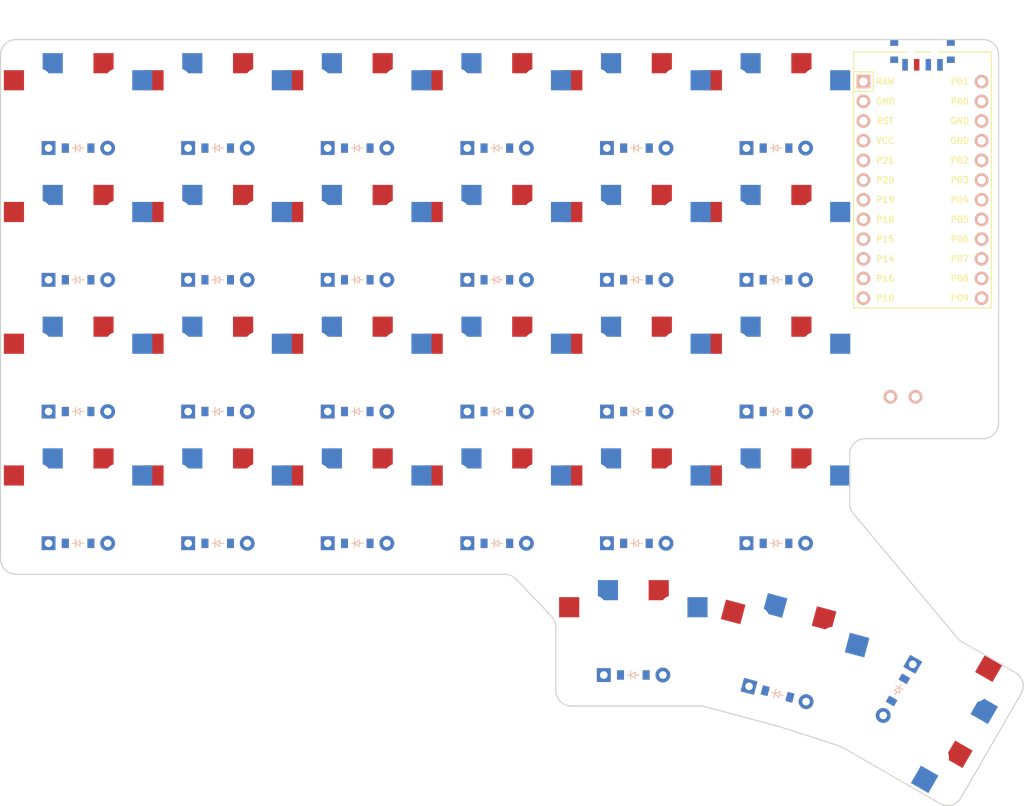
<source format=kicad_pcb>

            
(kicad_pcb (version 20171130) (host pcbnew 5.1.6)

  (page A3)
  (title_block
    (title danns87_corne_custom)
    (rev v1.0.0)
    (company Unknown)
  )

  (general
    (thickness 1.6)
  )

  (layers
    (0 F.Cu signal)
    (31 B.Cu signal)
    (32 B.Adhes user)
    (33 F.Adhes user)
    (34 B.Paste user)
    (35 F.Paste user)
    (36 B.SilkS user)
    (37 F.SilkS user)
    (38 B.Mask user)
    (39 F.Mask user)
    (40 Dwgs.User user)
    (41 Cmts.User user)
    (42 Eco1.User user)
    (43 Eco2.User user)
    (44 Edge.Cuts user)
    (45 Margin user)
    (46 B.CrtYd user)
    (47 F.CrtYd user)
    (48 B.Fab user)
    (49 F.Fab user)
  )

  (setup
    (last_trace_width 0.25)
    (trace_clearance 0.2)
    (zone_clearance 0.508)
    (zone_45_only no)
    (trace_min 0.2)
    (via_size 0.8)
    (via_drill 0.4)
    (via_min_size 0.4)
    (via_min_drill 0.3)
    (uvia_size 0.3)
    (uvia_drill 0.1)
    (uvias_allowed no)
    (uvia_min_size 0.2)
    (uvia_min_drill 0.1)
    (edge_width 0.05)
    (segment_width 0.2)
    (pcb_text_width 0.3)
    (pcb_text_size 1.5 1.5)
    (mod_edge_width 0.12)
    (mod_text_size 1 1)
    (mod_text_width 0.15)
    (pad_size 1.524 1.524)
    (pad_drill 0.762)
    (pad_to_mask_clearance 0.05)
    (aux_axis_origin 0 0)
    (visible_elements FFFFFF7F)
    (pcbplotparams
      (layerselection 0x010fc_ffffffff)
      (usegerberextensions false)
      (usegerberattributes true)
      (usegerberadvancedattributes true)
      (creategerberjobfile true)
      (excludeedgelayer true)
      (linewidth 0.100000)
      (plotframeref false)
      (viasonmask false)
      (mode 1)
      (useauxorigin false)
      (hpglpennumber 1)
      (hpglpenspeed 20)
      (hpglpendiameter 15.000000)
      (psnegative false)
      (psa4output false)
      (plotreference true)
      (plotvalue true)
      (plotinvisibletext false)
      (padsonsilk false)
      (subtractmaskfromsilk false)
      (outputformat 1)
      (mirror false)
      (drillshape 1)
      (scaleselection 1)
      (outputdirectory ""))
  )

            (net 0 "")
(net 1 "outer_bottom")
(net 2 "P21")
(net 3 "P6")
(net 4 "outer_home")
(net 5 "P5")
(net 6 "outer_third")
(net 7 "P4")
(net 8 "outer_top")
(net 9 "P3")
(net 10 "pinky_bottom")
(net 11 "P20")
(net 12 "pinky_home")
(net 13 "pinky_third")
(net 14 "pinky_top")
(net 15 "ring_bottom")
(net 16 "P19")
(net 17 "ring_home")
(net 18 "ring_third")
(net 19 "ring_top")
(net 20 "middle_bottom")
(net 21 "P18")
(net 22 "middle_home")
(net 23 "middle_third")
(net 24 "middle_top")
(net 25 "index_bottom")
(net 26 "P15")
(net 27 "index_home")
(net 28 "index_third")
(net 29 "index_top")
(net 30 "inner_bottom")
(net 31 "P14")
(net 32 "inner_home")
(net 33 "inner_third")
(net 34 "inner_top")
(net 35 "near_thumb")
(net 36 "P7")
(net 37 "home_thumb")
(net 38 "far_thumb")
(net 39 "RAW")
(net 40 "GND")
(net 41 "RST")
(net 42 "VCC")
(net 43 "P16")
(net 44 "P10")
(net 45 "P1")
(net 46 "P0")
(net 47 "P2")
(net 48 "P8")
(net 49 "P9")
(net 50 "pos")
            
  (net_class Default "This is the default net class."
    (clearance 0.2)
    (trace_width 0.25)
    (via_dia 0.8)
    (via_drill 0.4)
    (uvia_dia 0.3)
    (uvia_drill 0.1)
    (add_net "")
(add_net "outer_bottom")
(add_net "P21")
(add_net "P6")
(add_net "outer_home")
(add_net "P5")
(add_net "outer_third")
(add_net "P4")
(add_net "outer_top")
(add_net "P3")
(add_net "pinky_bottom")
(add_net "P20")
(add_net "pinky_home")
(add_net "pinky_third")
(add_net "pinky_top")
(add_net "ring_bottom")
(add_net "P19")
(add_net "ring_home")
(add_net "ring_third")
(add_net "ring_top")
(add_net "middle_bottom")
(add_net "P18")
(add_net "middle_home")
(add_net "middle_third")
(add_net "middle_top")
(add_net "index_bottom")
(add_net "P15")
(add_net "index_home")
(add_net "index_third")
(add_net "index_top")
(add_net "inner_bottom")
(add_net "P14")
(add_net "inner_home")
(add_net "inner_third")
(add_net "inner_top")
(add_net "near_thumb")
(add_net "P7")
(add_net "home_thumb")
(add_net "far_thumb")
(add_net "RAW")
(add_net "GND")
(add_net "RST")
(add_net "VCC")
(add_net "P16")
(add_net "P10")
(add_net "P1")
(add_net "P0")
(add_net "P2")
(add_net "P8")
(add_net "P9")
(add_net "pos")
  )

            
        
      (module PG1350 (layer F.Cu) (tedit 5DD50112)
      (at 18 0 0)

      
      (fp_text reference "S1" (at 0 0) (layer F.SilkS) hide (effects (font (size 1.27 1.27) (thickness 0.15))))
      (fp_text value "" (at 0 0) (layer F.SilkS) hide (effects (font (size 1.27 1.27) (thickness 0.15))))

      
      (fp_line (start -7 -6) (end -7 -7) (layer Dwgs.User) (width 0.15))
      (fp_line (start -7 7) (end -6 7) (layer Dwgs.User) (width 0.15))
      (fp_line (start -6 -7) (end -7 -7) (layer Dwgs.User) (width 0.15))
      (fp_line (start -7 7) (end -7 6) (layer Dwgs.User) (width 0.15))
      (fp_line (start 7 6) (end 7 7) (layer Dwgs.User) (width 0.15))
      (fp_line (start 7 -7) (end 6 -7) (layer Dwgs.User) (width 0.15))
      (fp_line (start 6 7) (end 7 7) (layer Dwgs.User) (width 0.15))
      (fp_line (start 7 -7) (end 7 -6) (layer Dwgs.User) (width 0.15))      
      
      
      (pad "" np_thru_hole circle (at 0 0) (size 3.429 3.429) (drill 3.429) (layers *.Cu *.Mask))
        
      
      (pad "" np_thru_hole circle (at 5.5 0) (size 1.7018 1.7018) (drill 1.7018) (layers *.Cu *.Mask))
      (pad "" np_thru_hole circle (at -5.5 0) (size 1.7018 1.7018) (drill 1.7018) (layers *.Cu *.Mask))
      
        
      
      (fp_line (start -9 -8.5) (end 9 -8.5) (layer Dwgs.User) (width 0.15))
      (fp_line (start 9 -8.5) (end 9 8.5) (layer Dwgs.User) (width 0.15))
      (fp_line (start 9 8.5) (end -9 8.5) (layer Dwgs.User) (width 0.15))
      (fp_line (start -9 8.5) (end -9 -8.5) (layer Dwgs.User) (width 0.15))
      
        
          
          (pad "" np_thru_hole circle (at 5 -3.75) (size 3 3) (drill 3) (layers *.Cu *.Mask))
          (pad "" np_thru_hole circle (at 0 -5.95) (size 3 3) (drill 3) (layers *.Cu *.Mask))
      
          
          (pad 1 smd rect (at -3.275 -5.95 0) (size 2.6 2.6) (layers B.Cu B.Paste B.Mask)  (net 1 "outer_bottom"))
          (pad 2 smd rect (at 8.275 -3.75 0) (size 2.6 2.6) (layers B.Cu B.Paste B.Mask)  (net 2 "P21"))
        
        
          
          (pad "" np_thru_hole circle (at -5 -3.75) (size 3 3) (drill 3) (layers *.Cu *.Mask))
          (pad "" np_thru_hole circle (at 0 -5.95) (size 3 3) (drill 3) (layers *.Cu *.Mask))
      
          
          (pad 1 smd rect (at 3.275 -5.95 0) (size 2.6 2.6) (layers F.Cu F.Paste F.Mask)  (net 1 "outer_bottom"))
          (pad 2 smd rect (at -8.275 -3.75 0) (size 2.6 2.6) (layers F.Cu F.Paste F.Mask)  (net 2 "P21"))
        )
        

  
    (module ComboDiode (layer F.Cu) (tedit 5B24D78E)


        (at 18 5 0)

        
        (fp_text reference "D1" (at 0 0) (layer F.SilkS) hide (effects (font (size 1.27 1.27) (thickness 0.15))))
        (fp_text value "" (at 0 0) (layer F.SilkS) hide (effects (font (size 1.27 1.27) (thickness 0.15))))
        
        
        (fp_line (start 0.25 0) (end 0.75 0) (layer F.SilkS) (width 0.1))
        (fp_line (start 0.25 0.4) (end -0.35 0) (layer F.SilkS) (width 0.1))
        (fp_line (start 0.25 -0.4) (end 0.25 0.4) (layer F.SilkS) (width 0.1))
        (fp_line (start -0.35 0) (end 0.25 -0.4) (layer F.SilkS) (width 0.1))
        (fp_line (start -0.35 0) (end -0.35 0.55) (layer F.SilkS) (width 0.1))
        (fp_line (start -0.35 0) (end -0.35 -0.55) (layer F.SilkS) (width 0.1))
        (fp_line (start -0.75 0) (end -0.35 0) (layer F.SilkS) (width 0.1))
        (fp_line (start 0.25 0) (end 0.75 0) (layer B.SilkS) (width 0.1))
        (fp_line (start 0.25 0.4) (end -0.35 0) (layer B.SilkS) (width 0.1))
        (fp_line (start 0.25 -0.4) (end 0.25 0.4) (layer B.SilkS) (width 0.1))
        (fp_line (start -0.35 0) (end 0.25 -0.4) (layer B.SilkS) (width 0.1))
        (fp_line (start -0.35 0) (end -0.35 0.55) (layer B.SilkS) (width 0.1))
        (fp_line (start -0.35 0) (end -0.35 -0.55) (layer B.SilkS) (width 0.1))
        (fp_line (start -0.75 0) (end -0.35 0) (layer B.SilkS) (width 0.1))
    
        
        (pad 1 smd rect (at -1.65 0 0) (size 0.9 1.2) (layers F.Cu F.Paste F.Mask) (net 3 "P6"))
        (pad 2 smd rect (at 1.65 0 0) (size 0.9 1.2) (layers B.Cu B.Paste B.Mask) (net 1 "outer_bottom"))
        (pad 1 smd rect (at -1.65 0 0) (size 0.9 1.2) (layers B.Cu B.Paste B.Mask) (net 3 "P6"))
        (pad 2 smd rect (at 1.65 0 0) (size 0.9 1.2) (layers F.Cu F.Paste F.Mask) (net 1 "outer_bottom"))
        
        
        (pad 1 thru_hole circle (at 3.81 0 0) (size 1.905 1.905) (drill 0.9906) (layers *.Cu *.Mask) (net 1 "outer_bottom"))
        (pad 2 thru_hole rect (at -3.81 0 0) (size 1.778 1.778) (drill 0.9906) (layers *.Cu *.Mask) (net 3 "P6"))
    )
  
    

        
      (module PG1350 (layer F.Cu) (tedit 5DD50112)
      (at 18 -17 0)

      
      (fp_text reference "S2" (at 0 0) (layer F.SilkS) hide (effects (font (size 1.27 1.27) (thickness 0.15))))
      (fp_text value "" (at 0 0) (layer F.SilkS) hide (effects (font (size 1.27 1.27) (thickness 0.15))))

      
      (fp_line (start -7 -6) (end -7 -7) (layer Dwgs.User) (width 0.15))
      (fp_line (start -7 7) (end -6 7) (layer Dwgs.User) (width 0.15))
      (fp_line (start -6 -7) (end -7 -7) (layer Dwgs.User) (width 0.15))
      (fp_line (start -7 7) (end -7 6) (layer Dwgs.User) (width 0.15))
      (fp_line (start 7 6) (end 7 7) (layer Dwgs.User) (width 0.15))
      (fp_line (start 7 -7) (end 6 -7) (layer Dwgs.User) (width 0.15))
      (fp_line (start 6 7) (end 7 7) (layer Dwgs.User) (width 0.15))
      (fp_line (start 7 -7) (end 7 -6) (layer Dwgs.User) (width 0.15))      
      
      
      (pad "" np_thru_hole circle (at 0 0) (size 3.429 3.429) (drill 3.429) (layers *.Cu *.Mask))
        
      
      (pad "" np_thru_hole circle (at 5.5 0) (size 1.7018 1.7018) (drill 1.7018) (layers *.Cu *.Mask))
      (pad "" np_thru_hole circle (at -5.5 0) (size 1.7018 1.7018) (drill 1.7018) (layers *.Cu *.Mask))
      
        
      
      (fp_line (start -9 -8.5) (end 9 -8.5) (layer Dwgs.User) (width 0.15))
      (fp_line (start 9 -8.5) (end 9 8.5) (layer Dwgs.User) (width 0.15))
      (fp_line (start 9 8.5) (end -9 8.5) (layer Dwgs.User) (width 0.15))
      (fp_line (start -9 8.5) (end -9 -8.5) (layer Dwgs.User) (width 0.15))
      
        
          
          (pad "" np_thru_hole circle (at 5 -3.75) (size 3 3) (drill 3) (layers *.Cu *.Mask))
          (pad "" np_thru_hole circle (at 0 -5.95) (size 3 3) (drill 3) (layers *.Cu *.Mask))
      
          
          (pad 1 smd rect (at -3.275 -5.95 0) (size 2.6 2.6) (layers B.Cu B.Paste B.Mask)  (net 4 "outer_home"))
          (pad 2 smd rect (at 8.275 -3.75 0) (size 2.6 2.6) (layers B.Cu B.Paste B.Mask)  (net 2 "P21"))
        
        
          
          (pad "" np_thru_hole circle (at -5 -3.75) (size 3 3) (drill 3) (layers *.Cu *.Mask))
          (pad "" np_thru_hole circle (at 0 -5.95) (size 3 3) (drill 3) (layers *.Cu *.Mask))
      
          
          (pad 1 smd rect (at 3.275 -5.95 0) (size 2.6 2.6) (layers F.Cu F.Paste F.Mask)  (net 4 "outer_home"))
          (pad 2 smd rect (at -8.275 -3.75 0) (size 2.6 2.6) (layers F.Cu F.Paste F.Mask)  (net 2 "P21"))
        )
        

  
    (module ComboDiode (layer F.Cu) (tedit 5B24D78E)


        (at 18 -12 0)

        
        (fp_text reference "D2" (at 0 0) (layer F.SilkS) hide (effects (font (size 1.27 1.27) (thickness 0.15))))
        (fp_text value "" (at 0 0) (layer F.SilkS) hide (effects (font (size 1.27 1.27) (thickness 0.15))))
        
        
        (fp_line (start 0.25 0) (end 0.75 0) (layer F.SilkS) (width 0.1))
        (fp_line (start 0.25 0.4) (end -0.35 0) (layer F.SilkS) (width 0.1))
        (fp_line (start 0.25 -0.4) (end 0.25 0.4) (layer F.SilkS) (width 0.1))
        (fp_line (start -0.35 0) (end 0.25 -0.4) (layer F.SilkS) (width 0.1))
        (fp_line (start -0.35 0) (end -0.35 0.55) (layer F.SilkS) (width 0.1))
        (fp_line (start -0.35 0) (end -0.35 -0.55) (layer F.SilkS) (width 0.1))
        (fp_line (start -0.75 0) (end -0.35 0) (layer F.SilkS) (width 0.1))
        (fp_line (start 0.25 0) (end 0.75 0) (layer B.SilkS) (width 0.1))
        (fp_line (start 0.25 0.4) (end -0.35 0) (layer B.SilkS) (width 0.1))
        (fp_line (start 0.25 -0.4) (end 0.25 0.4) (layer B.SilkS) (width 0.1))
        (fp_line (start -0.35 0) (end 0.25 -0.4) (layer B.SilkS) (width 0.1))
        (fp_line (start -0.35 0) (end -0.35 0.55) (layer B.SilkS) (width 0.1))
        (fp_line (start -0.35 0) (end -0.35 -0.55) (layer B.SilkS) (width 0.1))
        (fp_line (start -0.75 0) (end -0.35 0) (layer B.SilkS) (width 0.1))
    
        
        (pad 1 smd rect (at -1.65 0 0) (size 0.9 1.2) (layers F.Cu F.Paste F.Mask) (net 5 "P5"))
        (pad 2 smd rect (at 1.65 0 0) (size 0.9 1.2) (layers B.Cu B.Paste B.Mask) (net 4 "outer_home"))
        (pad 1 smd rect (at -1.65 0 0) (size 0.9 1.2) (layers B.Cu B.Paste B.Mask) (net 5 "P5"))
        (pad 2 smd rect (at 1.65 0 0) (size 0.9 1.2) (layers F.Cu F.Paste F.Mask) (net 4 "outer_home"))
        
        
        (pad 1 thru_hole circle (at 3.81 0 0) (size 1.905 1.905) (drill 0.9906) (layers *.Cu *.Mask) (net 4 "outer_home"))
        (pad 2 thru_hole rect (at -3.81 0 0) (size 1.778 1.778) (drill 0.9906) (layers *.Cu *.Mask) (net 5 "P5"))
    )
  
    

        
      (module PG1350 (layer F.Cu) (tedit 5DD50112)
      (at 18 -34 0)

      
      (fp_text reference "S3" (at 0 0) (layer F.SilkS) hide (effects (font (size 1.27 1.27) (thickness 0.15))))
      (fp_text value "" (at 0 0) (layer F.SilkS) hide (effects (font (size 1.27 1.27) (thickness 0.15))))

      
      (fp_line (start -7 -6) (end -7 -7) (layer Dwgs.User) (width 0.15))
      (fp_line (start -7 7) (end -6 7) (layer Dwgs.User) (width 0.15))
      (fp_line (start -6 -7) (end -7 -7) (layer Dwgs.User) (width 0.15))
      (fp_line (start -7 7) (end -7 6) (layer Dwgs.User) (width 0.15))
      (fp_line (start 7 6) (end 7 7) (layer Dwgs.User) (width 0.15))
      (fp_line (start 7 -7) (end 6 -7) (layer Dwgs.User) (width 0.15))
      (fp_line (start 6 7) (end 7 7) (layer Dwgs.User) (width 0.15))
      (fp_line (start 7 -7) (end 7 -6) (layer Dwgs.User) (width 0.15))      
      
      
      (pad "" np_thru_hole circle (at 0 0) (size 3.429 3.429) (drill 3.429) (layers *.Cu *.Mask))
        
      
      (pad "" np_thru_hole circle (at 5.5 0) (size 1.7018 1.7018) (drill 1.7018) (layers *.Cu *.Mask))
      (pad "" np_thru_hole circle (at -5.5 0) (size 1.7018 1.7018) (drill 1.7018) (layers *.Cu *.Mask))
      
        
      
      (fp_line (start -9 -8.5) (end 9 -8.5) (layer Dwgs.User) (width 0.15))
      (fp_line (start 9 -8.5) (end 9 8.5) (layer Dwgs.User) (width 0.15))
      (fp_line (start 9 8.5) (end -9 8.5) (layer Dwgs.User) (width 0.15))
      (fp_line (start -9 8.5) (end -9 -8.5) (layer Dwgs.User) (width 0.15))
      
        
          
          (pad "" np_thru_hole circle (at 5 -3.75) (size 3 3) (drill 3) (layers *.Cu *.Mask))
          (pad "" np_thru_hole circle (at 0 -5.95) (size 3 3) (drill 3) (layers *.Cu *.Mask))
      
          
          (pad 1 smd rect (at -3.275 -5.95 0) (size 2.6 2.6) (layers B.Cu B.Paste B.Mask)  (net 6 "outer_third"))
          (pad 2 smd rect (at 8.275 -3.75 0) (size 2.6 2.6) (layers B.Cu B.Paste B.Mask)  (net 2 "P21"))
        
        
          
          (pad "" np_thru_hole circle (at -5 -3.75) (size 3 3) (drill 3) (layers *.Cu *.Mask))
          (pad "" np_thru_hole circle (at 0 -5.95) (size 3 3) (drill 3) (layers *.Cu *.Mask))
      
          
          (pad 1 smd rect (at 3.275 -5.95 0) (size 2.6 2.6) (layers F.Cu F.Paste F.Mask)  (net 6 "outer_third"))
          (pad 2 smd rect (at -8.275 -3.75 0) (size 2.6 2.6) (layers F.Cu F.Paste F.Mask)  (net 2 "P21"))
        )
        

  
    (module ComboDiode (layer F.Cu) (tedit 5B24D78E)


        (at 18 -29 0)

        
        (fp_text reference "D3" (at 0 0) (layer F.SilkS) hide (effects (font (size 1.27 1.27) (thickness 0.15))))
        (fp_text value "" (at 0 0) (layer F.SilkS) hide (effects (font (size 1.27 1.27) (thickness 0.15))))
        
        
        (fp_line (start 0.25 0) (end 0.75 0) (layer F.SilkS) (width 0.1))
        (fp_line (start 0.25 0.4) (end -0.35 0) (layer F.SilkS) (width 0.1))
        (fp_line (start 0.25 -0.4) (end 0.25 0.4) (layer F.SilkS) (width 0.1))
        (fp_line (start -0.35 0) (end 0.25 -0.4) (layer F.SilkS) (width 0.1))
        (fp_line (start -0.35 0) (end -0.35 0.55) (layer F.SilkS) (width 0.1))
        (fp_line (start -0.35 0) (end -0.35 -0.55) (layer F.SilkS) (width 0.1))
        (fp_line (start -0.75 0) (end -0.35 0) (layer F.SilkS) (width 0.1))
        (fp_line (start 0.25 0) (end 0.75 0) (layer B.SilkS) (width 0.1))
        (fp_line (start 0.25 0.4) (end -0.35 0) (layer B.SilkS) (width 0.1))
        (fp_line (start 0.25 -0.4) (end 0.25 0.4) (layer B.SilkS) (width 0.1))
        (fp_line (start -0.35 0) (end 0.25 -0.4) (layer B.SilkS) (width 0.1))
        (fp_line (start -0.35 0) (end -0.35 0.55) (layer B.SilkS) (width 0.1))
        (fp_line (start -0.35 0) (end -0.35 -0.55) (layer B.SilkS) (width 0.1))
        (fp_line (start -0.75 0) (end -0.35 0) (layer B.SilkS) (width 0.1))
    
        
        (pad 1 smd rect (at -1.65 0 0) (size 0.9 1.2) (layers F.Cu F.Paste F.Mask) (net 7 "P4"))
        (pad 2 smd rect (at 1.65 0 0) (size 0.9 1.2) (layers B.Cu B.Paste B.Mask) (net 6 "outer_third"))
        (pad 1 smd rect (at -1.65 0 0) (size 0.9 1.2) (layers B.Cu B.Paste B.Mask) (net 7 "P4"))
        (pad 2 smd rect (at 1.65 0 0) (size 0.9 1.2) (layers F.Cu F.Paste F.Mask) (net 6 "outer_third"))
        
        
        (pad 1 thru_hole circle (at 3.81 0 0) (size 1.905 1.905) (drill 0.9906) (layers *.Cu *.Mask) (net 6 "outer_third"))
        (pad 2 thru_hole rect (at -3.81 0 0) (size 1.778 1.778) (drill 0.9906) (layers *.Cu *.Mask) (net 7 "P4"))
    )
  
    

        
      (module PG1350 (layer F.Cu) (tedit 5DD50112)
      (at 18 -51 0)

      
      (fp_text reference "S4" (at 0 0) (layer F.SilkS) hide (effects (font (size 1.27 1.27) (thickness 0.15))))
      (fp_text value "" (at 0 0) (layer F.SilkS) hide (effects (font (size 1.27 1.27) (thickness 0.15))))

      
      (fp_line (start -7 -6) (end -7 -7) (layer Dwgs.User) (width 0.15))
      (fp_line (start -7 7) (end -6 7) (layer Dwgs.User) (width 0.15))
      (fp_line (start -6 -7) (end -7 -7) (layer Dwgs.User) (width 0.15))
      (fp_line (start -7 7) (end -7 6) (layer Dwgs.User) (width 0.15))
      (fp_line (start 7 6) (end 7 7) (layer Dwgs.User) (width 0.15))
      (fp_line (start 7 -7) (end 6 -7) (layer Dwgs.User) (width 0.15))
      (fp_line (start 6 7) (end 7 7) (layer Dwgs.User) (width 0.15))
      (fp_line (start 7 -7) (end 7 -6) (layer Dwgs.User) (width 0.15))      
      
      
      (pad "" np_thru_hole circle (at 0 0) (size 3.429 3.429) (drill 3.429) (layers *.Cu *.Mask))
        
      
      (pad "" np_thru_hole circle (at 5.5 0) (size 1.7018 1.7018) (drill 1.7018) (layers *.Cu *.Mask))
      (pad "" np_thru_hole circle (at -5.5 0) (size 1.7018 1.7018) (drill 1.7018) (layers *.Cu *.Mask))
      
        
      
      (fp_line (start -9 -8.5) (end 9 -8.5) (layer Dwgs.User) (width 0.15))
      (fp_line (start 9 -8.5) (end 9 8.5) (layer Dwgs.User) (width 0.15))
      (fp_line (start 9 8.5) (end -9 8.5) (layer Dwgs.User) (width 0.15))
      (fp_line (start -9 8.5) (end -9 -8.5) (layer Dwgs.User) (width 0.15))
      
        
          
          (pad "" np_thru_hole circle (at 5 -3.75) (size 3 3) (drill 3) (layers *.Cu *.Mask))
          (pad "" np_thru_hole circle (at 0 -5.95) (size 3 3) (drill 3) (layers *.Cu *.Mask))
      
          
          (pad 1 smd rect (at -3.275 -5.95 0) (size 2.6 2.6) (layers B.Cu B.Paste B.Mask)  (net 8 "outer_top"))
          (pad 2 smd rect (at 8.275 -3.75 0) (size 2.6 2.6) (layers B.Cu B.Paste B.Mask)  (net 2 "P21"))
        
        
          
          (pad "" np_thru_hole circle (at -5 -3.75) (size 3 3) (drill 3) (layers *.Cu *.Mask))
          (pad "" np_thru_hole circle (at 0 -5.95) (size 3 3) (drill 3) (layers *.Cu *.Mask))
      
          
          (pad 1 smd rect (at 3.275 -5.95 0) (size 2.6 2.6) (layers F.Cu F.Paste F.Mask)  (net 8 "outer_top"))
          (pad 2 smd rect (at -8.275 -3.75 0) (size 2.6 2.6) (layers F.Cu F.Paste F.Mask)  (net 2 "P21"))
        )
        

  
    (module ComboDiode (layer F.Cu) (tedit 5B24D78E)


        (at 18 -46 0)

        
        (fp_text reference "D4" (at 0 0) (layer F.SilkS) hide (effects (font (size 1.27 1.27) (thickness 0.15))))
        (fp_text value "" (at 0 0) (layer F.SilkS) hide (effects (font (size 1.27 1.27) (thickness 0.15))))
        
        
        (fp_line (start 0.25 0) (end 0.75 0) (layer F.SilkS) (width 0.1))
        (fp_line (start 0.25 0.4) (end -0.35 0) (layer F.SilkS) (width 0.1))
        (fp_line (start 0.25 -0.4) (end 0.25 0.4) (layer F.SilkS) (width 0.1))
        (fp_line (start -0.35 0) (end 0.25 -0.4) (layer F.SilkS) (width 0.1))
        (fp_line (start -0.35 0) (end -0.35 0.55) (layer F.SilkS) (width 0.1))
        (fp_line (start -0.35 0) (end -0.35 -0.55) (layer F.SilkS) (width 0.1))
        (fp_line (start -0.75 0) (end -0.35 0) (layer F.SilkS) (width 0.1))
        (fp_line (start 0.25 0) (end 0.75 0) (layer B.SilkS) (width 0.1))
        (fp_line (start 0.25 0.4) (end -0.35 0) (layer B.SilkS) (width 0.1))
        (fp_line (start 0.25 -0.4) (end 0.25 0.4) (layer B.SilkS) (width 0.1))
        (fp_line (start -0.35 0) (end 0.25 -0.4) (layer B.SilkS) (width 0.1))
        (fp_line (start -0.35 0) (end -0.35 0.55) (layer B.SilkS) (width 0.1))
        (fp_line (start -0.35 0) (end -0.35 -0.55) (layer B.SilkS) (width 0.1))
        (fp_line (start -0.75 0) (end -0.35 0) (layer B.SilkS) (width 0.1))
    
        
        (pad 1 smd rect (at -1.65 0 0) (size 0.9 1.2) (layers F.Cu F.Paste F.Mask) (net 9 "P3"))
        (pad 2 smd rect (at 1.65 0 0) (size 0.9 1.2) (layers B.Cu B.Paste B.Mask) (net 8 "outer_top"))
        (pad 1 smd rect (at -1.65 0 0) (size 0.9 1.2) (layers B.Cu B.Paste B.Mask) (net 9 "P3"))
        (pad 2 smd rect (at 1.65 0 0) (size 0.9 1.2) (layers F.Cu F.Paste F.Mask) (net 8 "outer_top"))
        
        
        (pad 1 thru_hole circle (at 3.81 0 0) (size 1.905 1.905) (drill 0.9906) (layers *.Cu *.Mask) (net 8 "outer_top"))
        (pad 2 thru_hole rect (at -3.81 0 0) (size 1.778 1.778) (drill 0.9906) (layers *.Cu *.Mask) (net 9 "P3"))
    )
  
    

        
      (module PG1350 (layer F.Cu) (tedit 5DD50112)
      (at 36 0 0)

      
      (fp_text reference "S5" (at 0 0) (layer F.SilkS) hide (effects (font (size 1.27 1.27) (thickness 0.15))))
      (fp_text value "" (at 0 0) (layer F.SilkS) hide (effects (font (size 1.27 1.27) (thickness 0.15))))

      
      (fp_line (start -7 -6) (end -7 -7) (layer Dwgs.User) (width 0.15))
      (fp_line (start -7 7) (end -6 7) (layer Dwgs.User) (width 0.15))
      (fp_line (start -6 -7) (end -7 -7) (layer Dwgs.User) (width 0.15))
      (fp_line (start -7 7) (end -7 6) (layer Dwgs.User) (width 0.15))
      (fp_line (start 7 6) (end 7 7) (layer Dwgs.User) (width 0.15))
      (fp_line (start 7 -7) (end 6 -7) (layer Dwgs.User) (width 0.15))
      (fp_line (start 6 7) (end 7 7) (layer Dwgs.User) (width 0.15))
      (fp_line (start 7 -7) (end 7 -6) (layer Dwgs.User) (width 0.15))      
      
      
      (pad "" np_thru_hole circle (at 0 0) (size 3.429 3.429) (drill 3.429) (layers *.Cu *.Mask))
        
      
      (pad "" np_thru_hole circle (at 5.5 0) (size 1.7018 1.7018) (drill 1.7018) (layers *.Cu *.Mask))
      (pad "" np_thru_hole circle (at -5.5 0) (size 1.7018 1.7018) (drill 1.7018) (layers *.Cu *.Mask))
      
        
      
      (fp_line (start -9 -8.5) (end 9 -8.5) (layer Dwgs.User) (width 0.15))
      (fp_line (start 9 -8.5) (end 9 8.5) (layer Dwgs.User) (width 0.15))
      (fp_line (start 9 8.5) (end -9 8.5) (layer Dwgs.User) (width 0.15))
      (fp_line (start -9 8.5) (end -9 -8.5) (layer Dwgs.User) (width 0.15))
      
        
          
          (pad "" np_thru_hole circle (at 5 -3.75) (size 3 3) (drill 3) (layers *.Cu *.Mask))
          (pad "" np_thru_hole circle (at 0 -5.95) (size 3 3) (drill 3) (layers *.Cu *.Mask))
      
          
          (pad 1 smd rect (at -3.275 -5.95 0) (size 2.6 2.6) (layers B.Cu B.Paste B.Mask)  (net 10 "pinky_bottom"))
          (pad 2 smd rect (at 8.275 -3.75 0) (size 2.6 2.6) (layers B.Cu B.Paste B.Mask)  (net 11 "P20"))
        
        
          
          (pad "" np_thru_hole circle (at -5 -3.75) (size 3 3) (drill 3) (layers *.Cu *.Mask))
          (pad "" np_thru_hole circle (at 0 -5.95) (size 3 3) (drill 3) (layers *.Cu *.Mask))
      
          
          (pad 1 smd rect (at 3.275 -5.95 0) (size 2.6 2.6) (layers F.Cu F.Paste F.Mask)  (net 10 "pinky_bottom"))
          (pad 2 smd rect (at -8.275 -3.75 0) (size 2.6 2.6) (layers F.Cu F.Paste F.Mask)  (net 11 "P20"))
        )
        

  
    (module ComboDiode (layer F.Cu) (tedit 5B24D78E)


        (at 36 5 0)

        
        (fp_text reference "D5" (at 0 0) (layer F.SilkS) hide (effects (font (size 1.27 1.27) (thickness 0.15))))
        (fp_text value "" (at 0 0) (layer F.SilkS) hide (effects (font (size 1.27 1.27) (thickness 0.15))))
        
        
        (fp_line (start 0.25 0) (end 0.75 0) (layer F.SilkS) (width 0.1))
        (fp_line (start 0.25 0.4) (end -0.35 0) (layer F.SilkS) (width 0.1))
        (fp_line (start 0.25 -0.4) (end 0.25 0.4) (layer F.SilkS) (width 0.1))
        (fp_line (start -0.35 0) (end 0.25 -0.4) (layer F.SilkS) (width 0.1))
        (fp_line (start -0.35 0) (end -0.35 0.55) (layer F.SilkS) (width 0.1))
        (fp_line (start -0.35 0) (end -0.35 -0.55) (layer F.SilkS) (width 0.1))
        (fp_line (start -0.75 0) (end -0.35 0) (layer F.SilkS) (width 0.1))
        (fp_line (start 0.25 0) (end 0.75 0) (layer B.SilkS) (width 0.1))
        (fp_line (start 0.25 0.4) (end -0.35 0) (layer B.SilkS) (width 0.1))
        (fp_line (start 0.25 -0.4) (end 0.25 0.4) (layer B.SilkS) (width 0.1))
        (fp_line (start -0.35 0) (end 0.25 -0.4) (layer B.SilkS) (width 0.1))
        (fp_line (start -0.35 0) (end -0.35 0.55) (layer B.SilkS) (width 0.1))
        (fp_line (start -0.35 0) (end -0.35 -0.55) (layer B.SilkS) (width 0.1))
        (fp_line (start -0.75 0) (end -0.35 0) (layer B.SilkS) (width 0.1))
    
        
        (pad 1 smd rect (at -1.65 0 0) (size 0.9 1.2) (layers F.Cu F.Paste F.Mask) (net 3 "P6"))
        (pad 2 smd rect (at 1.65 0 0) (size 0.9 1.2) (layers B.Cu B.Paste B.Mask) (net 10 "pinky_bottom"))
        (pad 1 smd rect (at -1.65 0 0) (size 0.9 1.2) (layers B.Cu B.Paste B.Mask) (net 3 "P6"))
        (pad 2 smd rect (at 1.65 0 0) (size 0.9 1.2) (layers F.Cu F.Paste F.Mask) (net 10 "pinky_bottom"))
        
        
        (pad 1 thru_hole circle (at 3.81 0 0) (size 1.905 1.905) (drill 0.9906) (layers *.Cu *.Mask) (net 10 "pinky_bottom"))
        (pad 2 thru_hole rect (at -3.81 0 0) (size 1.778 1.778) (drill 0.9906) (layers *.Cu *.Mask) (net 3 "P6"))
    )
  
    

        
      (module PG1350 (layer F.Cu) (tedit 5DD50112)
      (at 36 -17 0)

      
      (fp_text reference "S6" (at 0 0) (layer F.SilkS) hide (effects (font (size 1.27 1.27) (thickness 0.15))))
      (fp_text value "" (at 0 0) (layer F.SilkS) hide (effects (font (size 1.27 1.27) (thickness 0.15))))

      
      (fp_line (start -7 -6) (end -7 -7) (layer Dwgs.User) (width 0.15))
      (fp_line (start -7 7) (end -6 7) (layer Dwgs.User) (width 0.15))
      (fp_line (start -6 -7) (end -7 -7) (layer Dwgs.User) (width 0.15))
      (fp_line (start -7 7) (end -7 6) (layer Dwgs.User) (width 0.15))
      (fp_line (start 7 6) (end 7 7) (layer Dwgs.User) (width 0.15))
      (fp_line (start 7 -7) (end 6 -7) (layer Dwgs.User) (width 0.15))
      (fp_line (start 6 7) (end 7 7) (layer Dwgs.User) (width 0.15))
      (fp_line (start 7 -7) (end 7 -6) (layer Dwgs.User) (width 0.15))      
      
      
      (pad "" np_thru_hole circle (at 0 0) (size 3.429 3.429) (drill 3.429) (layers *.Cu *.Mask))
        
      
      (pad "" np_thru_hole circle (at 5.5 0) (size 1.7018 1.7018) (drill 1.7018) (layers *.Cu *.Mask))
      (pad "" np_thru_hole circle (at -5.5 0) (size 1.7018 1.7018) (drill 1.7018) (layers *.Cu *.Mask))
      
        
      
      (fp_line (start -9 -8.5) (end 9 -8.5) (layer Dwgs.User) (width 0.15))
      (fp_line (start 9 -8.5) (end 9 8.5) (layer Dwgs.User) (width 0.15))
      (fp_line (start 9 8.5) (end -9 8.5) (layer Dwgs.User) (width 0.15))
      (fp_line (start -9 8.5) (end -9 -8.5) (layer Dwgs.User) (width 0.15))
      
        
          
          (pad "" np_thru_hole circle (at 5 -3.75) (size 3 3) (drill 3) (layers *.Cu *.Mask))
          (pad "" np_thru_hole circle (at 0 -5.95) (size 3 3) (drill 3) (layers *.Cu *.Mask))
      
          
          (pad 1 smd rect (at -3.275 -5.95 0) (size 2.6 2.6) (layers B.Cu B.Paste B.Mask)  (net 12 "pinky_home"))
          (pad 2 smd rect (at 8.275 -3.75 0) (size 2.6 2.6) (layers B.Cu B.Paste B.Mask)  (net 11 "P20"))
        
        
          
          (pad "" np_thru_hole circle (at -5 -3.75) (size 3 3) (drill 3) (layers *.Cu *.Mask))
          (pad "" np_thru_hole circle (at 0 -5.95) (size 3 3) (drill 3) (layers *.Cu *.Mask))
      
          
          (pad 1 smd rect (at 3.275 -5.95 0) (size 2.6 2.6) (layers F.Cu F.Paste F.Mask)  (net 12 "pinky_home"))
          (pad 2 smd rect (at -8.275 -3.75 0) (size 2.6 2.6) (layers F.Cu F.Paste F.Mask)  (net 11 "P20"))
        )
        

  
    (module ComboDiode (layer F.Cu) (tedit 5B24D78E)


        (at 36 -12 0)

        
        (fp_text reference "D6" (at 0 0) (layer F.SilkS) hide (effects (font (size 1.27 1.27) (thickness 0.15))))
        (fp_text value "" (at 0 0) (layer F.SilkS) hide (effects (font (size 1.27 1.27) (thickness 0.15))))
        
        
        (fp_line (start 0.25 0) (end 0.75 0) (layer F.SilkS) (width 0.1))
        (fp_line (start 0.25 0.4) (end -0.35 0) (layer F.SilkS) (width 0.1))
        (fp_line (start 0.25 -0.4) (end 0.25 0.4) (layer F.SilkS) (width 0.1))
        (fp_line (start -0.35 0) (end 0.25 -0.4) (layer F.SilkS) (width 0.1))
        (fp_line (start -0.35 0) (end -0.35 0.55) (layer F.SilkS) (width 0.1))
        (fp_line (start -0.35 0) (end -0.35 -0.55) (layer F.SilkS) (width 0.1))
        (fp_line (start -0.75 0) (end -0.35 0) (layer F.SilkS) (width 0.1))
        (fp_line (start 0.25 0) (end 0.75 0) (layer B.SilkS) (width 0.1))
        (fp_line (start 0.25 0.4) (end -0.35 0) (layer B.SilkS) (width 0.1))
        (fp_line (start 0.25 -0.4) (end 0.25 0.4) (layer B.SilkS) (width 0.1))
        (fp_line (start -0.35 0) (end 0.25 -0.4) (layer B.SilkS) (width 0.1))
        (fp_line (start -0.35 0) (end -0.35 0.55) (layer B.SilkS) (width 0.1))
        (fp_line (start -0.35 0) (end -0.35 -0.55) (layer B.SilkS) (width 0.1))
        (fp_line (start -0.75 0) (end -0.35 0) (layer B.SilkS) (width 0.1))
    
        
        (pad 1 smd rect (at -1.65 0 0) (size 0.9 1.2) (layers F.Cu F.Paste F.Mask) (net 5 "P5"))
        (pad 2 smd rect (at 1.65 0 0) (size 0.9 1.2) (layers B.Cu B.Paste B.Mask) (net 12 "pinky_home"))
        (pad 1 smd rect (at -1.65 0 0) (size 0.9 1.2) (layers B.Cu B.Paste B.Mask) (net 5 "P5"))
        (pad 2 smd rect (at 1.65 0 0) (size 0.9 1.2) (layers F.Cu F.Paste F.Mask) (net 12 "pinky_home"))
        
        
        (pad 1 thru_hole circle (at 3.81 0 0) (size 1.905 1.905) (drill 0.9906) (layers *.Cu *.Mask) (net 12 "pinky_home"))
        (pad 2 thru_hole rect (at -3.81 0 0) (size 1.778 1.778) (drill 0.9906) (layers *.Cu *.Mask) (net 5 "P5"))
    )
  
    

        
      (module PG1350 (layer F.Cu) (tedit 5DD50112)
      (at 36 -34 0)

      
      (fp_text reference "S7" (at 0 0) (layer F.SilkS) hide (effects (font (size 1.27 1.27) (thickness 0.15))))
      (fp_text value "" (at 0 0) (layer F.SilkS) hide (effects (font (size 1.27 1.27) (thickness 0.15))))

      
      (fp_line (start -7 -6) (end -7 -7) (layer Dwgs.User) (width 0.15))
      (fp_line (start -7 7) (end -6 7) (layer Dwgs.User) (width 0.15))
      (fp_line (start -6 -7) (end -7 -7) (layer Dwgs.User) (width 0.15))
      (fp_line (start -7 7) (end -7 6) (layer Dwgs.User) (width 0.15))
      (fp_line (start 7 6) (end 7 7) (layer Dwgs.User) (width 0.15))
      (fp_line (start 7 -7) (end 6 -7) (layer Dwgs.User) (width 0.15))
      (fp_line (start 6 7) (end 7 7) (layer Dwgs.User) (width 0.15))
      (fp_line (start 7 -7) (end 7 -6) (layer Dwgs.User) (width 0.15))      
      
      
      (pad "" np_thru_hole circle (at 0 0) (size 3.429 3.429) (drill 3.429) (layers *.Cu *.Mask))
        
      
      (pad "" np_thru_hole circle (at 5.5 0) (size 1.7018 1.7018) (drill 1.7018) (layers *.Cu *.Mask))
      (pad "" np_thru_hole circle (at -5.5 0) (size 1.7018 1.7018) (drill 1.7018) (layers *.Cu *.Mask))
      
        
      
      (fp_line (start -9 -8.5) (end 9 -8.5) (layer Dwgs.User) (width 0.15))
      (fp_line (start 9 -8.5) (end 9 8.5) (layer Dwgs.User) (width 0.15))
      (fp_line (start 9 8.5) (end -9 8.5) (layer Dwgs.User) (width 0.15))
      (fp_line (start -9 8.5) (end -9 -8.5) (layer Dwgs.User) (width 0.15))
      
        
          
          (pad "" np_thru_hole circle (at 5 -3.75) (size 3 3) (drill 3) (layers *.Cu *.Mask))
          (pad "" np_thru_hole circle (at 0 -5.95) (size 3 3) (drill 3) (layers *.Cu *.Mask))
      
          
          (pad 1 smd rect (at -3.275 -5.95 0) (size 2.6 2.6) (layers B.Cu B.Paste B.Mask)  (net 13 "pinky_third"))
          (pad 2 smd rect (at 8.275 -3.75 0) (size 2.6 2.6) (layers B.Cu B.Paste B.Mask)  (net 11 "P20"))
        
        
          
          (pad "" np_thru_hole circle (at -5 -3.75) (size 3 3) (drill 3) (layers *.Cu *.Mask))
          (pad "" np_thru_hole circle (at 0 -5.95) (size 3 3) (drill 3) (layers *.Cu *.Mask))
      
          
          (pad 1 smd rect (at 3.275 -5.95 0) (size 2.6 2.6) (layers F.Cu F.Paste F.Mask)  (net 13 "pinky_third"))
          (pad 2 smd rect (at -8.275 -3.75 0) (size 2.6 2.6) (layers F.Cu F.Paste F.Mask)  (net 11 "P20"))
        )
        

  
    (module ComboDiode (layer F.Cu) (tedit 5B24D78E)


        (at 36 -29 0)

        
        (fp_text reference "D7" (at 0 0) (layer F.SilkS) hide (effects (font (size 1.27 1.27) (thickness 0.15))))
        (fp_text value "" (at 0 0) (layer F.SilkS) hide (effects (font (size 1.27 1.27) (thickness 0.15))))
        
        
        (fp_line (start 0.25 0) (end 0.75 0) (layer F.SilkS) (width 0.1))
        (fp_line (start 0.25 0.4) (end -0.35 0) (layer F.SilkS) (width 0.1))
        (fp_line (start 0.25 -0.4) (end 0.25 0.4) (layer F.SilkS) (width 0.1))
        (fp_line (start -0.35 0) (end 0.25 -0.4) (layer F.SilkS) (width 0.1))
        (fp_line (start -0.35 0) (end -0.35 0.55) (layer F.SilkS) (width 0.1))
        (fp_line (start -0.35 0) (end -0.35 -0.55) (layer F.SilkS) (width 0.1))
        (fp_line (start -0.75 0) (end -0.35 0) (layer F.SilkS) (width 0.1))
        (fp_line (start 0.25 0) (end 0.75 0) (layer B.SilkS) (width 0.1))
        (fp_line (start 0.25 0.4) (end -0.35 0) (layer B.SilkS) (width 0.1))
        (fp_line (start 0.25 -0.4) (end 0.25 0.4) (layer B.SilkS) (width 0.1))
        (fp_line (start -0.35 0) (end 0.25 -0.4) (layer B.SilkS) (width 0.1))
        (fp_line (start -0.35 0) (end -0.35 0.55) (layer B.SilkS) (width 0.1))
        (fp_line (start -0.35 0) (end -0.35 -0.55) (layer B.SilkS) (width 0.1))
        (fp_line (start -0.75 0) (end -0.35 0) (layer B.SilkS) (width 0.1))
    
        
        (pad 1 smd rect (at -1.65 0 0) (size 0.9 1.2) (layers F.Cu F.Paste F.Mask) (net 7 "P4"))
        (pad 2 smd rect (at 1.65 0 0) (size 0.9 1.2) (layers B.Cu B.Paste B.Mask) (net 13 "pinky_third"))
        (pad 1 smd rect (at -1.65 0 0) (size 0.9 1.2) (layers B.Cu B.Paste B.Mask) (net 7 "P4"))
        (pad 2 smd rect (at 1.65 0 0) (size 0.9 1.2) (layers F.Cu F.Paste F.Mask) (net 13 "pinky_third"))
        
        
        (pad 1 thru_hole circle (at 3.81 0 0) (size 1.905 1.905) (drill 0.9906) (layers *.Cu *.Mask) (net 13 "pinky_third"))
        (pad 2 thru_hole rect (at -3.81 0 0) (size 1.778 1.778) (drill 0.9906) (layers *.Cu *.Mask) (net 7 "P4"))
    )
  
    

        
      (module PG1350 (layer F.Cu) (tedit 5DD50112)
      (at 36 -51 0)

      
      (fp_text reference "S8" (at 0 0) (layer F.SilkS) hide (effects (font (size 1.27 1.27) (thickness 0.15))))
      (fp_text value "" (at 0 0) (layer F.SilkS) hide (effects (font (size 1.27 1.27) (thickness 0.15))))

      
      (fp_line (start -7 -6) (end -7 -7) (layer Dwgs.User) (width 0.15))
      (fp_line (start -7 7) (end -6 7) (layer Dwgs.User) (width 0.15))
      (fp_line (start -6 -7) (end -7 -7) (layer Dwgs.User) (width 0.15))
      (fp_line (start -7 7) (end -7 6) (layer Dwgs.User) (width 0.15))
      (fp_line (start 7 6) (end 7 7) (layer Dwgs.User) (width 0.15))
      (fp_line (start 7 -7) (end 6 -7) (layer Dwgs.User) (width 0.15))
      (fp_line (start 6 7) (end 7 7) (layer Dwgs.User) (width 0.15))
      (fp_line (start 7 -7) (end 7 -6) (layer Dwgs.User) (width 0.15))      
      
      
      (pad "" np_thru_hole circle (at 0 0) (size 3.429 3.429) (drill 3.429) (layers *.Cu *.Mask))
        
      
      (pad "" np_thru_hole circle (at 5.5 0) (size 1.7018 1.7018) (drill 1.7018) (layers *.Cu *.Mask))
      (pad "" np_thru_hole circle (at -5.5 0) (size 1.7018 1.7018) (drill 1.7018) (layers *.Cu *.Mask))
      
        
      
      (fp_line (start -9 -8.5) (end 9 -8.5) (layer Dwgs.User) (width 0.15))
      (fp_line (start 9 -8.5) (end 9 8.5) (layer Dwgs.User) (width 0.15))
      (fp_line (start 9 8.5) (end -9 8.5) (layer Dwgs.User) (width 0.15))
      (fp_line (start -9 8.5) (end -9 -8.5) (layer Dwgs.User) (width 0.15))
      
        
          
          (pad "" np_thru_hole circle (at 5 -3.75) (size 3 3) (drill 3) (layers *.Cu *.Mask))
          (pad "" np_thru_hole circle (at 0 -5.95) (size 3 3) (drill 3) (layers *.Cu *.Mask))
      
          
          (pad 1 smd rect (at -3.275 -5.95 0) (size 2.6 2.6) (layers B.Cu B.Paste B.Mask)  (net 14 "pinky_top"))
          (pad 2 smd rect (at 8.275 -3.75 0) (size 2.6 2.6) (layers B.Cu B.Paste B.Mask)  (net 11 "P20"))
        
        
          
          (pad "" np_thru_hole circle (at -5 -3.75) (size 3 3) (drill 3) (layers *.Cu *.Mask))
          (pad "" np_thru_hole circle (at 0 -5.95) (size 3 3) (drill 3) (layers *.Cu *.Mask))
      
          
          (pad 1 smd rect (at 3.275 -5.95 0) (size 2.6 2.6) (layers F.Cu F.Paste F.Mask)  (net 14 "pinky_top"))
          (pad 2 smd rect (at -8.275 -3.75 0) (size 2.6 2.6) (layers F.Cu F.Paste F.Mask)  (net 11 "P20"))
        )
        

  
    (module ComboDiode (layer F.Cu) (tedit 5B24D78E)


        (at 36 -46 0)

        
        (fp_text reference "D8" (at 0 0) (layer F.SilkS) hide (effects (font (size 1.27 1.27) (thickness 0.15))))
        (fp_text value "" (at 0 0) (layer F.SilkS) hide (effects (font (size 1.27 1.27) (thickness 0.15))))
        
        
        (fp_line (start 0.25 0) (end 0.75 0) (layer F.SilkS) (width 0.1))
        (fp_line (start 0.25 0.4) (end -0.35 0) (layer F.SilkS) (width 0.1))
        (fp_line (start 0.25 -0.4) (end 0.25 0.4) (layer F.SilkS) (width 0.1))
        (fp_line (start -0.35 0) (end 0.25 -0.4) (layer F.SilkS) (width 0.1))
        (fp_line (start -0.35 0) (end -0.35 0.55) (layer F.SilkS) (width 0.1))
        (fp_line (start -0.35 0) (end -0.35 -0.55) (layer F.SilkS) (width 0.1))
        (fp_line (start -0.75 0) (end -0.35 0) (layer F.SilkS) (width 0.1))
        (fp_line (start 0.25 0) (end 0.75 0) (layer B.SilkS) (width 0.1))
        (fp_line (start 0.25 0.4) (end -0.35 0) (layer B.SilkS) (width 0.1))
        (fp_line (start 0.25 -0.4) (end 0.25 0.4) (layer B.SilkS) (width 0.1))
        (fp_line (start -0.35 0) (end 0.25 -0.4) (layer B.SilkS) (width 0.1))
        (fp_line (start -0.35 0) (end -0.35 0.55) (layer B.SilkS) (width 0.1))
        (fp_line (start -0.35 0) (end -0.35 -0.55) (layer B.SilkS) (width 0.1))
        (fp_line (start -0.75 0) (end -0.35 0) (layer B.SilkS) (width 0.1))
    
        
        (pad 1 smd rect (at -1.65 0 0) (size 0.9 1.2) (layers F.Cu F.Paste F.Mask) (net 9 "P3"))
        (pad 2 smd rect (at 1.65 0 0) (size 0.9 1.2) (layers B.Cu B.Paste B.Mask) (net 14 "pinky_top"))
        (pad 1 smd rect (at -1.65 0 0) (size 0.9 1.2) (layers B.Cu B.Paste B.Mask) (net 9 "P3"))
        (pad 2 smd rect (at 1.65 0 0) (size 0.9 1.2) (layers F.Cu F.Paste F.Mask) (net 14 "pinky_top"))
        
        
        (pad 1 thru_hole circle (at 3.81 0 0) (size 1.905 1.905) (drill 0.9906) (layers *.Cu *.Mask) (net 14 "pinky_top"))
        (pad 2 thru_hole rect (at -3.81 0 0) (size 1.778 1.778) (drill 0.9906) (layers *.Cu *.Mask) (net 9 "P3"))
    )
  
    

        
      (module PG1350 (layer F.Cu) (tedit 5DD50112)
      (at 54 0 0)

      
      (fp_text reference "S9" (at 0 0) (layer F.SilkS) hide (effects (font (size 1.27 1.27) (thickness 0.15))))
      (fp_text value "" (at 0 0) (layer F.SilkS) hide (effects (font (size 1.27 1.27) (thickness 0.15))))

      
      (fp_line (start -7 -6) (end -7 -7) (layer Dwgs.User) (width 0.15))
      (fp_line (start -7 7) (end -6 7) (layer Dwgs.User) (width 0.15))
      (fp_line (start -6 -7) (end -7 -7) (layer Dwgs.User) (width 0.15))
      (fp_line (start -7 7) (end -7 6) (layer Dwgs.User) (width 0.15))
      (fp_line (start 7 6) (end 7 7) (layer Dwgs.User) (width 0.15))
      (fp_line (start 7 -7) (end 6 -7) (layer Dwgs.User) (width 0.15))
      (fp_line (start 6 7) (end 7 7) (layer Dwgs.User) (width 0.15))
      (fp_line (start 7 -7) (end 7 -6) (layer Dwgs.User) (width 0.15))      
      
      
      (pad "" np_thru_hole circle (at 0 0) (size 3.429 3.429) (drill 3.429) (layers *.Cu *.Mask))
        
      
      (pad "" np_thru_hole circle (at 5.5 0) (size 1.7018 1.7018) (drill 1.7018) (layers *.Cu *.Mask))
      (pad "" np_thru_hole circle (at -5.5 0) (size 1.7018 1.7018) (drill 1.7018) (layers *.Cu *.Mask))
      
        
      
      (fp_line (start -9 -8.5) (end 9 -8.5) (layer Dwgs.User) (width 0.15))
      (fp_line (start 9 -8.5) (end 9 8.5) (layer Dwgs.User) (width 0.15))
      (fp_line (start 9 8.5) (end -9 8.5) (layer Dwgs.User) (width 0.15))
      (fp_line (start -9 8.5) (end -9 -8.5) (layer Dwgs.User) (width 0.15))
      
        
          
          (pad "" np_thru_hole circle (at 5 -3.75) (size 3 3) (drill 3) (layers *.Cu *.Mask))
          (pad "" np_thru_hole circle (at 0 -5.95) (size 3 3) (drill 3) (layers *.Cu *.Mask))
      
          
          (pad 1 smd rect (at -3.275 -5.95 0) (size 2.6 2.6) (layers B.Cu B.Paste B.Mask)  (net 15 "ring_bottom"))
          (pad 2 smd rect (at 8.275 -3.75 0) (size 2.6 2.6) (layers B.Cu B.Paste B.Mask)  (net 16 "P19"))
        
        
          
          (pad "" np_thru_hole circle (at -5 -3.75) (size 3 3) (drill 3) (layers *.Cu *.Mask))
          (pad "" np_thru_hole circle (at 0 -5.95) (size 3 3) (drill 3) (layers *.Cu *.Mask))
      
          
          (pad 1 smd rect (at 3.275 -5.95 0) (size 2.6 2.6) (layers F.Cu F.Paste F.Mask)  (net 15 "ring_bottom"))
          (pad 2 smd rect (at -8.275 -3.75 0) (size 2.6 2.6) (layers F.Cu F.Paste F.Mask)  (net 16 "P19"))
        )
        

  
    (module ComboDiode (layer F.Cu) (tedit 5B24D78E)


        (at 54 5 0)

        
        (fp_text reference "D9" (at 0 0) (layer F.SilkS) hide (effects (font (size 1.27 1.27) (thickness 0.15))))
        (fp_text value "" (at 0 0) (layer F.SilkS) hide (effects (font (size 1.27 1.27) (thickness 0.15))))
        
        
        (fp_line (start 0.25 0) (end 0.75 0) (layer F.SilkS) (width 0.1))
        (fp_line (start 0.25 0.4) (end -0.35 0) (layer F.SilkS) (width 0.1))
        (fp_line (start 0.25 -0.4) (end 0.25 0.4) (layer F.SilkS) (width 0.1))
        (fp_line (start -0.35 0) (end 0.25 -0.4) (layer F.SilkS) (width 0.1))
        (fp_line (start -0.35 0) (end -0.35 0.55) (layer F.SilkS) (width 0.1))
        (fp_line (start -0.35 0) (end -0.35 -0.55) (layer F.SilkS) (width 0.1))
        (fp_line (start -0.75 0) (end -0.35 0) (layer F.SilkS) (width 0.1))
        (fp_line (start 0.25 0) (end 0.75 0) (layer B.SilkS) (width 0.1))
        (fp_line (start 0.25 0.4) (end -0.35 0) (layer B.SilkS) (width 0.1))
        (fp_line (start 0.25 -0.4) (end 0.25 0.4) (layer B.SilkS) (width 0.1))
        (fp_line (start -0.35 0) (end 0.25 -0.4) (layer B.SilkS) (width 0.1))
        (fp_line (start -0.35 0) (end -0.35 0.55) (layer B.SilkS) (width 0.1))
        (fp_line (start -0.35 0) (end -0.35 -0.55) (layer B.SilkS) (width 0.1))
        (fp_line (start -0.75 0) (end -0.35 0) (layer B.SilkS) (width 0.1))
    
        
        (pad 1 smd rect (at -1.65 0 0) (size 0.9 1.2) (layers F.Cu F.Paste F.Mask) (net 3 "P6"))
        (pad 2 smd rect (at 1.65 0 0) (size 0.9 1.2) (layers B.Cu B.Paste B.Mask) (net 15 "ring_bottom"))
        (pad 1 smd rect (at -1.65 0 0) (size 0.9 1.2) (layers B.Cu B.Paste B.Mask) (net 3 "P6"))
        (pad 2 smd rect (at 1.65 0 0) (size 0.9 1.2) (layers F.Cu F.Paste F.Mask) (net 15 "ring_bottom"))
        
        
        (pad 1 thru_hole circle (at 3.81 0 0) (size 1.905 1.905) (drill 0.9906) (layers *.Cu *.Mask) (net 15 "ring_bottom"))
        (pad 2 thru_hole rect (at -3.81 0 0) (size 1.778 1.778) (drill 0.9906) (layers *.Cu *.Mask) (net 3 "P6"))
    )
  
    

        
      (module PG1350 (layer F.Cu) (tedit 5DD50112)
      (at 54 -17 0)

      
      (fp_text reference "S10" (at 0 0) (layer F.SilkS) hide (effects (font (size 1.27 1.27) (thickness 0.15))))
      (fp_text value "" (at 0 0) (layer F.SilkS) hide (effects (font (size 1.27 1.27) (thickness 0.15))))

      
      (fp_line (start -7 -6) (end -7 -7) (layer Dwgs.User) (width 0.15))
      (fp_line (start -7 7) (end -6 7) (layer Dwgs.User) (width 0.15))
      (fp_line (start -6 -7) (end -7 -7) (layer Dwgs.User) (width 0.15))
      (fp_line (start -7 7) (end -7 6) (layer Dwgs.User) (width 0.15))
      (fp_line (start 7 6) (end 7 7) (layer Dwgs.User) (width 0.15))
      (fp_line (start 7 -7) (end 6 -7) (layer Dwgs.User) (width 0.15))
      (fp_line (start 6 7) (end 7 7) (layer Dwgs.User) (width 0.15))
      (fp_line (start 7 -7) (end 7 -6) (layer Dwgs.User) (width 0.15))      
      
      
      (pad "" np_thru_hole circle (at 0 0) (size 3.429 3.429) (drill 3.429) (layers *.Cu *.Mask))
        
      
      (pad "" np_thru_hole circle (at 5.5 0) (size 1.7018 1.7018) (drill 1.7018) (layers *.Cu *.Mask))
      (pad "" np_thru_hole circle (at -5.5 0) (size 1.7018 1.7018) (drill 1.7018) (layers *.Cu *.Mask))
      
        
      
      (fp_line (start -9 -8.5) (end 9 -8.5) (layer Dwgs.User) (width 0.15))
      (fp_line (start 9 -8.5) (end 9 8.5) (layer Dwgs.User) (width 0.15))
      (fp_line (start 9 8.5) (end -9 8.5) (layer Dwgs.User) (width 0.15))
      (fp_line (start -9 8.5) (end -9 -8.5) (layer Dwgs.User) (width 0.15))
      
        
          
          (pad "" np_thru_hole circle (at 5 -3.75) (size 3 3) (drill 3) (layers *.Cu *.Mask))
          (pad "" np_thru_hole circle (at 0 -5.95) (size 3 3) (drill 3) (layers *.Cu *.Mask))
      
          
          (pad 1 smd rect (at -3.275 -5.95 0) (size 2.6 2.6) (layers B.Cu B.Paste B.Mask)  (net 17 "ring_home"))
          (pad 2 smd rect (at 8.275 -3.75 0) (size 2.6 2.6) (layers B.Cu B.Paste B.Mask)  (net 16 "P19"))
        
        
          
          (pad "" np_thru_hole circle (at -5 -3.75) (size 3 3) (drill 3) (layers *.Cu *.Mask))
          (pad "" np_thru_hole circle (at 0 -5.95) (size 3 3) (drill 3) (layers *.Cu *.Mask))
      
          
          (pad 1 smd rect (at 3.275 -5.95 0) (size 2.6 2.6) (layers F.Cu F.Paste F.Mask)  (net 17 "ring_home"))
          (pad 2 smd rect (at -8.275 -3.75 0) (size 2.6 2.6) (layers F.Cu F.Paste F.Mask)  (net 16 "P19"))
        )
        

  
    (module ComboDiode (layer F.Cu) (tedit 5B24D78E)


        (at 54 -12 0)

        
        (fp_text reference "D10" (at 0 0) (layer F.SilkS) hide (effects (font (size 1.27 1.27) (thickness 0.15))))
        (fp_text value "" (at 0 0) (layer F.SilkS) hide (effects (font (size 1.27 1.27) (thickness 0.15))))
        
        
        (fp_line (start 0.25 0) (end 0.75 0) (layer F.SilkS) (width 0.1))
        (fp_line (start 0.25 0.4) (end -0.35 0) (layer F.SilkS) (width 0.1))
        (fp_line (start 0.25 -0.4) (end 0.25 0.4) (layer F.SilkS) (width 0.1))
        (fp_line (start -0.35 0) (end 0.25 -0.4) (layer F.SilkS) (width 0.1))
        (fp_line (start -0.35 0) (end -0.35 0.55) (layer F.SilkS) (width 0.1))
        (fp_line (start -0.35 0) (end -0.35 -0.55) (layer F.SilkS) (width 0.1))
        (fp_line (start -0.75 0) (end -0.35 0) (layer F.SilkS) (width 0.1))
        (fp_line (start 0.25 0) (end 0.75 0) (layer B.SilkS) (width 0.1))
        (fp_line (start 0.25 0.4) (end -0.35 0) (layer B.SilkS) (width 0.1))
        (fp_line (start 0.25 -0.4) (end 0.25 0.4) (layer B.SilkS) (width 0.1))
        (fp_line (start -0.35 0) (end 0.25 -0.4) (layer B.SilkS) (width 0.1))
        (fp_line (start -0.35 0) (end -0.35 0.55) (layer B.SilkS) (width 0.1))
        (fp_line (start -0.35 0) (end -0.35 -0.55) (layer B.SilkS) (width 0.1))
        (fp_line (start -0.75 0) (end -0.35 0) (layer B.SilkS) (width 0.1))
    
        
        (pad 1 smd rect (at -1.65 0 0) (size 0.9 1.2) (layers F.Cu F.Paste F.Mask) (net 5 "P5"))
        (pad 2 smd rect (at 1.65 0 0) (size 0.9 1.2) (layers B.Cu B.Paste B.Mask) (net 17 "ring_home"))
        (pad 1 smd rect (at -1.65 0 0) (size 0.9 1.2) (layers B.Cu B.Paste B.Mask) (net 5 "P5"))
        (pad 2 smd rect (at 1.65 0 0) (size 0.9 1.2) (layers F.Cu F.Paste F.Mask) (net 17 "ring_home"))
        
        
        (pad 1 thru_hole circle (at 3.81 0 0) (size 1.905 1.905) (drill 0.9906) (layers *.Cu *.Mask) (net 17 "ring_home"))
        (pad 2 thru_hole rect (at -3.81 0 0) (size 1.778 1.778) (drill 0.9906) (layers *.Cu *.Mask) (net 5 "P5"))
    )
  
    

        
      (module PG1350 (layer F.Cu) (tedit 5DD50112)
      (at 54 -34 0)

      
      (fp_text reference "S11" (at 0 0) (layer F.SilkS) hide (effects (font (size 1.27 1.27) (thickness 0.15))))
      (fp_text value "" (at 0 0) (layer F.SilkS) hide (effects (font (size 1.27 1.27) (thickness 0.15))))

      
      (fp_line (start -7 -6) (end -7 -7) (layer Dwgs.User) (width 0.15))
      (fp_line (start -7 7) (end -6 7) (layer Dwgs.User) (width 0.15))
      (fp_line (start -6 -7) (end -7 -7) (layer Dwgs.User) (width 0.15))
      (fp_line (start -7 7) (end -7 6) (layer Dwgs.User) (width 0.15))
      (fp_line (start 7 6) (end 7 7) (layer Dwgs.User) (width 0.15))
      (fp_line (start 7 -7) (end 6 -7) (layer Dwgs.User) (width 0.15))
      (fp_line (start 6 7) (end 7 7) (layer Dwgs.User) (width 0.15))
      (fp_line (start 7 -7) (end 7 -6) (layer Dwgs.User) (width 0.15))      
      
      
      (pad "" np_thru_hole circle (at 0 0) (size 3.429 3.429) (drill 3.429) (layers *.Cu *.Mask))
        
      
      (pad "" np_thru_hole circle (at 5.5 0) (size 1.7018 1.7018) (drill 1.7018) (layers *.Cu *.Mask))
      (pad "" np_thru_hole circle (at -5.5 0) (size 1.7018 1.7018) (drill 1.7018) (layers *.Cu *.Mask))
      
        
      
      (fp_line (start -9 -8.5) (end 9 -8.5) (layer Dwgs.User) (width 0.15))
      (fp_line (start 9 -8.5) (end 9 8.5) (layer Dwgs.User) (width 0.15))
      (fp_line (start 9 8.5) (end -9 8.5) (layer Dwgs.User) (width 0.15))
      (fp_line (start -9 8.5) (end -9 -8.5) (layer Dwgs.User) (width 0.15))
      
        
          
          (pad "" np_thru_hole circle (at 5 -3.75) (size 3 3) (drill 3) (layers *.Cu *.Mask))
          (pad "" np_thru_hole circle (at 0 -5.95) (size 3 3) (drill 3) (layers *.Cu *.Mask))
      
          
          (pad 1 smd rect (at -3.275 -5.95 0) (size 2.6 2.6) (layers B.Cu B.Paste B.Mask)  (net 18 "ring_third"))
          (pad 2 smd rect (at 8.275 -3.75 0) (size 2.6 2.6) (layers B.Cu B.Paste B.Mask)  (net 16 "P19"))
        
        
          
          (pad "" np_thru_hole circle (at -5 -3.75) (size 3 3) (drill 3) (layers *.Cu *.Mask))
          (pad "" np_thru_hole circle (at 0 -5.95) (size 3 3) (drill 3) (layers *.Cu *.Mask))
      
          
          (pad 1 smd rect (at 3.275 -5.95 0) (size 2.6 2.6) (layers F.Cu F.Paste F.Mask)  (net 18 "ring_third"))
          (pad 2 smd rect (at -8.275 -3.75 0) (size 2.6 2.6) (layers F.Cu F.Paste F.Mask)  (net 16 "P19"))
        )
        

  
    (module ComboDiode (layer F.Cu) (tedit 5B24D78E)


        (at 54 -29 0)

        
        (fp_text reference "D11" (at 0 0) (layer F.SilkS) hide (effects (font (size 1.27 1.27) (thickness 0.15))))
        (fp_text value "" (at 0 0) (layer F.SilkS) hide (effects (font (size 1.27 1.27) (thickness 0.15))))
        
        
        (fp_line (start 0.25 0) (end 0.75 0) (layer F.SilkS) (width 0.1))
        (fp_line (start 0.25 0.4) (end -0.35 0) (layer F.SilkS) (width 0.1))
        (fp_line (start 0.25 -0.4) (end 0.25 0.4) (layer F.SilkS) (width 0.1))
        (fp_line (start -0.35 0) (end 0.25 -0.4) (layer F.SilkS) (width 0.1))
        (fp_line (start -0.35 0) (end -0.35 0.55) (layer F.SilkS) (width 0.1))
        (fp_line (start -0.35 0) (end -0.35 -0.55) (layer F.SilkS) (width 0.1))
        (fp_line (start -0.75 0) (end -0.35 0) (layer F.SilkS) (width 0.1))
        (fp_line (start 0.25 0) (end 0.75 0) (layer B.SilkS) (width 0.1))
        (fp_line (start 0.25 0.4) (end -0.35 0) (layer B.SilkS) (width 0.1))
        (fp_line (start 0.25 -0.4) (end 0.25 0.4) (layer B.SilkS) (width 0.1))
        (fp_line (start -0.35 0) (end 0.25 -0.4) (layer B.SilkS) (width 0.1))
        (fp_line (start -0.35 0) (end -0.35 0.55) (layer B.SilkS) (width 0.1))
        (fp_line (start -0.35 0) (end -0.35 -0.55) (layer B.SilkS) (width 0.1))
        (fp_line (start -0.75 0) (end -0.35 0) (layer B.SilkS) (width 0.1))
    
        
        (pad 1 smd rect (at -1.65 0 0) (size 0.9 1.2) (layers F.Cu F.Paste F.Mask) (net 7 "P4"))
        (pad 2 smd rect (at 1.65 0 0) (size 0.9 1.2) (layers B.Cu B.Paste B.Mask) (net 18 "ring_third"))
        (pad 1 smd rect (at -1.65 0 0) (size 0.9 1.2) (layers B.Cu B.Paste B.Mask) (net 7 "P4"))
        (pad 2 smd rect (at 1.65 0 0) (size 0.9 1.2) (layers F.Cu F.Paste F.Mask) (net 18 "ring_third"))
        
        
        (pad 1 thru_hole circle (at 3.81 0 0) (size 1.905 1.905) (drill 0.9906) (layers *.Cu *.Mask) (net 18 "ring_third"))
        (pad 2 thru_hole rect (at -3.81 0 0) (size 1.778 1.778) (drill 0.9906) (layers *.Cu *.Mask) (net 7 "P4"))
    )
  
    

        
      (module PG1350 (layer F.Cu) (tedit 5DD50112)
      (at 54 -51 0)

      
      (fp_text reference "S12" (at 0 0) (layer F.SilkS) hide (effects (font (size 1.27 1.27) (thickness 0.15))))
      (fp_text value "" (at 0 0) (layer F.SilkS) hide (effects (font (size 1.27 1.27) (thickness 0.15))))

      
      (fp_line (start -7 -6) (end -7 -7) (layer Dwgs.User) (width 0.15))
      (fp_line (start -7 7) (end -6 7) (layer Dwgs.User) (width 0.15))
      (fp_line (start -6 -7) (end -7 -7) (layer Dwgs.User) (width 0.15))
      (fp_line (start -7 7) (end -7 6) (layer Dwgs.User) (width 0.15))
      (fp_line (start 7 6) (end 7 7) (layer Dwgs.User) (width 0.15))
      (fp_line (start 7 -7) (end 6 -7) (layer Dwgs.User) (width 0.15))
      (fp_line (start 6 7) (end 7 7) (layer Dwgs.User) (width 0.15))
      (fp_line (start 7 -7) (end 7 -6) (layer Dwgs.User) (width 0.15))      
      
      
      (pad "" np_thru_hole circle (at 0 0) (size 3.429 3.429) (drill 3.429) (layers *.Cu *.Mask))
        
      
      (pad "" np_thru_hole circle (at 5.5 0) (size 1.7018 1.7018) (drill 1.7018) (layers *.Cu *.Mask))
      (pad "" np_thru_hole circle (at -5.5 0) (size 1.7018 1.7018) (drill 1.7018) (layers *.Cu *.Mask))
      
        
      
      (fp_line (start -9 -8.5) (end 9 -8.5) (layer Dwgs.User) (width 0.15))
      (fp_line (start 9 -8.5) (end 9 8.5) (layer Dwgs.User) (width 0.15))
      (fp_line (start 9 8.5) (end -9 8.5) (layer Dwgs.User) (width 0.15))
      (fp_line (start -9 8.5) (end -9 -8.5) (layer Dwgs.User) (width 0.15))
      
        
          
          (pad "" np_thru_hole circle (at 5 -3.75) (size 3 3) (drill 3) (layers *.Cu *.Mask))
          (pad "" np_thru_hole circle (at 0 -5.95) (size 3 3) (drill 3) (layers *.Cu *.Mask))
      
          
          (pad 1 smd rect (at -3.275 -5.95 0) (size 2.6 2.6) (layers B.Cu B.Paste B.Mask)  (net 19 "ring_top"))
          (pad 2 smd rect (at 8.275 -3.75 0) (size 2.6 2.6) (layers B.Cu B.Paste B.Mask)  (net 16 "P19"))
        
        
          
          (pad "" np_thru_hole circle (at -5 -3.75) (size 3 3) (drill 3) (layers *.Cu *.Mask))
          (pad "" np_thru_hole circle (at 0 -5.95) (size 3 3) (drill 3) (layers *.Cu *.Mask))
      
          
          (pad 1 smd rect (at 3.275 -5.95 0) (size 2.6 2.6) (layers F.Cu F.Paste F.Mask)  (net 19 "ring_top"))
          (pad 2 smd rect (at -8.275 -3.75 0) (size 2.6 2.6) (layers F.Cu F.Paste F.Mask)  (net 16 "P19"))
        )
        

  
    (module ComboDiode (layer F.Cu) (tedit 5B24D78E)


        (at 54 -46 0)

        
        (fp_text reference "D12" (at 0 0) (layer F.SilkS) hide (effects (font (size 1.27 1.27) (thickness 0.15))))
        (fp_text value "" (at 0 0) (layer F.SilkS) hide (effects (font (size 1.27 1.27) (thickness 0.15))))
        
        
        (fp_line (start 0.25 0) (end 0.75 0) (layer F.SilkS) (width 0.1))
        (fp_line (start 0.25 0.4) (end -0.35 0) (layer F.SilkS) (width 0.1))
        (fp_line (start 0.25 -0.4) (end 0.25 0.4) (layer F.SilkS) (width 0.1))
        (fp_line (start -0.35 0) (end 0.25 -0.4) (layer F.SilkS) (width 0.1))
        (fp_line (start -0.35 0) (end -0.35 0.55) (layer F.SilkS) (width 0.1))
        (fp_line (start -0.35 0) (end -0.35 -0.55) (layer F.SilkS) (width 0.1))
        (fp_line (start -0.75 0) (end -0.35 0) (layer F.SilkS) (width 0.1))
        (fp_line (start 0.25 0) (end 0.75 0) (layer B.SilkS) (width 0.1))
        (fp_line (start 0.25 0.4) (end -0.35 0) (layer B.SilkS) (width 0.1))
        (fp_line (start 0.25 -0.4) (end 0.25 0.4) (layer B.SilkS) (width 0.1))
        (fp_line (start -0.35 0) (end 0.25 -0.4) (layer B.SilkS) (width 0.1))
        (fp_line (start -0.35 0) (end -0.35 0.55) (layer B.SilkS) (width 0.1))
        (fp_line (start -0.35 0) (end -0.35 -0.55) (layer B.SilkS) (width 0.1))
        (fp_line (start -0.75 0) (end -0.35 0) (layer B.SilkS) (width 0.1))
    
        
        (pad 1 smd rect (at -1.65 0 0) (size 0.9 1.2) (layers F.Cu F.Paste F.Mask) (net 9 "P3"))
        (pad 2 smd rect (at 1.65 0 0) (size 0.9 1.2) (layers B.Cu B.Paste B.Mask) (net 19 "ring_top"))
        (pad 1 smd rect (at -1.65 0 0) (size 0.9 1.2) (layers B.Cu B.Paste B.Mask) (net 9 "P3"))
        (pad 2 smd rect (at 1.65 0 0) (size 0.9 1.2) (layers F.Cu F.Paste F.Mask) (net 19 "ring_top"))
        
        
        (pad 1 thru_hole circle (at 3.81 0 0) (size 1.905 1.905) (drill 0.9906) (layers *.Cu *.Mask) (net 19 "ring_top"))
        (pad 2 thru_hole rect (at -3.81 0 0) (size 1.778 1.778) (drill 0.9906) (layers *.Cu *.Mask) (net 9 "P3"))
    )
  
    

        
      (module PG1350 (layer F.Cu) (tedit 5DD50112)
      (at 72 0 0)

      
      (fp_text reference "S13" (at 0 0) (layer F.SilkS) hide (effects (font (size 1.27 1.27) (thickness 0.15))))
      (fp_text value "" (at 0 0) (layer F.SilkS) hide (effects (font (size 1.27 1.27) (thickness 0.15))))

      
      (fp_line (start -7 -6) (end -7 -7) (layer Dwgs.User) (width 0.15))
      (fp_line (start -7 7) (end -6 7) (layer Dwgs.User) (width 0.15))
      (fp_line (start -6 -7) (end -7 -7) (layer Dwgs.User) (width 0.15))
      (fp_line (start -7 7) (end -7 6) (layer Dwgs.User) (width 0.15))
      (fp_line (start 7 6) (end 7 7) (layer Dwgs.User) (width 0.15))
      (fp_line (start 7 -7) (end 6 -7) (layer Dwgs.User) (width 0.15))
      (fp_line (start 6 7) (end 7 7) (layer Dwgs.User) (width 0.15))
      (fp_line (start 7 -7) (end 7 -6) (layer Dwgs.User) (width 0.15))      
      
      
      (pad "" np_thru_hole circle (at 0 0) (size 3.429 3.429) (drill 3.429) (layers *.Cu *.Mask))
        
      
      (pad "" np_thru_hole circle (at 5.5 0) (size 1.7018 1.7018) (drill 1.7018) (layers *.Cu *.Mask))
      (pad "" np_thru_hole circle (at -5.5 0) (size 1.7018 1.7018) (drill 1.7018) (layers *.Cu *.Mask))
      
        
      
      (fp_line (start -9 -8.5) (end 9 -8.5) (layer Dwgs.User) (width 0.15))
      (fp_line (start 9 -8.5) (end 9 8.5) (layer Dwgs.User) (width 0.15))
      (fp_line (start 9 8.5) (end -9 8.5) (layer Dwgs.User) (width 0.15))
      (fp_line (start -9 8.5) (end -9 -8.5) (layer Dwgs.User) (width 0.15))
      
        
          
          (pad "" np_thru_hole circle (at 5 -3.75) (size 3 3) (drill 3) (layers *.Cu *.Mask))
          (pad "" np_thru_hole circle (at 0 -5.95) (size 3 3) (drill 3) (layers *.Cu *.Mask))
      
          
          (pad 1 smd rect (at -3.275 -5.95 0) (size 2.6 2.6) (layers B.Cu B.Paste B.Mask)  (net 20 "middle_bottom"))
          (pad 2 smd rect (at 8.275 -3.75 0) (size 2.6 2.6) (layers B.Cu B.Paste B.Mask)  (net 21 "P18"))
        
        
          
          (pad "" np_thru_hole circle (at -5 -3.75) (size 3 3) (drill 3) (layers *.Cu *.Mask))
          (pad "" np_thru_hole circle (at 0 -5.95) (size 3 3) (drill 3) (layers *.Cu *.Mask))
      
          
          (pad 1 smd rect (at 3.275 -5.95 0) (size 2.6 2.6) (layers F.Cu F.Paste F.Mask)  (net 20 "middle_bottom"))
          (pad 2 smd rect (at -8.275 -3.75 0) (size 2.6 2.6) (layers F.Cu F.Paste F.Mask)  (net 21 "P18"))
        )
        

  
    (module ComboDiode (layer F.Cu) (tedit 5B24D78E)


        (at 72 5 0)

        
        (fp_text reference "D13" (at 0 0) (layer F.SilkS) hide (effects (font (size 1.27 1.27) (thickness 0.15))))
        (fp_text value "" (at 0 0) (layer F.SilkS) hide (effects (font (size 1.27 1.27) (thickness 0.15))))
        
        
        (fp_line (start 0.25 0) (end 0.75 0) (layer F.SilkS) (width 0.1))
        (fp_line (start 0.25 0.4) (end -0.35 0) (layer F.SilkS) (width 0.1))
        (fp_line (start 0.25 -0.4) (end 0.25 0.4) (layer F.SilkS) (width 0.1))
        (fp_line (start -0.35 0) (end 0.25 -0.4) (layer F.SilkS) (width 0.1))
        (fp_line (start -0.35 0) (end -0.35 0.55) (layer F.SilkS) (width 0.1))
        (fp_line (start -0.35 0) (end -0.35 -0.55) (layer F.SilkS) (width 0.1))
        (fp_line (start -0.75 0) (end -0.35 0) (layer F.SilkS) (width 0.1))
        (fp_line (start 0.25 0) (end 0.75 0) (layer B.SilkS) (width 0.1))
        (fp_line (start 0.25 0.4) (end -0.35 0) (layer B.SilkS) (width 0.1))
        (fp_line (start 0.25 -0.4) (end 0.25 0.4) (layer B.SilkS) (width 0.1))
        (fp_line (start -0.35 0) (end 0.25 -0.4) (layer B.SilkS) (width 0.1))
        (fp_line (start -0.35 0) (end -0.35 0.55) (layer B.SilkS) (width 0.1))
        (fp_line (start -0.35 0) (end -0.35 -0.55) (layer B.SilkS) (width 0.1))
        (fp_line (start -0.75 0) (end -0.35 0) (layer B.SilkS) (width 0.1))
    
        
        (pad 1 smd rect (at -1.65 0 0) (size 0.9 1.2) (layers F.Cu F.Paste F.Mask) (net 3 "P6"))
        (pad 2 smd rect (at 1.65 0 0) (size 0.9 1.2) (layers B.Cu B.Paste B.Mask) (net 20 "middle_bottom"))
        (pad 1 smd rect (at -1.65 0 0) (size 0.9 1.2) (layers B.Cu B.Paste B.Mask) (net 3 "P6"))
        (pad 2 smd rect (at 1.65 0 0) (size 0.9 1.2) (layers F.Cu F.Paste F.Mask) (net 20 "middle_bottom"))
        
        
        (pad 1 thru_hole circle (at 3.81 0 0) (size 1.905 1.905) (drill 0.9906) (layers *.Cu *.Mask) (net 20 "middle_bottom"))
        (pad 2 thru_hole rect (at -3.81 0 0) (size 1.778 1.778) (drill 0.9906) (layers *.Cu *.Mask) (net 3 "P6"))
    )
  
    

        
      (module PG1350 (layer F.Cu) (tedit 5DD50112)
      (at 72 -17 0)

      
      (fp_text reference "S14" (at 0 0) (layer F.SilkS) hide (effects (font (size 1.27 1.27) (thickness 0.15))))
      (fp_text value "" (at 0 0) (layer F.SilkS) hide (effects (font (size 1.27 1.27) (thickness 0.15))))

      
      (fp_line (start -7 -6) (end -7 -7) (layer Dwgs.User) (width 0.15))
      (fp_line (start -7 7) (end -6 7) (layer Dwgs.User) (width 0.15))
      (fp_line (start -6 -7) (end -7 -7) (layer Dwgs.User) (width 0.15))
      (fp_line (start -7 7) (end -7 6) (layer Dwgs.User) (width 0.15))
      (fp_line (start 7 6) (end 7 7) (layer Dwgs.User) (width 0.15))
      (fp_line (start 7 -7) (end 6 -7) (layer Dwgs.User) (width 0.15))
      (fp_line (start 6 7) (end 7 7) (layer Dwgs.User) (width 0.15))
      (fp_line (start 7 -7) (end 7 -6) (layer Dwgs.User) (width 0.15))      
      
      
      (pad "" np_thru_hole circle (at 0 0) (size 3.429 3.429) (drill 3.429) (layers *.Cu *.Mask))
        
      
      (pad "" np_thru_hole circle (at 5.5 0) (size 1.7018 1.7018) (drill 1.7018) (layers *.Cu *.Mask))
      (pad "" np_thru_hole circle (at -5.5 0) (size 1.7018 1.7018) (drill 1.7018) (layers *.Cu *.Mask))
      
        
      
      (fp_line (start -9 -8.5) (end 9 -8.5) (layer Dwgs.User) (width 0.15))
      (fp_line (start 9 -8.5) (end 9 8.5) (layer Dwgs.User) (width 0.15))
      (fp_line (start 9 8.5) (end -9 8.5) (layer Dwgs.User) (width 0.15))
      (fp_line (start -9 8.5) (end -9 -8.5) (layer Dwgs.User) (width 0.15))
      
        
          
          (pad "" np_thru_hole circle (at 5 -3.75) (size 3 3) (drill 3) (layers *.Cu *.Mask))
          (pad "" np_thru_hole circle (at 0 -5.95) (size 3 3) (drill 3) (layers *.Cu *.Mask))
      
          
          (pad 1 smd rect (at -3.275 -5.95 0) (size 2.6 2.6) (layers B.Cu B.Paste B.Mask)  (net 22 "middle_home"))
          (pad 2 smd rect (at 8.275 -3.75 0) (size 2.6 2.6) (layers B.Cu B.Paste B.Mask)  (net 21 "P18"))
        
        
          
          (pad "" np_thru_hole circle (at -5 -3.75) (size 3 3) (drill 3) (layers *.Cu *.Mask))
          (pad "" np_thru_hole circle (at 0 -5.95) (size 3 3) (drill 3) (layers *.Cu *.Mask))
      
          
          (pad 1 smd rect (at 3.275 -5.95 0) (size 2.6 2.6) (layers F.Cu F.Paste F.Mask)  (net 22 "middle_home"))
          (pad 2 smd rect (at -8.275 -3.75 0) (size 2.6 2.6) (layers F.Cu F.Paste F.Mask)  (net 21 "P18"))
        )
        

  
    (module ComboDiode (layer F.Cu) (tedit 5B24D78E)


        (at 72 -12 0)

        
        (fp_text reference "D14" (at 0 0) (layer F.SilkS) hide (effects (font (size 1.27 1.27) (thickness 0.15))))
        (fp_text value "" (at 0 0) (layer F.SilkS) hide (effects (font (size 1.27 1.27) (thickness 0.15))))
        
        
        (fp_line (start 0.25 0) (end 0.75 0) (layer F.SilkS) (width 0.1))
        (fp_line (start 0.25 0.4) (end -0.35 0) (layer F.SilkS) (width 0.1))
        (fp_line (start 0.25 -0.4) (end 0.25 0.4) (layer F.SilkS) (width 0.1))
        (fp_line (start -0.35 0) (end 0.25 -0.4) (layer F.SilkS) (width 0.1))
        (fp_line (start -0.35 0) (end -0.35 0.55) (layer F.SilkS) (width 0.1))
        (fp_line (start -0.35 0) (end -0.35 -0.55) (layer F.SilkS) (width 0.1))
        (fp_line (start -0.75 0) (end -0.35 0) (layer F.SilkS) (width 0.1))
        (fp_line (start 0.25 0) (end 0.75 0) (layer B.SilkS) (width 0.1))
        (fp_line (start 0.25 0.4) (end -0.35 0) (layer B.SilkS) (width 0.1))
        (fp_line (start 0.25 -0.4) (end 0.25 0.4) (layer B.SilkS) (width 0.1))
        (fp_line (start -0.35 0) (end 0.25 -0.4) (layer B.SilkS) (width 0.1))
        (fp_line (start -0.35 0) (end -0.35 0.55) (layer B.SilkS) (width 0.1))
        (fp_line (start -0.35 0) (end -0.35 -0.55) (layer B.SilkS) (width 0.1))
        (fp_line (start -0.75 0) (end -0.35 0) (layer B.SilkS) (width 0.1))
    
        
        (pad 1 smd rect (at -1.65 0 0) (size 0.9 1.2) (layers F.Cu F.Paste F.Mask) (net 5 "P5"))
        (pad 2 smd rect (at 1.65 0 0) (size 0.9 1.2) (layers B.Cu B.Paste B.Mask) (net 22 "middle_home"))
        (pad 1 smd rect (at -1.65 0 0) (size 0.9 1.2) (layers B.Cu B.Paste B.Mask) (net 5 "P5"))
        (pad 2 smd rect (at 1.65 0 0) (size 0.9 1.2) (layers F.Cu F.Paste F.Mask) (net 22 "middle_home"))
        
        
        (pad 1 thru_hole circle (at 3.81 0 0) (size 1.905 1.905) (drill 0.9906) (layers *.Cu *.Mask) (net 22 "middle_home"))
        (pad 2 thru_hole rect (at -3.81 0 0) (size 1.778 1.778) (drill 0.9906) (layers *.Cu *.Mask) (net 5 "P5"))
    )
  
    

        
      (module PG1350 (layer F.Cu) (tedit 5DD50112)
      (at 72 -34 0)

      
      (fp_text reference "S15" (at 0 0) (layer F.SilkS) hide (effects (font (size 1.27 1.27) (thickness 0.15))))
      (fp_text value "" (at 0 0) (layer F.SilkS) hide (effects (font (size 1.27 1.27) (thickness 0.15))))

      
      (fp_line (start -7 -6) (end -7 -7) (layer Dwgs.User) (width 0.15))
      (fp_line (start -7 7) (end -6 7) (layer Dwgs.User) (width 0.15))
      (fp_line (start -6 -7) (end -7 -7) (layer Dwgs.User) (width 0.15))
      (fp_line (start -7 7) (end -7 6) (layer Dwgs.User) (width 0.15))
      (fp_line (start 7 6) (end 7 7) (layer Dwgs.User) (width 0.15))
      (fp_line (start 7 -7) (end 6 -7) (layer Dwgs.User) (width 0.15))
      (fp_line (start 6 7) (end 7 7) (layer Dwgs.User) (width 0.15))
      (fp_line (start 7 -7) (end 7 -6) (layer Dwgs.User) (width 0.15))      
      
      
      (pad "" np_thru_hole circle (at 0 0) (size 3.429 3.429) (drill 3.429) (layers *.Cu *.Mask))
        
      
      (pad "" np_thru_hole circle (at 5.5 0) (size 1.7018 1.7018) (drill 1.7018) (layers *.Cu *.Mask))
      (pad "" np_thru_hole circle (at -5.5 0) (size 1.7018 1.7018) (drill 1.7018) (layers *.Cu *.Mask))
      
        
      
      (fp_line (start -9 -8.5) (end 9 -8.5) (layer Dwgs.User) (width 0.15))
      (fp_line (start 9 -8.5) (end 9 8.5) (layer Dwgs.User) (width 0.15))
      (fp_line (start 9 8.5) (end -9 8.5) (layer Dwgs.User) (width 0.15))
      (fp_line (start -9 8.5) (end -9 -8.5) (layer Dwgs.User) (width 0.15))
      
        
          
          (pad "" np_thru_hole circle (at 5 -3.75) (size 3 3) (drill 3) (layers *.Cu *.Mask))
          (pad "" np_thru_hole circle (at 0 -5.95) (size 3 3) (drill 3) (layers *.Cu *.Mask))
      
          
          (pad 1 smd rect (at -3.275 -5.95 0) (size 2.6 2.6) (layers B.Cu B.Paste B.Mask)  (net 23 "middle_third"))
          (pad 2 smd rect (at 8.275 -3.75 0) (size 2.6 2.6) (layers B.Cu B.Paste B.Mask)  (net 21 "P18"))
        
        
          
          (pad "" np_thru_hole circle (at -5 -3.75) (size 3 3) (drill 3) (layers *.Cu *.Mask))
          (pad "" np_thru_hole circle (at 0 -5.95) (size 3 3) (drill 3) (layers *.Cu *.Mask))
      
          
          (pad 1 smd rect (at 3.275 -5.95 0) (size 2.6 2.6) (layers F.Cu F.Paste F.Mask)  (net 23 "middle_third"))
          (pad 2 smd rect (at -8.275 -3.75 0) (size 2.6 2.6) (layers F.Cu F.Paste F.Mask)  (net 21 "P18"))
        )
        

  
    (module ComboDiode (layer F.Cu) (tedit 5B24D78E)


        (at 72 -29 0)

        
        (fp_text reference "D15" (at 0 0) (layer F.SilkS) hide (effects (font (size 1.27 1.27) (thickness 0.15))))
        (fp_text value "" (at 0 0) (layer F.SilkS) hide (effects (font (size 1.27 1.27) (thickness 0.15))))
        
        
        (fp_line (start 0.25 0) (end 0.75 0) (layer F.SilkS) (width 0.1))
        (fp_line (start 0.25 0.4) (end -0.35 0) (layer F.SilkS) (width 0.1))
        (fp_line (start 0.25 -0.4) (end 0.25 0.4) (layer F.SilkS) (width 0.1))
        (fp_line (start -0.35 0) (end 0.25 -0.4) (layer F.SilkS) (width 0.1))
        (fp_line (start -0.35 0) (end -0.35 0.55) (layer F.SilkS) (width 0.1))
        (fp_line (start -0.35 0) (end -0.35 -0.55) (layer F.SilkS) (width 0.1))
        (fp_line (start -0.75 0) (end -0.35 0) (layer F.SilkS) (width 0.1))
        (fp_line (start 0.25 0) (end 0.75 0) (layer B.SilkS) (width 0.1))
        (fp_line (start 0.25 0.4) (end -0.35 0) (layer B.SilkS) (width 0.1))
        (fp_line (start 0.25 -0.4) (end 0.25 0.4) (layer B.SilkS) (width 0.1))
        (fp_line (start -0.35 0) (end 0.25 -0.4) (layer B.SilkS) (width 0.1))
        (fp_line (start -0.35 0) (end -0.35 0.55) (layer B.SilkS) (width 0.1))
        (fp_line (start -0.35 0) (end -0.35 -0.55) (layer B.SilkS) (width 0.1))
        (fp_line (start -0.75 0) (end -0.35 0) (layer B.SilkS) (width 0.1))
    
        
        (pad 1 smd rect (at -1.65 0 0) (size 0.9 1.2) (layers F.Cu F.Paste F.Mask) (net 7 "P4"))
        (pad 2 smd rect (at 1.65 0 0) (size 0.9 1.2) (layers B.Cu B.Paste B.Mask) (net 23 "middle_third"))
        (pad 1 smd rect (at -1.65 0 0) (size 0.9 1.2) (layers B.Cu B.Paste B.Mask) (net 7 "P4"))
        (pad 2 smd rect (at 1.65 0 0) (size 0.9 1.2) (layers F.Cu F.Paste F.Mask) (net 23 "middle_third"))
        
        
        (pad 1 thru_hole circle (at 3.81 0 0) (size 1.905 1.905) (drill 0.9906) (layers *.Cu *.Mask) (net 23 "middle_third"))
        (pad 2 thru_hole rect (at -3.81 0 0) (size 1.778 1.778) (drill 0.9906) (layers *.Cu *.Mask) (net 7 "P4"))
    )
  
    

        
      (module PG1350 (layer F.Cu) (tedit 5DD50112)
      (at 72 -51 0)

      
      (fp_text reference "S16" (at 0 0) (layer F.SilkS) hide (effects (font (size 1.27 1.27) (thickness 0.15))))
      (fp_text value "" (at 0 0) (layer F.SilkS) hide (effects (font (size 1.27 1.27) (thickness 0.15))))

      
      (fp_line (start -7 -6) (end -7 -7) (layer Dwgs.User) (width 0.15))
      (fp_line (start -7 7) (end -6 7) (layer Dwgs.User) (width 0.15))
      (fp_line (start -6 -7) (end -7 -7) (layer Dwgs.User) (width 0.15))
      (fp_line (start -7 7) (end -7 6) (layer Dwgs.User) (width 0.15))
      (fp_line (start 7 6) (end 7 7) (layer Dwgs.User) (width 0.15))
      (fp_line (start 7 -7) (end 6 -7) (layer Dwgs.User) (width 0.15))
      (fp_line (start 6 7) (end 7 7) (layer Dwgs.User) (width 0.15))
      (fp_line (start 7 -7) (end 7 -6) (layer Dwgs.User) (width 0.15))      
      
      
      (pad "" np_thru_hole circle (at 0 0) (size 3.429 3.429) (drill 3.429) (layers *.Cu *.Mask))
        
      
      (pad "" np_thru_hole circle (at 5.5 0) (size 1.7018 1.7018) (drill 1.7018) (layers *.Cu *.Mask))
      (pad "" np_thru_hole circle (at -5.5 0) (size 1.7018 1.7018) (drill 1.7018) (layers *.Cu *.Mask))
      
        
      
      (fp_line (start -9 -8.5) (end 9 -8.5) (layer Dwgs.User) (width 0.15))
      (fp_line (start 9 -8.5) (end 9 8.5) (layer Dwgs.User) (width 0.15))
      (fp_line (start 9 8.5) (end -9 8.5) (layer Dwgs.User) (width 0.15))
      (fp_line (start -9 8.5) (end -9 -8.5) (layer Dwgs.User) (width 0.15))
      
        
          
          (pad "" np_thru_hole circle (at 5 -3.75) (size 3 3) (drill 3) (layers *.Cu *.Mask))
          (pad "" np_thru_hole circle (at 0 -5.95) (size 3 3) (drill 3) (layers *.Cu *.Mask))
      
          
          (pad 1 smd rect (at -3.275 -5.95 0) (size 2.6 2.6) (layers B.Cu B.Paste B.Mask)  (net 24 "middle_top"))
          (pad 2 smd rect (at 8.275 -3.75 0) (size 2.6 2.6) (layers B.Cu B.Paste B.Mask)  (net 21 "P18"))
        
        
          
          (pad "" np_thru_hole circle (at -5 -3.75) (size 3 3) (drill 3) (layers *.Cu *.Mask))
          (pad "" np_thru_hole circle (at 0 -5.95) (size 3 3) (drill 3) (layers *.Cu *.Mask))
      
          
          (pad 1 smd rect (at 3.275 -5.95 0) (size 2.6 2.6) (layers F.Cu F.Paste F.Mask)  (net 24 "middle_top"))
          (pad 2 smd rect (at -8.275 -3.75 0) (size 2.6 2.6) (layers F.Cu F.Paste F.Mask)  (net 21 "P18"))
        )
        

  
    (module ComboDiode (layer F.Cu) (tedit 5B24D78E)


        (at 72 -46 0)

        
        (fp_text reference "D16" (at 0 0) (layer F.SilkS) hide (effects (font (size 1.27 1.27) (thickness 0.15))))
        (fp_text value "" (at 0 0) (layer F.SilkS) hide (effects (font (size 1.27 1.27) (thickness 0.15))))
        
        
        (fp_line (start 0.25 0) (end 0.75 0) (layer F.SilkS) (width 0.1))
        (fp_line (start 0.25 0.4) (end -0.35 0) (layer F.SilkS) (width 0.1))
        (fp_line (start 0.25 -0.4) (end 0.25 0.4) (layer F.SilkS) (width 0.1))
        (fp_line (start -0.35 0) (end 0.25 -0.4) (layer F.SilkS) (width 0.1))
        (fp_line (start -0.35 0) (end -0.35 0.55) (layer F.SilkS) (width 0.1))
        (fp_line (start -0.35 0) (end -0.35 -0.55) (layer F.SilkS) (width 0.1))
        (fp_line (start -0.75 0) (end -0.35 0) (layer F.SilkS) (width 0.1))
        (fp_line (start 0.25 0) (end 0.75 0) (layer B.SilkS) (width 0.1))
        (fp_line (start 0.25 0.4) (end -0.35 0) (layer B.SilkS) (width 0.1))
        (fp_line (start 0.25 -0.4) (end 0.25 0.4) (layer B.SilkS) (width 0.1))
        (fp_line (start -0.35 0) (end 0.25 -0.4) (layer B.SilkS) (width 0.1))
        (fp_line (start -0.35 0) (end -0.35 0.55) (layer B.SilkS) (width 0.1))
        (fp_line (start -0.35 0) (end -0.35 -0.55) (layer B.SilkS) (width 0.1))
        (fp_line (start -0.75 0) (end -0.35 0) (layer B.SilkS) (width 0.1))
    
        
        (pad 1 smd rect (at -1.65 0 0) (size 0.9 1.2) (layers F.Cu F.Paste F.Mask) (net 9 "P3"))
        (pad 2 smd rect (at 1.65 0 0) (size 0.9 1.2) (layers B.Cu B.Paste B.Mask) (net 24 "middle_top"))
        (pad 1 smd rect (at -1.65 0 0) (size 0.9 1.2) (layers B.Cu B.Paste B.Mask) (net 9 "P3"))
        (pad 2 smd rect (at 1.65 0 0) (size 0.9 1.2) (layers F.Cu F.Paste F.Mask) (net 24 "middle_top"))
        
        
        (pad 1 thru_hole circle (at 3.81 0 0) (size 1.905 1.905) (drill 0.9906) (layers *.Cu *.Mask) (net 24 "middle_top"))
        (pad 2 thru_hole rect (at -3.81 0 0) (size 1.778 1.778) (drill 0.9906) (layers *.Cu *.Mask) (net 9 "P3"))
    )
  
    

        
      (module PG1350 (layer F.Cu) (tedit 5DD50112)
      (at 90 0 0)

      
      (fp_text reference "S17" (at 0 0) (layer F.SilkS) hide (effects (font (size 1.27 1.27) (thickness 0.15))))
      (fp_text value "" (at 0 0) (layer F.SilkS) hide (effects (font (size 1.27 1.27) (thickness 0.15))))

      
      (fp_line (start -7 -6) (end -7 -7) (layer Dwgs.User) (width 0.15))
      (fp_line (start -7 7) (end -6 7) (layer Dwgs.User) (width 0.15))
      (fp_line (start -6 -7) (end -7 -7) (layer Dwgs.User) (width 0.15))
      (fp_line (start -7 7) (end -7 6) (layer Dwgs.User) (width 0.15))
      (fp_line (start 7 6) (end 7 7) (layer Dwgs.User) (width 0.15))
      (fp_line (start 7 -7) (end 6 -7) (layer Dwgs.User) (width 0.15))
      (fp_line (start 6 7) (end 7 7) (layer Dwgs.User) (width 0.15))
      (fp_line (start 7 -7) (end 7 -6) (layer Dwgs.User) (width 0.15))      
      
      
      (pad "" np_thru_hole circle (at 0 0) (size 3.429 3.429) (drill 3.429) (layers *.Cu *.Mask))
        
      
      (pad "" np_thru_hole circle (at 5.5 0) (size 1.7018 1.7018) (drill 1.7018) (layers *.Cu *.Mask))
      (pad "" np_thru_hole circle (at -5.5 0) (size 1.7018 1.7018) (drill 1.7018) (layers *.Cu *.Mask))
      
        
      
      (fp_line (start -9 -8.5) (end 9 -8.5) (layer Dwgs.User) (width 0.15))
      (fp_line (start 9 -8.5) (end 9 8.5) (layer Dwgs.User) (width 0.15))
      (fp_line (start 9 8.5) (end -9 8.5) (layer Dwgs.User) (width 0.15))
      (fp_line (start -9 8.5) (end -9 -8.5) (layer Dwgs.User) (width 0.15))
      
        
          
          (pad "" np_thru_hole circle (at 5 -3.75) (size 3 3) (drill 3) (layers *.Cu *.Mask))
          (pad "" np_thru_hole circle (at 0 -5.95) (size 3 3) (drill 3) (layers *.Cu *.Mask))
      
          
          (pad 1 smd rect (at -3.275 -5.95 0) (size 2.6 2.6) (layers B.Cu B.Paste B.Mask)  (net 25 "index_bottom"))
          (pad 2 smd rect (at 8.275 -3.75 0) (size 2.6 2.6) (layers B.Cu B.Paste B.Mask)  (net 26 "P15"))
        
        
          
          (pad "" np_thru_hole circle (at -5 -3.75) (size 3 3) (drill 3) (layers *.Cu *.Mask))
          (pad "" np_thru_hole circle (at 0 -5.95) (size 3 3) (drill 3) (layers *.Cu *.Mask))
      
          
          (pad 1 smd rect (at 3.275 -5.95 0) (size 2.6 2.6) (layers F.Cu F.Paste F.Mask)  (net 25 "index_bottom"))
          (pad 2 smd rect (at -8.275 -3.75 0) (size 2.6 2.6) (layers F.Cu F.Paste F.Mask)  (net 26 "P15"))
        )
        

  
    (module ComboDiode (layer F.Cu) (tedit 5B24D78E)


        (at 90 5 0)

        
        (fp_text reference "D17" (at 0 0) (layer F.SilkS) hide (effects (font (size 1.27 1.27) (thickness 0.15))))
        (fp_text value "" (at 0 0) (layer F.SilkS) hide (effects (font (size 1.27 1.27) (thickness 0.15))))
        
        
        (fp_line (start 0.25 0) (end 0.75 0) (layer F.SilkS) (width 0.1))
        (fp_line (start 0.25 0.4) (end -0.35 0) (layer F.SilkS) (width 0.1))
        (fp_line (start 0.25 -0.4) (end 0.25 0.4) (layer F.SilkS) (width 0.1))
        (fp_line (start -0.35 0) (end 0.25 -0.4) (layer F.SilkS) (width 0.1))
        (fp_line (start -0.35 0) (end -0.35 0.55) (layer F.SilkS) (width 0.1))
        (fp_line (start -0.35 0) (end -0.35 -0.55) (layer F.SilkS) (width 0.1))
        (fp_line (start -0.75 0) (end -0.35 0) (layer F.SilkS) (width 0.1))
        (fp_line (start 0.25 0) (end 0.75 0) (layer B.SilkS) (width 0.1))
        (fp_line (start 0.25 0.4) (end -0.35 0) (layer B.SilkS) (width 0.1))
        (fp_line (start 0.25 -0.4) (end 0.25 0.4) (layer B.SilkS) (width 0.1))
        (fp_line (start -0.35 0) (end 0.25 -0.4) (layer B.SilkS) (width 0.1))
        (fp_line (start -0.35 0) (end -0.35 0.55) (layer B.SilkS) (width 0.1))
        (fp_line (start -0.35 0) (end -0.35 -0.55) (layer B.SilkS) (width 0.1))
        (fp_line (start -0.75 0) (end -0.35 0) (layer B.SilkS) (width 0.1))
    
        
        (pad 1 smd rect (at -1.65 0 0) (size 0.9 1.2) (layers F.Cu F.Paste F.Mask) (net 3 "P6"))
        (pad 2 smd rect (at 1.65 0 0) (size 0.9 1.2) (layers B.Cu B.Paste B.Mask) (net 25 "index_bottom"))
        (pad 1 smd rect (at -1.65 0 0) (size 0.9 1.2) (layers B.Cu B.Paste B.Mask) (net 3 "P6"))
        (pad 2 smd rect (at 1.65 0 0) (size 0.9 1.2) (layers F.Cu F.Paste F.Mask) (net 25 "index_bottom"))
        
        
        (pad 1 thru_hole circle (at 3.81 0 0) (size 1.905 1.905) (drill 0.9906) (layers *.Cu *.Mask) (net 25 "index_bottom"))
        (pad 2 thru_hole rect (at -3.81 0 0) (size 1.778 1.778) (drill 0.9906) (layers *.Cu *.Mask) (net 3 "P6"))
    )
  
    

        
      (module PG1350 (layer F.Cu) (tedit 5DD50112)
      (at 90 -17 0)

      
      (fp_text reference "S18" (at 0 0) (layer F.SilkS) hide (effects (font (size 1.27 1.27) (thickness 0.15))))
      (fp_text value "" (at 0 0) (layer F.SilkS) hide (effects (font (size 1.27 1.27) (thickness 0.15))))

      
      (fp_line (start -7 -6) (end -7 -7) (layer Dwgs.User) (width 0.15))
      (fp_line (start -7 7) (end -6 7) (layer Dwgs.User) (width 0.15))
      (fp_line (start -6 -7) (end -7 -7) (layer Dwgs.User) (width 0.15))
      (fp_line (start -7 7) (end -7 6) (layer Dwgs.User) (width 0.15))
      (fp_line (start 7 6) (end 7 7) (layer Dwgs.User) (width 0.15))
      (fp_line (start 7 -7) (end 6 -7) (layer Dwgs.User) (width 0.15))
      (fp_line (start 6 7) (end 7 7) (layer Dwgs.User) (width 0.15))
      (fp_line (start 7 -7) (end 7 -6) (layer Dwgs.User) (width 0.15))      
      
      
      (pad "" np_thru_hole circle (at 0 0) (size 3.429 3.429) (drill 3.429) (layers *.Cu *.Mask))
        
      
      (pad "" np_thru_hole circle (at 5.5 0) (size 1.7018 1.7018) (drill 1.7018) (layers *.Cu *.Mask))
      (pad "" np_thru_hole circle (at -5.5 0) (size 1.7018 1.7018) (drill 1.7018) (layers *.Cu *.Mask))
      
        
      
      (fp_line (start -9 -8.5) (end 9 -8.5) (layer Dwgs.User) (width 0.15))
      (fp_line (start 9 -8.5) (end 9 8.5) (layer Dwgs.User) (width 0.15))
      (fp_line (start 9 8.5) (end -9 8.5) (layer Dwgs.User) (width 0.15))
      (fp_line (start -9 8.5) (end -9 -8.5) (layer Dwgs.User) (width 0.15))
      
        
          
          (pad "" np_thru_hole circle (at 5 -3.75) (size 3 3) (drill 3) (layers *.Cu *.Mask))
          (pad "" np_thru_hole circle (at 0 -5.95) (size 3 3) (drill 3) (layers *.Cu *.Mask))
      
          
          (pad 1 smd rect (at -3.275 -5.95 0) (size 2.6 2.6) (layers B.Cu B.Paste B.Mask)  (net 27 "index_home"))
          (pad 2 smd rect (at 8.275 -3.75 0) (size 2.6 2.6) (layers B.Cu B.Paste B.Mask)  (net 26 "P15"))
        
        
          
          (pad "" np_thru_hole circle (at -5 -3.75) (size 3 3) (drill 3) (layers *.Cu *.Mask))
          (pad "" np_thru_hole circle (at 0 -5.95) (size 3 3) (drill 3) (layers *.Cu *.Mask))
      
          
          (pad 1 smd rect (at 3.275 -5.95 0) (size 2.6 2.6) (layers F.Cu F.Paste F.Mask)  (net 27 "index_home"))
          (pad 2 smd rect (at -8.275 -3.75 0) (size 2.6 2.6) (layers F.Cu F.Paste F.Mask)  (net 26 "P15"))
        )
        

  
    (module ComboDiode (layer F.Cu) (tedit 5B24D78E)


        (at 90 -12 0)

        
        (fp_text reference "D18" (at 0 0) (layer F.SilkS) hide (effects (font (size 1.27 1.27) (thickness 0.15))))
        (fp_text value "" (at 0 0) (layer F.SilkS) hide (effects (font (size 1.27 1.27) (thickness 0.15))))
        
        
        (fp_line (start 0.25 0) (end 0.75 0) (layer F.SilkS) (width 0.1))
        (fp_line (start 0.25 0.4) (end -0.35 0) (layer F.SilkS) (width 0.1))
        (fp_line (start 0.25 -0.4) (end 0.25 0.4) (layer F.SilkS) (width 0.1))
        (fp_line (start -0.35 0) (end 0.25 -0.4) (layer F.SilkS) (width 0.1))
        (fp_line (start -0.35 0) (end -0.35 0.55) (layer F.SilkS) (width 0.1))
        (fp_line (start -0.35 0) (end -0.35 -0.55) (layer F.SilkS) (width 0.1))
        (fp_line (start -0.75 0) (end -0.35 0) (layer F.SilkS) (width 0.1))
        (fp_line (start 0.25 0) (end 0.75 0) (layer B.SilkS) (width 0.1))
        (fp_line (start 0.25 0.4) (end -0.35 0) (layer B.SilkS) (width 0.1))
        (fp_line (start 0.25 -0.4) (end 0.25 0.4) (layer B.SilkS) (width 0.1))
        (fp_line (start -0.35 0) (end 0.25 -0.4) (layer B.SilkS) (width 0.1))
        (fp_line (start -0.35 0) (end -0.35 0.55) (layer B.SilkS) (width 0.1))
        (fp_line (start -0.35 0) (end -0.35 -0.55) (layer B.SilkS) (width 0.1))
        (fp_line (start -0.75 0) (end -0.35 0) (layer B.SilkS) (width 0.1))
    
        
        (pad 1 smd rect (at -1.65 0 0) (size 0.9 1.2) (layers F.Cu F.Paste F.Mask) (net 5 "P5"))
        (pad 2 smd rect (at 1.65 0 0) (size 0.9 1.2) (layers B.Cu B.Paste B.Mask) (net 27 "index_home"))
        (pad 1 smd rect (at -1.65 0 0) (size 0.9 1.2) (layers B.Cu B.Paste B.Mask) (net 5 "P5"))
        (pad 2 smd rect (at 1.65 0 0) (size 0.9 1.2) (layers F.Cu F.Paste F.Mask) (net 27 "index_home"))
        
        
        (pad 1 thru_hole circle (at 3.81 0 0) (size 1.905 1.905) (drill 0.9906) (layers *.Cu *.Mask) (net 27 "index_home"))
        (pad 2 thru_hole rect (at -3.81 0 0) (size 1.778 1.778) (drill 0.9906) (layers *.Cu *.Mask) (net 5 "P5"))
    )
  
    

        
      (module PG1350 (layer F.Cu) (tedit 5DD50112)
      (at 90 -34 0)

      
      (fp_text reference "S19" (at 0 0) (layer F.SilkS) hide (effects (font (size 1.27 1.27) (thickness 0.15))))
      (fp_text value "" (at 0 0) (layer F.SilkS) hide (effects (font (size 1.27 1.27) (thickness 0.15))))

      
      (fp_line (start -7 -6) (end -7 -7) (layer Dwgs.User) (width 0.15))
      (fp_line (start -7 7) (end -6 7) (layer Dwgs.User) (width 0.15))
      (fp_line (start -6 -7) (end -7 -7) (layer Dwgs.User) (width 0.15))
      (fp_line (start -7 7) (end -7 6) (layer Dwgs.User) (width 0.15))
      (fp_line (start 7 6) (end 7 7) (layer Dwgs.User) (width 0.15))
      (fp_line (start 7 -7) (end 6 -7) (layer Dwgs.User) (width 0.15))
      (fp_line (start 6 7) (end 7 7) (layer Dwgs.User) (width 0.15))
      (fp_line (start 7 -7) (end 7 -6) (layer Dwgs.User) (width 0.15))      
      
      
      (pad "" np_thru_hole circle (at 0 0) (size 3.429 3.429) (drill 3.429) (layers *.Cu *.Mask))
        
      
      (pad "" np_thru_hole circle (at 5.5 0) (size 1.7018 1.7018) (drill 1.7018) (layers *.Cu *.Mask))
      (pad "" np_thru_hole circle (at -5.5 0) (size 1.7018 1.7018) (drill 1.7018) (layers *.Cu *.Mask))
      
        
      
      (fp_line (start -9 -8.5) (end 9 -8.5) (layer Dwgs.User) (width 0.15))
      (fp_line (start 9 -8.5) (end 9 8.5) (layer Dwgs.User) (width 0.15))
      (fp_line (start 9 8.5) (end -9 8.5) (layer Dwgs.User) (width 0.15))
      (fp_line (start -9 8.5) (end -9 -8.5) (layer Dwgs.User) (width 0.15))
      
        
          
          (pad "" np_thru_hole circle (at 5 -3.75) (size 3 3) (drill 3) (layers *.Cu *.Mask))
          (pad "" np_thru_hole circle (at 0 -5.95) (size 3 3) (drill 3) (layers *.Cu *.Mask))
      
          
          (pad 1 smd rect (at -3.275 -5.95 0) (size 2.6 2.6) (layers B.Cu B.Paste B.Mask)  (net 28 "index_third"))
          (pad 2 smd rect (at 8.275 -3.75 0) (size 2.6 2.6) (layers B.Cu B.Paste B.Mask)  (net 26 "P15"))
        
        
          
          (pad "" np_thru_hole circle (at -5 -3.75) (size 3 3) (drill 3) (layers *.Cu *.Mask))
          (pad "" np_thru_hole circle (at 0 -5.95) (size 3 3) (drill 3) (layers *.Cu *.Mask))
      
          
          (pad 1 smd rect (at 3.275 -5.95 0) (size 2.6 2.6) (layers F.Cu F.Paste F.Mask)  (net 28 "index_third"))
          (pad 2 smd rect (at -8.275 -3.75 0) (size 2.6 2.6) (layers F.Cu F.Paste F.Mask)  (net 26 "P15"))
        )
        

  
    (module ComboDiode (layer F.Cu) (tedit 5B24D78E)


        (at 90 -29 0)

        
        (fp_text reference "D19" (at 0 0) (layer F.SilkS) hide (effects (font (size 1.27 1.27) (thickness 0.15))))
        (fp_text value "" (at 0 0) (layer F.SilkS) hide (effects (font (size 1.27 1.27) (thickness 0.15))))
        
        
        (fp_line (start 0.25 0) (end 0.75 0) (layer F.SilkS) (width 0.1))
        (fp_line (start 0.25 0.4) (end -0.35 0) (layer F.SilkS) (width 0.1))
        (fp_line (start 0.25 -0.4) (end 0.25 0.4) (layer F.SilkS) (width 0.1))
        (fp_line (start -0.35 0) (end 0.25 -0.4) (layer F.SilkS) (width 0.1))
        (fp_line (start -0.35 0) (end -0.35 0.55) (layer F.SilkS) (width 0.1))
        (fp_line (start -0.35 0) (end -0.35 -0.55) (layer F.SilkS) (width 0.1))
        (fp_line (start -0.75 0) (end -0.35 0) (layer F.SilkS) (width 0.1))
        (fp_line (start 0.25 0) (end 0.75 0) (layer B.SilkS) (width 0.1))
        (fp_line (start 0.25 0.4) (end -0.35 0) (layer B.SilkS) (width 0.1))
        (fp_line (start 0.25 -0.4) (end 0.25 0.4) (layer B.SilkS) (width 0.1))
        (fp_line (start -0.35 0) (end 0.25 -0.4) (layer B.SilkS) (width 0.1))
        (fp_line (start -0.35 0) (end -0.35 0.55) (layer B.SilkS) (width 0.1))
        (fp_line (start -0.35 0) (end -0.35 -0.55) (layer B.SilkS) (width 0.1))
        (fp_line (start -0.75 0) (end -0.35 0) (layer B.SilkS) (width 0.1))
    
        
        (pad 1 smd rect (at -1.65 0 0) (size 0.9 1.2) (layers F.Cu F.Paste F.Mask) (net 7 "P4"))
        (pad 2 smd rect (at 1.65 0 0) (size 0.9 1.2) (layers B.Cu B.Paste B.Mask) (net 28 "index_third"))
        (pad 1 smd rect (at -1.65 0 0) (size 0.9 1.2) (layers B.Cu B.Paste B.Mask) (net 7 "P4"))
        (pad 2 smd rect (at 1.65 0 0) (size 0.9 1.2) (layers F.Cu F.Paste F.Mask) (net 28 "index_third"))
        
        
        (pad 1 thru_hole circle (at 3.81 0 0) (size 1.905 1.905) (drill 0.9906) (layers *.Cu *.Mask) (net 28 "index_third"))
        (pad 2 thru_hole rect (at -3.81 0 0) (size 1.778 1.778) (drill 0.9906) (layers *.Cu *.Mask) (net 7 "P4"))
    )
  
    

        
      (module PG1350 (layer F.Cu) (tedit 5DD50112)
      (at 90 -51 0)

      
      (fp_text reference "S20" (at 0 0) (layer F.SilkS) hide (effects (font (size 1.27 1.27) (thickness 0.15))))
      (fp_text value "" (at 0 0) (layer F.SilkS) hide (effects (font (size 1.27 1.27) (thickness 0.15))))

      
      (fp_line (start -7 -6) (end -7 -7) (layer Dwgs.User) (width 0.15))
      (fp_line (start -7 7) (end -6 7) (layer Dwgs.User) (width 0.15))
      (fp_line (start -6 -7) (end -7 -7) (layer Dwgs.User) (width 0.15))
      (fp_line (start -7 7) (end -7 6) (layer Dwgs.User) (width 0.15))
      (fp_line (start 7 6) (end 7 7) (layer Dwgs.User) (width 0.15))
      (fp_line (start 7 -7) (end 6 -7) (layer Dwgs.User) (width 0.15))
      (fp_line (start 6 7) (end 7 7) (layer Dwgs.User) (width 0.15))
      (fp_line (start 7 -7) (end 7 -6) (layer Dwgs.User) (width 0.15))      
      
      
      (pad "" np_thru_hole circle (at 0 0) (size 3.429 3.429) (drill 3.429) (layers *.Cu *.Mask))
        
      
      (pad "" np_thru_hole circle (at 5.5 0) (size 1.7018 1.7018) (drill 1.7018) (layers *.Cu *.Mask))
      (pad "" np_thru_hole circle (at -5.5 0) (size 1.7018 1.7018) (drill 1.7018) (layers *.Cu *.Mask))
      
        
      
      (fp_line (start -9 -8.5) (end 9 -8.5) (layer Dwgs.User) (width 0.15))
      (fp_line (start 9 -8.5) (end 9 8.5) (layer Dwgs.User) (width 0.15))
      (fp_line (start 9 8.5) (end -9 8.5) (layer Dwgs.User) (width 0.15))
      (fp_line (start -9 8.5) (end -9 -8.5) (layer Dwgs.User) (width 0.15))
      
        
          
          (pad "" np_thru_hole circle (at 5 -3.75) (size 3 3) (drill 3) (layers *.Cu *.Mask))
          (pad "" np_thru_hole circle (at 0 -5.95) (size 3 3) (drill 3) (layers *.Cu *.Mask))
      
          
          (pad 1 smd rect (at -3.275 -5.95 0) (size 2.6 2.6) (layers B.Cu B.Paste B.Mask)  (net 29 "index_top"))
          (pad 2 smd rect (at 8.275 -3.75 0) (size 2.6 2.6) (layers B.Cu B.Paste B.Mask)  (net 26 "P15"))
        
        
          
          (pad "" np_thru_hole circle (at -5 -3.75) (size 3 3) (drill 3) (layers *.Cu *.Mask))
          (pad "" np_thru_hole circle (at 0 -5.95) (size 3 3) (drill 3) (layers *.Cu *.Mask))
      
          
          (pad 1 smd rect (at 3.275 -5.95 0) (size 2.6 2.6) (layers F.Cu F.Paste F.Mask)  (net 29 "index_top"))
          (pad 2 smd rect (at -8.275 -3.75 0) (size 2.6 2.6) (layers F.Cu F.Paste F.Mask)  (net 26 "P15"))
        )
        

  
    (module ComboDiode (layer F.Cu) (tedit 5B24D78E)


        (at 90 -46 0)

        
        (fp_text reference "D20" (at 0 0) (layer F.SilkS) hide (effects (font (size 1.27 1.27) (thickness 0.15))))
        (fp_text value "" (at 0 0) (layer F.SilkS) hide (effects (font (size 1.27 1.27) (thickness 0.15))))
        
        
        (fp_line (start 0.25 0) (end 0.75 0) (layer F.SilkS) (width 0.1))
        (fp_line (start 0.25 0.4) (end -0.35 0) (layer F.SilkS) (width 0.1))
        (fp_line (start 0.25 -0.4) (end 0.25 0.4) (layer F.SilkS) (width 0.1))
        (fp_line (start -0.35 0) (end 0.25 -0.4) (layer F.SilkS) (width 0.1))
        (fp_line (start -0.35 0) (end -0.35 0.55) (layer F.SilkS) (width 0.1))
        (fp_line (start -0.35 0) (end -0.35 -0.55) (layer F.SilkS) (width 0.1))
        (fp_line (start -0.75 0) (end -0.35 0) (layer F.SilkS) (width 0.1))
        (fp_line (start 0.25 0) (end 0.75 0) (layer B.SilkS) (width 0.1))
        (fp_line (start 0.25 0.4) (end -0.35 0) (layer B.SilkS) (width 0.1))
        (fp_line (start 0.25 -0.4) (end 0.25 0.4) (layer B.SilkS) (width 0.1))
        (fp_line (start -0.35 0) (end 0.25 -0.4) (layer B.SilkS) (width 0.1))
        (fp_line (start -0.35 0) (end -0.35 0.55) (layer B.SilkS) (width 0.1))
        (fp_line (start -0.35 0) (end -0.35 -0.55) (layer B.SilkS) (width 0.1))
        (fp_line (start -0.75 0) (end -0.35 0) (layer B.SilkS) (width 0.1))
    
        
        (pad 1 smd rect (at -1.65 0 0) (size 0.9 1.2) (layers F.Cu F.Paste F.Mask) (net 9 "P3"))
        (pad 2 smd rect (at 1.65 0 0) (size 0.9 1.2) (layers B.Cu B.Paste B.Mask) (net 29 "index_top"))
        (pad 1 smd rect (at -1.65 0 0) (size 0.9 1.2) (layers B.Cu B.Paste B.Mask) (net 9 "P3"))
        (pad 2 smd rect (at 1.65 0 0) (size 0.9 1.2) (layers F.Cu F.Paste F.Mask) (net 29 "index_top"))
        
        
        (pad 1 thru_hole circle (at 3.81 0 0) (size 1.905 1.905) (drill 0.9906) (layers *.Cu *.Mask) (net 29 "index_top"))
        (pad 2 thru_hole rect (at -3.81 0 0) (size 1.778 1.778) (drill 0.9906) (layers *.Cu *.Mask) (net 9 "P3"))
    )
  
    

        
      (module PG1350 (layer F.Cu) (tedit 5DD50112)
      (at 108 0 0)

      
      (fp_text reference "S21" (at 0 0) (layer F.SilkS) hide (effects (font (size 1.27 1.27) (thickness 0.15))))
      (fp_text value "" (at 0 0) (layer F.SilkS) hide (effects (font (size 1.27 1.27) (thickness 0.15))))

      
      (fp_line (start -7 -6) (end -7 -7) (layer Dwgs.User) (width 0.15))
      (fp_line (start -7 7) (end -6 7) (layer Dwgs.User) (width 0.15))
      (fp_line (start -6 -7) (end -7 -7) (layer Dwgs.User) (width 0.15))
      (fp_line (start -7 7) (end -7 6) (layer Dwgs.User) (width 0.15))
      (fp_line (start 7 6) (end 7 7) (layer Dwgs.User) (width 0.15))
      (fp_line (start 7 -7) (end 6 -7) (layer Dwgs.User) (width 0.15))
      (fp_line (start 6 7) (end 7 7) (layer Dwgs.User) (width 0.15))
      (fp_line (start 7 -7) (end 7 -6) (layer Dwgs.User) (width 0.15))      
      
      
      (pad "" np_thru_hole circle (at 0 0) (size 3.429 3.429) (drill 3.429) (layers *.Cu *.Mask))
        
      
      (pad "" np_thru_hole circle (at 5.5 0) (size 1.7018 1.7018) (drill 1.7018) (layers *.Cu *.Mask))
      (pad "" np_thru_hole circle (at -5.5 0) (size 1.7018 1.7018) (drill 1.7018) (layers *.Cu *.Mask))
      
        
      
      (fp_line (start -9 -8.5) (end 9 -8.5) (layer Dwgs.User) (width 0.15))
      (fp_line (start 9 -8.5) (end 9 8.5) (layer Dwgs.User) (width 0.15))
      (fp_line (start 9 8.5) (end -9 8.5) (layer Dwgs.User) (width 0.15))
      (fp_line (start -9 8.5) (end -9 -8.5) (layer Dwgs.User) (width 0.15))
      
        
          
          (pad "" np_thru_hole circle (at 5 -3.75) (size 3 3) (drill 3) (layers *.Cu *.Mask))
          (pad "" np_thru_hole circle (at 0 -5.95) (size 3 3) (drill 3) (layers *.Cu *.Mask))
      
          
          (pad 1 smd rect (at -3.275 -5.95 0) (size 2.6 2.6) (layers B.Cu B.Paste B.Mask)  (net 30 "inner_bottom"))
          (pad 2 smd rect (at 8.275 -3.75 0) (size 2.6 2.6) (layers B.Cu B.Paste B.Mask)  (net 31 "P14"))
        
        
          
          (pad "" np_thru_hole circle (at -5 -3.75) (size 3 3) (drill 3) (layers *.Cu *.Mask))
          (pad "" np_thru_hole circle (at 0 -5.95) (size 3 3) (drill 3) (layers *.Cu *.Mask))
      
          
          (pad 1 smd rect (at 3.275 -5.95 0) (size 2.6 2.6) (layers F.Cu F.Paste F.Mask)  (net 30 "inner_bottom"))
          (pad 2 smd rect (at -8.275 -3.75 0) (size 2.6 2.6) (layers F.Cu F.Paste F.Mask)  (net 31 "P14"))
        )
        

  
    (module ComboDiode (layer F.Cu) (tedit 5B24D78E)


        (at 108 5 0)

        
        (fp_text reference "D21" (at 0 0) (layer F.SilkS) hide (effects (font (size 1.27 1.27) (thickness 0.15))))
        (fp_text value "" (at 0 0) (layer F.SilkS) hide (effects (font (size 1.27 1.27) (thickness 0.15))))
        
        
        (fp_line (start 0.25 0) (end 0.75 0) (layer F.SilkS) (width 0.1))
        (fp_line (start 0.25 0.4) (end -0.35 0) (layer F.SilkS) (width 0.1))
        (fp_line (start 0.25 -0.4) (end 0.25 0.4) (layer F.SilkS) (width 0.1))
        (fp_line (start -0.35 0) (end 0.25 -0.4) (layer F.SilkS) (width 0.1))
        (fp_line (start -0.35 0) (end -0.35 0.55) (layer F.SilkS) (width 0.1))
        (fp_line (start -0.35 0) (end -0.35 -0.55) (layer F.SilkS) (width 0.1))
        (fp_line (start -0.75 0) (end -0.35 0) (layer F.SilkS) (width 0.1))
        (fp_line (start 0.25 0) (end 0.75 0) (layer B.SilkS) (width 0.1))
        (fp_line (start 0.25 0.4) (end -0.35 0) (layer B.SilkS) (width 0.1))
        (fp_line (start 0.25 -0.4) (end 0.25 0.4) (layer B.SilkS) (width 0.1))
        (fp_line (start -0.35 0) (end 0.25 -0.4) (layer B.SilkS) (width 0.1))
        (fp_line (start -0.35 0) (end -0.35 0.55) (layer B.SilkS) (width 0.1))
        (fp_line (start -0.35 0) (end -0.35 -0.55) (layer B.SilkS) (width 0.1))
        (fp_line (start -0.75 0) (end -0.35 0) (layer B.SilkS) (width 0.1))
    
        
        (pad 1 smd rect (at -1.65 0 0) (size 0.9 1.2) (layers F.Cu F.Paste F.Mask) (net 3 "P6"))
        (pad 2 smd rect (at 1.65 0 0) (size 0.9 1.2) (layers B.Cu B.Paste B.Mask) (net 30 "inner_bottom"))
        (pad 1 smd rect (at -1.65 0 0) (size 0.9 1.2) (layers B.Cu B.Paste B.Mask) (net 3 "P6"))
        (pad 2 smd rect (at 1.65 0 0) (size 0.9 1.2) (layers F.Cu F.Paste F.Mask) (net 30 "inner_bottom"))
        
        
        (pad 1 thru_hole circle (at 3.81 0 0) (size 1.905 1.905) (drill 0.9906) (layers *.Cu *.Mask) (net 30 "inner_bottom"))
        (pad 2 thru_hole rect (at -3.81 0 0) (size 1.778 1.778) (drill 0.9906) (layers *.Cu *.Mask) (net 3 "P6"))
    )
  
    

        
      (module PG1350 (layer F.Cu) (tedit 5DD50112)
      (at 108 -17 0)

      
      (fp_text reference "S22" (at 0 0) (layer F.SilkS) hide (effects (font (size 1.27 1.27) (thickness 0.15))))
      (fp_text value "" (at 0 0) (layer F.SilkS) hide (effects (font (size 1.27 1.27) (thickness 0.15))))

      
      (fp_line (start -7 -6) (end -7 -7) (layer Dwgs.User) (width 0.15))
      (fp_line (start -7 7) (end -6 7) (layer Dwgs.User) (width 0.15))
      (fp_line (start -6 -7) (end -7 -7) (layer Dwgs.User) (width 0.15))
      (fp_line (start -7 7) (end -7 6) (layer Dwgs.User) (width 0.15))
      (fp_line (start 7 6) (end 7 7) (layer Dwgs.User) (width 0.15))
      (fp_line (start 7 -7) (end 6 -7) (layer Dwgs.User) (width 0.15))
      (fp_line (start 6 7) (end 7 7) (layer Dwgs.User) (width 0.15))
      (fp_line (start 7 -7) (end 7 -6) (layer Dwgs.User) (width 0.15))      
      
      
      (pad "" np_thru_hole circle (at 0 0) (size 3.429 3.429) (drill 3.429) (layers *.Cu *.Mask))
        
      
      (pad "" np_thru_hole circle (at 5.5 0) (size 1.7018 1.7018) (drill 1.7018) (layers *.Cu *.Mask))
      (pad "" np_thru_hole circle (at -5.5 0) (size 1.7018 1.7018) (drill 1.7018) (layers *.Cu *.Mask))
      
        
      
      (fp_line (start -9 -8.5) (end 9 -8.5) (layer Dwgs.User) (width 0.15))
      (fp_line (start 9 -8.5) (end 9 8.5) (layer Dwgs.User) (width 0.15))
      (fp_line (start 9 8.5) (end -9 8.5) (layer Dwgs.User) (width 0.15))
      (fp_line (start -9 8.5) (end -9 -8.5) (layer Dwgs.User) (width 0.15))
      
        
          
          (pad "" np_thru_hole circle (at 5 -3.75) (size 3 3) (drill 3) (layers *.Cu *.Mask))
          (pad "" np_thru_hole circle (at 0 -5.95) (size 3 3) (drill 3) (layers *.Cu *.Mask))
      
          
          (pad 1 smd rect (at -3.275 -5.95 0) (size 2.6 2.6) (layers B.Cu B.Paste B.Mask)  (net 32 "inner_home"))
          (pad 2 smd rect (at 8.275 -3.75 0) (size 2.6 2.6) (layers B.Cu B.Paste B.Mask)  (net 31 "P14"))
        
        
          
          (pad "" np_thru_hole circle (at -5 -3.75) (size 3 3) (drill 3) (layers *.Cu *.Mask))
          (pad "" np_thru_hole circle (at 0 -5.95) (size 3 3) (drill 3) (layers *.Cu *.Mask))
      
          
          (pad 1 smd rect (at 3.275 -5.95 0) (size 2.6 2.6) (layers F.Cu F.Paste F.Mask)  (net 32 "inner_home"))
          (pad 2 smd rect (at -8.275 -3.75 0) (size 2.6 2.6) (layers F.Cu F.Paste F.Mask)  (net 31 "P14"))
        )
        

  
    (module ComboDiode (layer F.Cu) (tedit 5B24D78E)


        (at 108 -12 0)

        
        (fp_text reference "D22" (at 0 0) (layer F.SilkS) hide (effects (font (size 1.27 1.27) (thickness 0.15))))
        (fp_text value "" (at 0 0) (layer F.SilkS) hide (effects (font (size 1.27 1.27) (thickness 0.15))))
        
        
        (fp_line (start 0.25 0) (end 0.75 0) (layer F.SilkS) (width 0.1))
        (fp_line (start 0.25 0.4) (end -0.35 0) (layer F.SilkS) (width 0.1))
        (fp_line (start 0.25 -0.4) (end 0.25 0.4) (layer F.SilkS) (width 0.1))
        (fp_line (start -0.35 0) (end 0.25 -0.4) (layer F.SilkS) (width 0.1))
        (fp_line (start -0.35 0) (end -0.35 0.55) (layer F.SilkS) (width 0.1))
        (fp_line (start -0.35 0) (end -0.35 -0.55) (layer F.SilkS) (width 0.1))
        (fp_line (start -0.75 0) (end -0.35 0) (layer F.SilkS) (width 0.1))
        (fp_line (start 0.25 0) (end 0.75 0) (layer B.SilkS) (width 0.1))
        (fp_line (start 0.25 0.4) (end -0.35 0) (layer B.SilkS) (width 0.1))
        (fp_line (start 0.25 -0.4) (end 0.25 0.4) (layer B.SilkS) (width 0.1))
        (fp_line (start -0.35 0) (end 0.25 -0.4) (layer B.SilkS) (width 0.1))
        (fp_line (start -0.35 0) (end -0.35 0.55) (layer B.SilkS) (width 0.1))
        (fp_line (start -0.35 0) (end -0.35 -0.55) (layer B.SilkS) (width 0.1))
        (fp_line (start -0.75 0) (end -0.35 0) (layer B.SilkS) (width 0.1))
    
        
        (pad 1 smd rect (at -1.65 0 0) (size 0.9 1.2) (layers F.Cu F.Paste F.Mask) (net 5 "P5"))
        (pad 2 smd rect (at 1.65 0 0) (size 0.9 1.2) (layers B.Cu B.Paste B.Mask) (net 32 "inner_home"))
        (pad 1 smd rect (at -1.65 0 0) (size 0.9 1.2) (layers B.Cu B.Paste B.Mask) (net 5 "P5"))
        (pad 2 smd rect (at 1.65 0 0) (size 0.9 1.2) (layers F.Cu F.Paste F.Mask) (net 32 "inner_home"))
        
        
        (pad 1 thru_hole circle (at 3.81 0 0) (size 1.905 1.905) (drill 0.9906) (layers *.Cu *.Mask) (net 32 "inner_home"))
        (pad 2 thru_hole rect (at -3.81 0 0) (size 1.778 1.778) (drill 0.9906) (layers *.Cu *.Mask) (net 5 "P5"))
    )
  
    

        
      (module PG1350 (layer F.Cu) (tedit 5DD50112)
      (at 108 -34 0)

      
      (fp_text reference "S23" (at 0 0) (layer F.SilkS) hide (effects (font (size 1.27 1.27) (thickness 0.15))))
      (fp_text value "" (at 0 0) (layer F.SilkS) hide (effects (font (size 1.27 1.27) (thickness 0.15))))

      
      (fp_line (start -7 -6) (end -7 -7) (layer Dwgs.User) (width 0.15))
      (fp_line (start -7 7) (end -6 7) (layer Dwgs.User) (width 0.15))
      (fp_line (start -6 -7) (end -7 -7) (layer Dwgs.User) (width 0.15))
      (fp_line (start -7 7) (end -7 6) (layer Dwgs.User) (width 0.15))
      (fp_line (start 7 6) (end 7 7) (layer Dwgs.User) (width 0.15))
      (fp_line (start 7 -7) (end 6 -7) (layer Dwgs.User) (width 0.15))
      (fp_line (start 6 7) (end 7 7) (layer Dwgs.User) (width 0.15))
      (fp_line (start 7 -7) (end 7 -6) (layer Dwgs.User) (width 0.15))      
      
      
      (pad "" np_thru_hole circle (at 0 0) (size 3.429 3.429) (drill 3.429) (layers *.Cu *.Mask))
        
      
      (pad "" np_thru_hole circle (at 5.5 0) (size 1.7018 1.7018) (drill 1.7018) (layers *.Cu *.Mask))
      (pad "" np_thru_hole circle (at -5.5 0) (size 1.7018 1.7018) (drill 1.7018) (layers *.Cu *.Mask))
      
        
      
      (fp_line (start -9 -8.5) (end 9 -8.5) (layer Dwgs.User) (width 0.15))
      (fp_line (start 9 -8.5) (end 9 8.5) (layer Dwgs.User) (width 0.15))
      (fp_line (start 9 8.5) (end -9 8.5) (layer Dwgs.User) (width 0.15))
      (fp_line (start -9 8.5) (end -9 -8.5) (layer Dwgs.User) (width 0.15))
      
        
          
          (pad "" np_thru_hole circle (at 5 -3.75) (size 3 3) (drill 3) (layers *.Cu *.Mask))
          (pad "" np_thru_hole circle (at 0 -5.95) (size 3 3) (drill 3) (layers *.Cu *.Mask))
      
          
          (pad 1 smd rect (at -3.275 -5.95 0) (size 2.6 2.6) (layers B.Cu B.Paste B.Mask)  (net 33 "inner_third"))
          (pad 2 smd rect (at 8.275 -3.75 0) (size 2.6 2.6) (layers B.Cu B.Paste B.Mask)  (net 31 "P14"))
        
        
          
          (pad "" np_thru_hole circle (at -5 -3.75) (size 3 3) (drill 3) (layers *.Cu *.Mask))
          (pad "" np_thru_hole circle (at 0 -5.95) (size 3 3) (drill 3) (layers *.Cu *.Mask))
      
          
          (pad 1 smd rect (at 3.275 -5.95 0) (size 2.6 2.6) (layers F.Cu F.Paste F.Mask)  (net 33 "inner_third"))
          (pad 2 smd rect (at -8.275 -3.75 0) (size 2.6 2.6) (layers F.Cu F.Paste F.Mask)  (net 31 "P14"))
        )
        

  
    (module ComboDiode (layer F.Cu) (tedit 5B24D78E)


        (at 108 -29 0)

        
        (fp_text reference "D23" (at 0 0) (layer F.SilkS) hide (effects (font (size 1.27 1.27) (thickness 0.15))))
        (fp_text value "" (at 0 0) (layer F.SilkS) hide (effects (font (size 1.27 1.27) (thickness 0.15))))
        
        
        (fp_line (start 0.25 0) (end 0.75 0) (layer F.SilkS) (width 0.1))
        (fp_line (start 0.25 0.4) (end -0.35 0) (layer F.SilkS) (width 0.1))
        (fp_line (start 0.25 -0.4) (end 0.25 0.4) (layer F.SilkS) (width 0.1))
        (fp_line (start -0.35 0) (end 0.25 -0.4) (layer F.SilkS) (width 0.1))
        (fp_line (start -0.35 0) (end -0.35 0.55) (layer F.SilkS) (width 0.1))
        (fp_line (start -0.35 0) (end -0.35 -0.55) (layer F.SilkS) (width 0.1))
        (fp_line (start -0.75 0) (end -0.35 0) (layer F.SilkS) (width 0.1))
        (fp_line (start 0.25 0) (end 0.75 0) (layer B.SilkS) (width 0.1))
        (fp_line (start 0.25 0.4) (end -0.35 0) (layer B.SilkS) (width 0.1))
        (fp_line (start 0.25 -0.4) (end 0.25 0.4) (layer B.SilkS) (width 0.1))
        (fp_line (start -0.35 0) (end 0.25 -0.4) (layer B.SilkS) (width 0.1))
        (fp_line (start -0.35 0) (end -0.35 0.55) (layer B.SilkS) (width 0.1))
        (fp_line (start -0.35 0) (end -0.35 -0.55) (layer B.SilkS) (width 0.1))
        (fp_line (start -0.75 0) (end -0.35 0) (layer B.SilkS) (width 0.1))
    
        
        (pad 1 smd rect (at -1.65 0 0) (size 0.9 1.2) (layers F.Cu F.Paste F.Mask) (net 7 "P4"))
        (pad 2 smd rect (at 1.65 0 0) (size 0.9 1.2) (layers B.Cu B.Paste B.Mask) (net 33 "inner_third"))
        (pad 1 smd rect (at -1.65 0 0) (size 0.9 1.2) (layers B.Cu B.Paste B.Mask) (net 7 "P4"))
        (pad 2 smd rect (at 1.65 0 0) (size 0.9 1.2) (layers F.Cu F.Paste F.Mask) (net 33 "inner_third"))
        
        
        (pad 1 thru_hole circle (at 3.81 0 0) (size 1.905 1.905) (drill 0.9906) (layers *.Cu *.Mask) (net 33 "inner_third"))
        (pad 2 thru_hole rect (at -3.81 0 0) (size 1.778 1.778) (drill 0.9906) (layers *.Cu *.Mask) (net 7 "P4"))
    )
  
    

        
      (module PG1350 (layer F.Cu) (tedit 5DD50112)
      (at 108 -51 0)

      
      (fp_text reference "S24" (at 0 0) (layer F.SilkS) hide (effects (font (size 1.27 1.27) (thickness 0.15))))
      (fp_text value "" (at 0 0) (layer F.SilkS) hide (effects (font (size 1.27 1.27) (thickness 0.15))))

      
      (fp_line (start -7 -6) (end -7 -7) (layer Dwgs.User) (width 0.15))
      (fp_line (start -7 7) (end -6 7) (layer Dwgs.User) (width 0.15))
      (fp_line (start -6 -7) (end -7 -7) (layer Dwgs.User) (width 0.15))
      (fp_line (start -7 7) (end -7 6) (layer Dwgs.User) (width 0.15))
      (fp_line (start 7 6) (end 7 7) (layer Dwgs.User) (width 0.15))
      (fp_line (start 7 -7) (end 6 -7) (layer Dwgs.User) (width 0.15))
      (fp_line (start 6 7) (end 7 7) (layer Dwgs.User) (width 0.15))
      (fp_line (start 7 -7) (end 7 -6) (layer Dwgs.User) (width 0.15))      
      
      
      (pad "" np_thru_hole circle (at 0 0) (size 3.429 3.429) (drill 3.429) (layers *.Cu *.Mask))
        
      
      (pad "" np_thru_hole circle (at 5.5 0) (size 1.7018 1.7018) (drill 1.7018) (layers *.Cu *.Mask))
      (pad "" np_thru_hole circle (at -5.5 0) (size 1.7018 1.7018) (drill 1.7018) (layers *.Cu *.Mask))
      
        
      
      (fp_line (start -9 -8.5) (end 9 -8.5) (layer Dwgs.User) (width 0.15))
      (fp_line (start 9 -8.5) (end 9 8.5) (layer Dwgs.User) (width 0.15))
      (fp_line (start 9 8.5) (end -9 8.5) (layer Dwgs.User) (width 0.15))
      (fp_line (start -9 8.5) (end -9 -8.5) (layer Dwgs.User) (width 0.15))
      
        
          
          (pad "" np_thru_hole circle (at 5 -3.75) (size 3 3) (drill 3) (layers *.Cu *.Mask))
          (pad "" np_thru_hole circle (at 0 -5.95) (size 3 3) (drill 3) (layers *.Cu *.Mask))
      
          
          (pad 1 smd rect (at -3.275 -5.95 0) (size 2.6 2.6) (layers B.Cu B.Paste B.Mask)  (net 34 "inner_top"))
          (pad 2 smd rect (at 8.275 -3.75 0) (size 2.6 2.6) (layers B.Cu B.Paste B.Mask)  (net 31 "P14"))
        
        
          
          (pad "" np_thru_hole circle (at -5 -3.75) (size 3 3) (drill 3) (layers *.Cu *.Mask))
          (pad "" np_thru_hole circle (at 0 -5.95) (size 3 3) (drill 3) (layers *.Cu *.Mask))
      
          
          (pad 1 smd rect (at 3.275 -5.95 0) (size 2.6 2.6) (layers F.Cu F.Paste F.Mask)  (net 34 "inner_top"))
          (pad 2 smd rect (at -8.275 -3.75 0) (size 2.6 2.6) (layers F.Cu F.Paste F.Mask)  (net 31 "P14"))
        )
        

  
    (module ComboDiode (layer F.Cu) (tedit 5B24D78E)


        (at 108 -46 0)

        
        (fp_text reference "D24" (at 0 0) (layer F.SilkS) hide (effects (font (size 1.27 1.27) (thickness 0.15))))
        (fp_text value "" (at 0 0) (layer F.SilkS) hide (effects (font (size 1.27 1.27) (thickness 0.15))))
        
        
        (fp_line (start 0.25 0) (end 0.75 0) (layer F.SilkS) (width 0.1))
        (fp_line (start 0.25 0.4) (end -0.35 0) (layer F.SilkS) (width 0.1))
        (fp_line (start 0.25 -0.4) (end 0.25 0.4) (layer F.SilkS) (width 0.1))
        (fp_line (start -0.35 0) (end 0.25 -0.4) (layer F.SilkS) (width 0.1))
        (fp_line (start -0.35 0) (end -0.35 0.55) (layer F.SilkS) (width 0.1))
        (fp_line (start -0.35 0) (end -0.35 -0.55) (layer F.SilkS) (width 0.1))
        (fp_line (start -0.75 0) (end -0.35 0) (layer F.SilkS) (width 0.1))
        (fp_line (start 0.25 0) (end 0.75 0) (layer B.SilkS) (width 0.1))
        (fp_line (start 0.25 0.4) (end -0.35 0) (layer B.SilkS) (width 0.1))
        (fp_line (start 0.25 -0.4) (end 0.25 0.4) (layer B.SilkS) (width 0.1))
        (fp_line (start -0.35 0) (end 0.25 -0.4) (layer B.SilkS) (width 0.1))
        (fp_line (start -0.35 0) (end -0.35 0.55) (layer B.SilkS) (width 0.1))
        (fp_line (start -0.35 0) (end -0.35 -0.55) (layer B.SilkS) (width 0.1))
        (fp_line (start -0.75 0) (end -0.35 0) (layer B.SilkS) (width 0.1))
    
        
        (pad 1 smd rect (at -1.65 0 0) (size 0.9 1.2) (layers F.Cu F.Paste F.Mask) (net 9 "P3"))
        (pad 2 smd rect (at 1.65 0 0) (size 0.9 1.2) (layers B.Cu B.Paste B.Mask) (net 34 "inner_top"))
        (pad 1 smd rect (at -1.65 0 0) (size 0.9 1.2) (layers B.Cu B.Paste B.Mask) (net 9 "P3"))
        (pad 2 smd rect (at 1.65 0 0) (size 0.9 1.2) (layers F.Cu F.Paste F.Mask) (net 34 "inner_top"))
        
        
        (pad 1 thru_hole circle (at 3.81 0 0) (size 1.905 1.905) (drill 0.9906) (layers *.Cu *.Mask) (net 34 "inner_top"))
        (pad 2 thru_hole rect (at -3.81 0 0) (size 1.778 1.778) (drill 0.9906) (layers *.Cu *.Mask) (net 9 "P3"))
    )
  
    

        
      (module PG1350 (layer F.Cu) (tedit 5DD50112)
      (at 89.6 17 0)

      
      (fp_text reference "S25" (at 0 0) (layer F.SilkS) hide (effects (font (size 1.27 1.27) (thickness 0.15))))
      (fp_text value "" (at 0 0) (layer F.SilkS) hide (effects (font (size 1.27 1.27) (thickness 0.15))))

      
      (fp_line (start -7 -6) (end -7 -7) (layer Dwgs.User) (width 0.15))
      (fp_line (start -7 7) (end -6 7) (layer Dwgs.User) (width 0.15))
      (fp_line (start -6 -7) (end -7 -7) (layer Dwgs.User) (width 0.15))
      (fp_line (start -7 7) (end -7 6) (layer Dwgs.User) (width 0.15))
      (fp_line (start 7 6) (end 7 7) (layer Dwgs.User) (width 0.15))
      (fp_line (start 7 -7) (end 6 -7) (layer Dwgs.User) (width 0.15))
      (fp_line (start 6 7) (end 7 7) (layer Dwgs.User) (width 0.15))
      (fp_line (start 7 -7) (end 7 -6) (layer Dwgs.User) (width 0.15))      
      
      
      (pad "" np_thru_hole circle (at 0 0) (size 3.429 3.429) (drill 3.429) (layers *.Cu *.Mask))
        
      
      (pad "" np_thru_hole circle (at 5.5 0) (size 1.7018 1.7018) (drill 1.7018) (layers *.Cu *.Mask))
      (pad "" np_thru_hole circle (at -5.5 0) (size 1.7018 1.7018) (drill 1.7018) (layers *.Cu *.Mask))
      
        
      
      (fp_line (start -9 -8.5) (end 9 -8.5) (layer Dwgs.User) (width 0.15))
      (fp_line (start 9 -8.5) (end 9 8.5) (layer Dwgs.User) (width 0.15))
      (fp_line (start 9 8.5) (end -9 8.5) (layer Dwgs.User) (width 0.15))
      (fp_line (start -9 8.5) (end -9 -8.5) (layer Dwgs.User) (width 0.15))
      
        
          
          (pad "" np_thru_hole circle (at 5 -3.75) (size 3 3) (drill 3) (layers *.Cu *.Mask))
          (pad "" np_thru_hole circle (at 0 -5.95) (size 3 3) (drill 3) (layers *.Cu *.Mask))
      
          
          (pad 1 smd rect (at -3.275 -5.95 0) (size 2.6 2.6) (layers B.Cu B.Paste B.Mask)  (net 35 "near_thumb"))
          (pad 2 smd rect (at 8.275 -3.75 0) (size 2.6 2.6) (layers B.Cu B.Paste B.Mask)  (net 21 "P18"))
        
        
          
          (pad "" np_thru_hole circle (at -5 -3.75) (size 3 3) (drill 3) (layers *.Cu *.Mask))
          (pad "" np_thru_hole circle (at 0 -5.95) (size 3 3) (drill 3) (layers *.Cu *.Mask))
      
          
          (pad 1 smd rect (at 3.275 -5.95 0) (size 2.6 2.6) (layers F.Cu F.Paste F.Mask)  (net 35 "near_thumb"))
          (pad 2 smd rect (at -8.275 -3.75 0) (size 2.6 2.6) (layers F.Cu F.Paste F.Mask)  (net 21 "P18"))
        )
        

  
    (module ComboDiode (layer F.Cu) (tedit 5B24D78E)


        (at 89.6 22 0)

        
        (fp_text reference "D25" (at 0 0) (layer F.SilkS) hide (effects (font (size 1.27 1.27) (thickness 0.15))))
        (fp_text value "" (at 0 0) (layer F.SilkS) hide (effects (font (size 1.27 1.27) (thickness 0.15))))
        
        
        (fp_line (start 0.25 0) (end 0.75 0) (layer F.SilkS) (width 0.1))
        (fp_line (start 0.25 0.4) (end -0.35 0) (layer F.SilkS) (width 0.1))
        (fp_line (start 0.25 -0.4) (end 0.25 0.4) (layer F.SilkS) (width 0.1))
        (fp_line (start -0.35 0) (end 0.25 -0.4) (layer F.SilkS) (width 0.1))
        (fp_line (start -0.35 0) (end -0.35 0.55) (layer F.SilkS) (width 0.1))
        (fp_line (start -0.35 0) (end -0.35 -0.55) (layer F.SilkS) (width 0.1))
        (fp_line (start -0.75 0) (end -0.35 0) (layer F.SilkS) (width 0.1))
        (fp_line (start 0.25 0) (end 0.75 0) (layer B.SilkS) (width 0.1))
        (fp_line (start 0.25 0.4) (end -0.35 0) (layer B.SilkS) (width 0.1))
        (fp_line (start 0.25 -0.4) (end 0.25 0.4) (layer B.SilkS) (width 0.1))
        (fp_line (start -0.35 0) (end 0.25 -0.4) (layer B.SilkS) (width 0.1))
        (fp_line (start -0.35 0) (end -0.35 0.55) (layer B.SilkS) (width 0.1))
        (fp_line (start -0.35 0) (end -0.35 -0.55) (layer B.SilkS) (width 0.1))
        (fp_line (start -0.75 0) (end -0.35 0) (layer B.SilkS) (width 0.1))
    
        
        (pad 1 smd rect (at -1.65 0 0) (size 0.9 1.2) (layers F.Cu F.Paste F.Mask) (net 36 "P7"))
        (pad 2 smd rect (at 1.65 0 0) (size 0.9 1.2) (layers B.Cu B.Paste B.Mask) (net 35 "near_thumb"))
        (pad 1 smd rect (at -1.65 0 0) (size 0.9 1.2) (layers B.Cu B.Paste B.Mask) (net 36 "P7"))
        (pad 2 smd rect (at 1.65 0 0) (size 0.9 1.2) (layers F.Cu F.Paste F.Mask) (net 35 "near_thumb"))
        
        
        (pad 1 thru_hole circle (at 3.81 0 0) (size 1.905 1.905) (drill 0.9906) (layers *.Cu *.Mask) (net 35 "near_thumb"))
        (pad 2 thru_hole rect (at -3.81 0 0) (size 1.778 1.778) (drill 0.9906) (layers *.Cu *.Mask) (net 36 "P7"))
    )
  
    

        
      (module PG1350 (layer F.Cu) (tedit 5DD50112)
      (at 109.4932943 19.6190019 -15)

      
      (fp_text reference "S26" (at 0 0) (layer F.SilkS) hide (effects (font (size 1.27 1.27) (thickness 0.15))))
      (fp_text value "" (at 0 0) (layer F.SilkS) hide (effects (font (size 1.27 1.27) (thickness 0.15))))

      
      (fp_line (start -7 -6) (end -7 -7) (layer Dwgs.User) (width 0.15))
      (fp_line (start -7 7) (end -6 7) (layer Dwgs.User) (width 0.15))
      (fp_line (start -6 -7) (end -7 -7) (layer Dwgs.User) (width 0.15))
      (fp_line (start -7 7) (end -7 6) (layer Dwgs.User) (width 0.15))
      (fp_line (start 7 6) (end 7 7) (layer Dwgs.User) (width 0.15))
      (fp_line (start 7 -7) (end 6 -7) (layer Dwgs.User) (width 0.15))
      (fp_line (start 6 7) (end 7 7) (layer Dwgs.User) (width 0.15))
      (fp_line (start 7 -7) (end 7 -6) (layer Dwgs.User) (width 0.15))      
      
      
      (pad "" np_thru_hole circle (at 0 0) (size 3.429 3.429) (drill 3.429) (layers *.Cu *.Mask))
        
      
      (pad "" np_thru_hole circle (at 5.5 0) (size 1.7018 1.7018) (drill 1.7018) (layers *.Cu *.Mask))
      (pad "" np_thru_hole circle (at -5.5 0) (size 1.7018 1.7018) (drill 1.7018) (layers *.Cu *.Mask))
      
        
      
      (fp_line (start -9 -8.5) (end 9 -8.5) (layer Dwgs.User) (width 0.15))
      (fp_line (start 9 -8.5) (end 9 8.5) (layer Dwgs.User) (width 0.15))
      (fp_line (start 9 8.5) (end -9 8.5) (layer Dwgs.User) (width 0.15))
      (fp_line (start -9 8.5) (end -9 -8.5) (layer Dwgs.User) (width 0.15))
      
        
          
          (pad "" np_thru_hole circle (at 5 -3.75) (size 3 3) (drill 3) (layers *.Cu *.Mask))
          (pad "" np_thru_hole circle (at 0 -5.95) (size 3 3) (drill 3) (layers *.Cu *.Mask))
      
          
          (pad 1 smd rect (at -3.275 -5.95 -15) (size 2.6 2.6) (layers B.Cu B.Paste B.Mask)  (net 37 "home_thumb"))
          (pad 2 smd rect (at 8.275 -3.75 -15) (size 2.6 2.6) (layers B.Cu B.Paste B.Mask)  (net 26 "P15"))
        
        
          
          (pad "" np_thru_hole circle (at -5 -3.75) (size 3 3) (drill 3) (layers *.Cu *.Mask))
          (pad "" np_thru_hole circle (at 0 -5.95) (size 3 3) (drill 3) (layers *.Cu *.Mask))
      
          
          (pad 1 smd rect (at 3.275 -5.95 -15) (size 2.6 2.6) (layers F.Cu F.Paste F.Mask)  (net 37 "home_thumb"))
          (pad 2 smd rect (at -8.275 -3.75 -15) (size 2.6 2.6) (layers F.Cu F.Paste F.Mask)  (net 26 "P15"))
        )
        

  
    (module ComboDiode (layer F.Cu) (tedit 5B24D78E)


        (at 108.1991991 24.448631 -15)

        
        (fp_text reference "D26" (at 0 0) (layer F.SilkS) hide (effects (font (size 1.27 1.27) (thickness 0.15))))
        (fp_text value "" (at 0 0) (layer F.SilkS) hide (effects (font (size 1.27 1.27) (thickness 0.15))))
        
        
        (fp_line (start 0.25 0) (end 0.75 0) (layer F.SilkS) (width 0.1))
        (fp_line (start 0.25 0.4) (end -0.35 0) (layer F.SilkS) (width 0.1))
        (fp_line (start 0.25 -0.4) (end 0.25 0.4) (layer F.SilkS) (width 0.1))
        (fp_line (start -0.35 0) (end 0.25 -0.4) (layer F.SilkS) (width 0.1))
        (fp_line (start -0.35 0) (end -0.35 0.55) (layer F.SilkS) (width 0.1))
        (fp_line (start -0.35 0) (end -0.35 -0.55) (layer F.SilkS) (width 0.1))
        (fp_line (start -0.75 0) (end -0.35 0) (layer F.SilkS) (width 0.1))
        (fp_line (start 0.25 0) (end 0.75 0) (layer B.SilkS) (width 0.1))
        (fp_line (start 0.25 0.4) (end -0.35 0) (layer B.SilkS) (width 0.1))
        (fp_line (start 0.25 -0.4) (end 0.25 0.4) (layer B.SilkS) (width 0.1))
        (fp_line (start -0.35 0) (end 0.25 -0.4) (layer B.SilkS) (width 0.1))
        (fp_line (start -0.35 0) (end -0.35 0.55) (layer B.SilkS) (width 0.1))
        (fp_line (start -0.35 0) (end -0.35 -0.55) (layer B.SilkS) (width 0.1))
        (fp_line (start -0.75 0) (end -0.35 0) (layer B.SilkS) (width 0.1))
    
        
        (pad 1 smd rect (at -1.65 0 -15) (size 0.9 1.2) (layers F.Cu F.Paste F.Mask) (net 36 "P7"))
        (pad 2 smd rect (at 1.65 0 -15) (size 0.9 1.2) (layers B.Cu B.Paste B.Mask) (net 37 "home_thumb"))
        (pad 1 smd rect (at -1.65 0 -15) (size 0.9 1.2) (layers B.Cu B.Paste B.Mask) (net 36 "P7"))
        (pad 2 smd rect (at 1.65 0 -15) (size 0.9 1.2) (layers F.Cu F.Paste F.Mask) (net 37 "home_thumb"))
        
        
        (pad 1 thru_hole circle (at 3.81 0 -15) (size 1.905 1.905) (drill 0.9906) (layers *.Cu *.Mask) (net 37 "home_thumb"))
        (pad 2 thru_hole rect (at -3.81 0 -15) (size 1.778 1.778) (drill 0.9906) (layers *.Cu *.Mask) (net 36 "P7"))
    )
  
    

        
      (module PG1350 (layer F.Cu) (tedit 5DD50112)
      (at 128.05819219999998 26.417386099999998 -120)

      
      (fp_text reference "S27" (at 0 0) (layer F.SilkS) hide (effects (font (size 1.27 1.27) (thickness 0.15))))
      (fp_text value "" (at 0 0) (layer F.SilkS) hide (effects (font (size 1.27 1.27) (thickness 0.15))))

      
      (fp_line (start -7 -6) (end -7 -7) (layer Dwgs.User) (width 0.15))
      (fp_line (start -7 7) (end -6 7) (layer Dwgs.User) (width 0.15))
      (fp_line (start -6 -7) (end -7 -7) (layer Dwgs.User) (width 0.15))
      (fp_line (start -7 7) (end -7 6) (layer Dwgs.User) (width 0.15))
      (fp_line (start 7 6) (end 7 7) (layer Dwgs.User) (width 0.15))
      (fp_line (start 7 -7) (end 6 -7) (layer Dwgs.User) (width 0.15))
      (fp_line (start 6 7) (end 7 7) (layer Dwgs.User) (width 0.15))
      (fp_line (start 7 -7) (end 7 -6) (layer Dwgs.User) (width 0.15))      
      
      
      (pad "" np_thru_hole circle (at 0 0) (size 3.429 3.429) (drill 3.429) (layers *.Cu *.Mask))
        
      
      (pad "" np_thru_hole circle (at 5.5 0) (size 1.7018 1.7018) (drill 1.7018) (layers *.Cu *.Mask))
      (pad "" np_thru_hole circle (at -5.5 0) (size 1.7018 1.7018) (drill 1.7018) (layers *.Cu *.Mask))
      
        
      
      (fp_line (start -9 -8.5) (end 9 -8.5) (layer Dwgs.User) (width 0.15))
      (fp_line (start 9 -8.5) (end 9 8.5) (layer Dwgs.User) (width 0.15))
      (fp_line (start 9 8.5) (end -9 8.5) (layer Dwgs.User) (width 0.15))
      (fp_line (start -9 8.5) (end -9 -8.5) (layer Dwgs.User) (width 0.15))
      
        
          
          (pad "" np_thru_hole circle (at 5 -3.75) (size 3 3) (drill 3) (layers *.Cu *.Mask))
          (pad "" np_thru_hole circle (at 0 -5.95) (size 3 3) (drill 3) (layers *.Cu *.Mask))
      
          
          (pad 1 smd rect (at -3.275 -5.95 -120) (size 2.6 2.6) (layers B.Cu B.Paste B.Mask)  (net 38 "far_thumb"))
          (pad 2 smd rect (at 8.275 -3.75 -120) (size 2.6 2.6) (layers B.Cu B.Paste B.Mask)  (net 31 "P14"))
        
        
          
          (pad "" np_thru_hole circle (at -5 -3.75) (size 3 3) (drill 3) (layers *.Cu *.Mask))
          (pad "" np_thru_hole circle (at 0 -5.95) (size 3 3) (drill 3) (layers *.Cu *.Mask))
      
          
          (pad 1 smd rect (at 3.275 -5.95 -120) (size 2.6 2.6) (layers F.Cu F.Paste F.Mask)  (net 38 "far_thumb"))
          (pad 2 smd rect (at -8.275 -3.75 -120) (size 2.6 2.6) (layers F.Cu F.Paste F.Mask)  (net 31 "P14"))
        )
        

  
    (module ComboDiode (layer F.Cu) (tedit 5B24D78E)


        (at 123.72806519999997 23.917386099999998 -120)

        
        (fp_text reference "D27" (at 0 0) (layer F.SilkS) hide (effects (font (size 1.27 1.27) (thickness 0.15))))
        (fp_text value "" (at 0 0) (layer F.SilkS) hide (effects (font (size 1.27 1.27) (thickness 0.15))))
        
        
        (fp_line (start 0.25 0) (end 0.75 0) (layer F.SilkS) (width 0.1))
        (fp_line (start 0.25 0.4) (end -0.35 0) (layer F.SilkS) (width 0.1))
        (fp_line (start 0.25 -0.4) (end 0.25 0.4) (layer F.SilkS) (width 0.1))
        (fp_line (start -0.35 0) (end 0.25 -0.4) (layer F.SilkS) (width 0.1))
        (fp_line (start -0.35 0) (end -0.35 0.55) (layer F.SilkS) (width 0.1))
        (fp_line (start -0.35 0) (end -0.35 -0.55) (layer F.SilkS) (width 0.1))
        (fp_line (start -0.75 0) (end -0.35 0) (layer F.SilkS) (width 0.1))
        (fp_line (start 0.25 0) (end 0.75 0) (layer B.SilkS) (width 0.1))
        (fp_line (start 0.25 0.4) (end -0.35 0) (layer B.SilkS) (width 0.1))
        (fp_line (start 0.25 -0.4) (end 0.25 0.4) (layer B.SilkS) (width 0.1))
        (fp_line (start -0.35 0) (end 0.25 -0.4) (layer B.SilkS) (width 0.1))
        (fp_line (start -0.35 0) (end -0.35 0.55) (layer B.SilkS) (width 0.1))
        (fp_line (start -0.35 0) (end -0.35 -0.55) (layer B.SilkS) (width 0.1))
        (fp_line (start -0.75 0) (end -0.35 0) (layer B.SilkS) (width 0.1))
    
        
        (pad 1 smd rect (at -1.65 0 -120) (size 0.9 1.2) (layers F.Cu F.Paste F.Mask) (net 36 "P7"))
        (pad 2 smd rect (at 1.65 0 -120) (size 0.9 1.2) (layers B.Cu B.Paste B.Mask) (net 38 "far_thumb"))
        (pad 1 smd rect (at -1.65 0 -120) (size 0.9 1.2) (layers B.Cu B.Paste B.Mask) (net 36 "P7"))
        (pad 2 smd rect (at 1.65 0 -120) (size 0.9 1.2) (layers F.Cu F.Paste F.Mask) (net 38 "far_thumb"))
        
        
        (pad 1 thru_hole circle (at 3.81 0 -120) (size 1.905 1.905) (drill 0.9906) (layers *.Cu *.Mask) (net 38 "far_thumb"))
        (pad 2 thru_hole rect (at -3.81 0 -120) (size 1.778 1.778) (drill 0.9906) (layers *.Cu *.Mask) (net 36 "P7"))
    )
  
    

        
      (module ProMicro (layer F.Cu) (tedit 5B307E4C)
      (at 126.89 -40.6 -90)

      
      (fp_text reference "MCU1" (at 0 0) (layer F.SilkS) hide (effects (font (size 1.27 1.27) (thickness 0.15))))
      (fp_text value "" (at 0 0) (layer F.SilkS) hide (effects (font (size 1.27 1.27) (thickness 0.15))))
    
      
      (fp_line (start -19.304 -3.81) (end -14.224 -3.81) (layer Dwgs.User) (width 0.15))
      (fp_line (start -19.304 3.81) (end -19.304 -3.81) (layer Dwgs.User) (width 0.15))
      (fp_line (start -14.224 3.81) (end -19.304 3.81) (layer Dwgs.User) (width 0.15))
      (fp_line (start -14.224 -3.81) (end -14.224 3.81) (layer Dwgs.User) (width 0.15))
    
      
      (fp_line (start -17.78 8.89) (end 15.24 8.89) (layer F.SilkS) (width 0.15))
      (fp_line (start 15.24 8.89) (end 15.24 -8.89) (layer F.SilkS) (width 0.15))
      (fp_line (start 15.24 -8.89) (end -17.78 -8.89) (layer F.SilkS) (width 0.15))
      (fp_line (start -17.78 -8.89) (end -17.78 8.89) (layer F.SilkS) (width 0.15))
      
        
        
        (fp_line (start -15.24 6.35) (end -12.7 6.35) (layer F.SilkS) (width 0.15))
        (fp_line (start -15.24 6.35) (end -15.24 8.89) (layer F.SilkS) (width 0.15))
        (fp_line (start -12.7 6.35) (end -12.7 8.89) (layer F.SilkS) (width 0.15))
      
        
        (fp_text user RAW (at -13.97 4.8 0) (layer F.SilkS) (effects (font (size 0.8 0.8) (thickness 0.15))))
        (fp_text user GND (at -11.43 4.8 0) (layer F.SilkS) (effects (font (size 0.8 0.8) (thickness 0.15))))
        (fp_text user RST (at -8.89 4.8 0) (layer F.SilkS) (effects (font (size 0.8 0.8) (thickness 0.15))))
        (fp_text user VCC (at -6.35 4.8 0) (layer F.SilkS) (effects (font (size 0.8 0.8) (thickness 0.15))))
        (fp_text user P21 (at -3.81 4.8 0) (layer F.SilkS) (effects (font (size 0.8 0.8) (thickness 0.15))))
        (fp_text user P20 (at -1.27 4.8 0) (layer F.SilkS) (effects (font (size 0.8 0.8) (thickness 0.15))))
        (fp_text user P19 (at 1.27 4.8 0) (layer F.SilkS) (effects (font (size 0.8 0.8) (thickness 0.15))))
        (fp_text user P18 (at 3.81 4.8 0) (layer F.SilkS) (effects (font (size 0.8 0.8) (thickness 0.15))))
        (fp_text user P15 (at 6.35 4.8 0) (layer F.SilkS) (effects (font (size 0.8 0.8) (thickness 0.15))))
        (fp_text user P14 (at 8.89 4.8 0) (layer F.SilkS) (effects (font (size 0.8 0.8) (thickness 0.15))))
        (fp_text user P16 (at 11.43 4.8 0) (layer F.SilkS) (effects (font (size 0.8 0.8) (thickness 0.15))))
        (fp_text user P10 (at 13.97 4.8 0) (layer F.SilkS) (effects (font (size 0.8 0.8) (thickness 0.15))))
      
        (fp_text user P01 (at -13.97 -4.8 0) (layer F.SilkS) (effects (font (size 0.8 0.8) (thickness 0.15))))
        (fp_text user P00 (at -11.43 -4.8 0) (layer F.SilkS) (effects (font (size 0.8 0.8) (thickness 0.15))))
        (fp_text user GND (at -8.89 -4.8 0) (layer F.SilkS) (effects (font (size 0.8 0.8) (thickness 0.15))))
        (fp_text user GND (at -6.35 -4.8 0) (layer F.SilkS) (effects (font (size 0.8 0.8) (thickness 0.15))))
        (fp_text user P02 (at -3.81 -4.8 0) (layer F.SilkS) (effects (font (size 0.8 0.8) (thickness 0.15))))
        (fp_text user P03 (at -1.27 -4.8 0) (layer F.SilkS) (effects (font (size 0.8 0.8) (thickness 0.15))))
        (fp_text user P04 (at 1.27 -4.8 0) (layer F.SilkS) (effects (font (size 0.8 0.8) (thickness 0.15))))
        (fp_text user P05 (at 3.81 -4.8 0) (layer F.SilkS) (effects (font (size 0.8 0.8) (thickness 0.15))))
        (fp_text user P06 (at 6.35 -4.8 0) (layer F.SilkS) (effects (font (size 0.8 0.8) (thickness 0.15))))
        (fp_text user P07 (at 8.89 -4.8 0) (layer F.SilkS) (effects (font (size 0.8 0.8) (thickness 0.15))))
        (fp_text user P08 (at 11.43 -4.8 0) (layer F.SilkS) (effects (font (size 0.8 0.8) (thickness 0.15))))
        (fp_text user P09 (at 13.97 -4.8 0) (layer F.SilkS) (effects (font (size 0.8 0.8) (thickness 0.15))))
      
        
        (pad 1 thru_hole rect (at -13.97 7.62 -90) (size 1.7526 1.7526) (drill 1.0922) (layers *.Cu *.SilkS *.Mask) (net 39 "RAW"))
        (pad 2 thru_hole circle (at -11.43 7.62 0) (size 1.7526 1.7526) (drill 1.0922) (layers *.Cu *.SilkS *.Mask) (net 40 "GND"))
        (pad 3 thru_hole circle (at -8.89 7.62 0) (size 1.7526 1.7526) (drill 1.0922) (layers *.Cu *.SilkS *.Mask) (net 41 "RST"))
        (pad 4 thru_hole circle (at -6.35 7.62 0) (size 1.7526 1.7526) (drill 1.0922) (layers *.Cu *.SilkS *.Mask) (net 42 "VCC"))
        (pad 5 thru_hole circle (at -3.81 7.62 0) (size 1.7526 1.7526) (drill 1.0922) (layers *.Cu *.SilkS *.Mask) (net 2 "P21"))
        (pad 6 thru_hole circle (at -1.27 7.62 0) (size 1.7526 1.7526) (drill 1.0922) (layers *.Cu *.SilkS *.Mask) (net 11 "P20"))
        (pad 7 thru_hole circle (at 1.27 7.62 0) (size 1.7526 1.7526) (drill 1.0922) (layers *.Cu *.SilkS *.Mask) (net 16 "P19"))
        (pad 8 thru_hole circle (at 3.81 7.62 0) (size 1.7526 1.7526) (drill 1.0922) (layers *.Cu *.SilkS *.Mask) (net 21 "P18"))
        (pad 9 thru_hole circle (at 6.35 7.62 0) (size 1.7526 1.7526) (drill 1.0922) (layers *.Cu *.SilkS *.Mask) (net 26 "P15"))
        (pad 10 thru_hole circle (at 8.89 7.62 0) (size 1.7526 1.7526) (drill 1.0922) (layers *.Cu *.SilkS *.Mask) (net 31 "P14"))
        (pad 11 thru_hole circle (at 11.43 7.62 0) (size 1.7526 1.7526) (drill 1.0922) (layers *.Cu *.SilkS *.Mask) (net 43 "P16"))
        (pad 12 thru_hole circle (at 13.97 7.62 0) (size 1.7526 1.7526) (drill 1.0922) (layers *.Cu *.SilkS *.Mask) (net 44 "P10"))
        
        (pad 13 thru_hole circle (at -13.97 -7.62 0) (size 1.7526 1.7526) (drill 1.0922) (layers *.Cu *.SilkS *.Mask) (net 45 "P1"))
        (pad 14 thru_hole circle (at -11.43 -7.62 0) (size 1.7526 1.7526) (drill 1.0922) (layers *.Cu *.SilkS *.Mask) (net 46 "P0"))
        (pad 15 thru_hole circle (at -8.89 -7.62 0) (size 1.7526 1.7526) (drill 1.0922) (layers *.Cu *.SilkS *.Mask) (net 40 "GND"))
        (pad 16 thru_hole circle (at -6.35 -7.62 0) (size 1.7526 1.7526) (drill 1.0922) (layers *.Cu *.SilkS *.Mask) (net 40 "GND"))
        (pad 17 thru_hole circle (at -3.81 -7.62 0) (size 1.7526 1.7526) (drill 1.0922) (layers *.Cu *.SilkS *.Mask) (net 47 "P2"))
        (pad 18 thru_hole circle (at -1.27 -7.62 0) (size 1.7526 1.7526) (drill 1.0922) (layers *.Cu *.SilkS *.Mask) (net 9 "P3"))
        (pad 19 thru_hole circle (at 1.27 -7.62 0) (size 1.7526 1.7526) (drill 1.0922) (layers *.Cu *.SilkS *.Mask) (net 7 "P4"))
        (pad 20 thru_hole circle (at 3.81 -7.62 0) (size 1.7526 1.7526) (drill 1.0922) (layers *.Cu *.SilkS *.Mask) (net 5 "P5"))
        (pad 21 thru_hole circle (at 6.35 -7.62 0) (size 1.7526 1.7526) (drill 1.0922) (layers *.Cu *.SilkS *.Mask) (net 3 "P6"))
        (pad 22 thru_hole circle (at 8.89 -7.62 0) (size 1.7526 1.7526) (drill 1.0922) (layers *.Cu *.SilkS *.Mask) (net 36 "P7"))
        (pad 23 thru_hole circle (at 11.43 -7.62 0) (size 1.7526 1.7526) (drill 1.0922) (layers *.Cu *.SilkS *.Mask) (net 48 "P8"))
        (pad 24 thru_hole circle (at 13.97 -7.62 0) (size 1.7526 1.7526) (drill 1.0922) (layers *.Cu *.SilkS *.Mask) (net 49 "P9"))
      )
        

          
  (module Button_Switch_SMD:SW_SPDT_PCM12 (layer F.Cu) (tedit 5A02FC95)
          (at 126.89 -58.175 180)
    (descr "Ultraminiature Surface Mount Slide Switch, right-angle, https://www.ckswitches.com/media/1424/pcm.pdf")
    (attr smd)
    (fp_line (start -4.4 2.1) (end -4.4 -2.45) (layer F.CrtYd) (width 0.05))
    (fp_line (start -1.65 2.1) (end -4.4 2.1) (layer F.CrtYd) (width 0.05))
    (fp_line (start -1.65 3.4) (end -1.65 2.1) (layer F.CrtYd) (width 0.05))
    (fp_line (start 1.65 3.4) (end -1.65 3.4) (layer F.CrtYd) (width 0.05))
    (fp_line (start 1.65 2.1) (end 1.65 3.4) (layer F.CrtYd) (width 0.05))
    (fp_line (start 4.4 2.1) (end 1.65 2.1) (layer F.CrtYd) (width 0.05))
    (fp_line (start 4.4 -2.45) (end 4.4 2.1) (layer F.CrtYd) (width 0.05))
    (fp_line (start -4.4 -2.45) (end 4.4 -2.45) (layer F.CrtYd) (width 0.05))
    (fp_line (start 3.35 -1) (end -3.35 -1) (layer F.Fab) (width 0.1))
    (fp_line (start 3.35 1.6) (end 3.35 -1) (layer F.Fab) (width 0.1))
    (fp_line (start -3.35 1.6) (end 3.35 1.6) (layer F.Fab) (width 0.1))
    (fp_line (start -3.35 -1) (end -3.35 1.6) (layer F.Fab) (width 0.1))
    (fp_line (start -0.1 2.9) (end -0.1 1.6) (layer F.Fab) (width 0.1))
    (fp_line (start -0.15 2.95) (end -0.1 2.9) (layer F.Fab) (width 0.1))
    (fp_line (start -0.35 3.15) (end -0.15 2.95) (layer F.Fab) (width 0.1))
    (fp_line (start -1.2 3.15) (end -0.35 3.15) (layer F.Fab) (width 0.1))
    (fp_line (start -1.4 2.95) (end -1.2 3.15) (layer F.Fab) (width 0.1))
    (fp_line (start -1.4 1.65) (end -1.4 2.95) (layer F.Fab) (width 0.1))
    (fp_text user %R (at 0 -3.2) (layer F.Fab)
      (effects (font (size 1 1) (thickness 0.15)))
    )
        
          
              
    (pad "" np_thru_hole circle (at -1.5 0.33) (size 0.9 0.9) (drill 0.9) (layers *.Cu *.Mask))
    (pad "" np_thru_hole circle (at 1.5 0.33) (size 0.9 0.9) (drill 0.9) (layers *.Cu *.Mask))
    (pad 1 smd rect (at -2.25 -1.43) (size 0.7 1.5) (layers F.Cu F.Paste F.Mask) (net 50 "pos"))
    (pad 2 smd rect (at 0.75 -1.43) (size 0.7 1.5) (layers F.Cu F.Paste F.Mask) (net 39 "RAW"))
    (pad 3 smd rect (at 2.25 -1.43) (size 0.7 1.5) (layers F.Cu F.Paste F.Mask))
    (pad "" smd rect (at -3.65 1.43) (size 1 0.8) (layers F.Cu F.Paste F.Mask))
    (pad "" smd rect (at 3.65 1.43) (size 1 0.8) (layers F.Cu F.Paste F.Mask))
    (pad "" smd rect (at 3.65 -0.78) (size 1 0.8) (layers F.Cu F.Paste F.Mask))
    (pad "" smd rect (at -3.65 -0.78) (size 1 0.8) (layers F.Cu F.Paste F.Mask))
            
          
              
    (pad "" np_thru_hole circle (at -1.5 0.33) (size 0.9 0.9) (drill 0.9) (layers *.Cu *.Mask))
    (pad "" np_thru_hole circle (at 1.5 0.33) (size 0.9 0.9) (drill 0.9) (layers *.Cu *.Mask))
    (pad 1 smd rect (at 2.25 -1.43) (size 0.7 1.5) (layers B.Cu B.Paste B.Mask) (net 50 "pos"))
    (pad 2 smd rect (at -0.75 -1.43) (size 0.7 1.5) (layers B.Cu B.Paste B.Mask) (net 39 "RAW"))
    (pad 3 smd rect (at -2.25 -1.43) (size 0.7 1.5) (layers B.Cu B.Paste B.Mask))
    (pad "" smd rect (at 3.65 1.43) (size 1 0.8) (layers B.Cu B.Paste B.Mask))
    (pad "" smd rect (at -3.65 1.43) (size 1 0.8) (layers B.Cu B.Paste B.Mask))
    (pad "" smd rect (at -3.65 -0.78) (size 1 0.8) (layers B.Cu B.Paste B.Mask))
    (pad "" smd rect (at 3.65 -0.78) (size 1 0.8) (layers B.Cu B.Paste B.Mask))
            )
          

    
    (module lib:bat (layer F.Cu) (tstamp 5BF2CC94)
        (at 124.375 -13.899999999999999 90)
	  (pad 1 thru_hole circle (at 0 -1.62 0) (size 1.7526 1.7526) (drill 1.0922) (layers *.Cu *.SilkS *.Mask) (net 50 "pos")) 
	  (pad 2 thru_hole circle (at 0 1.62 0) (size 1.7526 1.7526) (drill 1.0922) (layers *.Cu *.SilkS *.Mask) (net 40 "GND"))
     )
    
            (gr_line (start 10 9) (end 73.01967537529411 9) (angle 90) (layer Edge.Cuts) (width 0.15))
(gr_line (start 8 7) (end 8 -58) (angle 90) (layer Edge.Cuts) (width 0.15))
(gr_line (start 10 -60) (end 134.7 -60) (angle 90) (layer Edge.Cuts) (width 0.15))
(gr_line (start 117.5 -0.12699279618215087) (end 117.5 -6.5) (angle 90) (layer Edge.Cuts) (width 0.15))
(gr_line (start 81.6 26) (end 98.27086847713652 26) (angle 90) (layer Edge.Cuts) (width 0.15))
(gr_line (start 79.6 24) (end 79.6 15.806513495061722) (angle 90) (layer Edge.Cuts) (width 0.15))
(gr_line (start 98.78850650883524 26.068148281698733) (end 108.25726773371663 28.60529522549035) (angle 90) (layer Edge.Cuts) (width 0.15))
(gr_line (start 131.85242079999998 37.8455893) (end 139.60242079999998 24.42219560000001) (angle 90) (layer Edge.Cuts) (width 0.15))
(gr_line (start 116.65373685396348 31.380026065794716) (end 129.12036999999998 38.5776401) (angle 90) (layer Edge.Cuts) (width 0.15))
(gr_line (start 131.93379416039406 17.68531085424857) (end 138.87036999999998 21.6901448) (angle 90) (layer Edge.Cuts) (width 0.15))
(gr_line (start 74.46754612288588 9.62026444994197) (end 79.04787074759173 14.426777945003678) (angle 90) (layer Edge.Cuts) (width 0.15))
(gr_line (start 108.35140590201793 28.63301194379163) (end 115.7578688 31.0126213) (angle 90) (layer Edge.Cuts) (width 0.15))
(gr_line (start 115.7578688 31.0126213) (end 116.65373685396348 31.380026065794716) (angle 90) (layer Edge.Cuts) (width 0.15))
(gr_line (start 131.3989293014988 17.23551970345099) (end 117.96513514110472 1.1552668530202368) (angle 90) (layer Edge.Cuts) (width 0.15))
(gr_line (start 136.7 -10.5) (end 136.7 -58) (angle 90) (layer Edge.Cuts) (width 0.15))
(gr_line (start 119.5 -8.5) (end 134.7 -8.5) (angle 90) (layer Edge.Cuts) (width 0.15))
(gr_arc (start 73.01967537529411 11) (end 74.46754617529412 9.6202644) (angle -46.38035622056388) (layer Edge.Cuts) (width 0.15))
(gr_arc (start 77.6 15.806513495061722) (end 79.6 15.806513495061722) (angle -43.61964377943698) (layer Edge.Cuts) (width 0.15))
(gr_arc (start 81.6 24) (end 79.6 24) (angle -90) (layer Edge.Cuts) (width 0.15))
(gr_arc (start 98.27086847713652 28) (end 98.78850647713652 26.0681483) (angle -14.999997893716639) (layer Edge.Cuts) (width 0.15))
(gr_arc (start 107.73962970201791 30.537146943791623) (end 108.3514059020179 28.633012043791624) (angle -2.811603707399854) (layer Edge.Cuts) (width 0.15))
(gr_arc (start 130.12036999999998 36.8455893) (end 129.12036999999998 38.5776401) (angle -89.99999999999989) (layer Edge.Cuts) (width 0.15))
(gr_arc (start 137.87036999999998 23.42219560000001) (end 139.60242079999998 24.42219560000001) (angle -90.00000000000016) (layer Edge.Cuts) (width 0.15))
(gr_arc (start 132.93379416039406 15.953260054248574) (end 131.39892926039406 17.235519754248575) (angle -20.12388019465314) (layer Edge.Cuts) (width 0.15))
(gr_arc (start 119.5 -0.12699279618215087) (end 117.5 -0.12699279618215087) (angle -39.87611969692952) (layer Edge.Cuts) (width 0.15))
(gr_arc (start 119.5 -6.5) (end 119.5 -8.5) (angle -90) (layer Edge.Cuts) (width 0.15))
(gr_arc (start 134.7 -10.5) (end 134.7 -8.5) (angle -90) (layer Edge.Cuts) (width 0.15))
(gr_arc (start 134.7 -58) (end 136.7 -58) (angle -90) (layer Edge.Cuts) (width 0.15))
(gr_arc (start 10 -58) (end 10 -60) (angle -90) (layer Edge.Cuts) (width 0.15))
(gr_arc (start 10 7) (end 8 7) (angle -90) (layer Edge.Cuts) (width 0.15))
(gr_line (start 9.25 8.25) (end 26.75 8.25) (angle 90) (layer Eco1.User) (width 0.15))
(gr_line (start 26.75 8.25) (end 26.75 -8.25) (angle 90) (layer Eco1.User) (width 0.15))
(gr_line (start 26.75 -8.25) (end 9.25 -8.25) (angle 90) (layer Eco1.User) (width 0.15))
(gr_line (start 9.25 -8.25) (end 9.25 8.25) (angle 90) (layer Eco1.User) (width 0.15))
(gr_line (start 9.25 -8.75) (end 26.75 -8.75) (angle 90) (layer Eco1.User) (width 0.15))
(gr_line (start 26.75 -8.75) (end 26.75 -25.25) (angle 90) (layer Eco1.User) (width 0.15))
(gr_line (start 26.75 -25.25) (end 9.25 -25.25) (angle 90) (layer Eco1.User) (width 0.15))
(gr_line (start 9.25 -25.25) (end 9.25 -8.75) (angle 90) (layer Eco1.User) (width 0.15))
(gr_line (start 9.25 -25.75) (end 26.75 -25.75) (angle 90) (layer Eco1.User) (width 0.15))
(gr_line (start 26.75 -25.75) (end 26.75 -42.25) (angle 90) (layer Eco1.User) (width 0.15))
(gr_line (start 26.75 -42.25) (end 9.25 -42.25) (angle 90) (layer Eco1.User) (width 0.15))
(gr_line (start 9.25 -42.25) (end 9.25 -25.75) (angle 90) (layer Eco1.User) (width 0.15))
(gr_line (start 9.25 -42.75) (end 26.75 -42.75) (angle 90) (layer Eco1.User) (width 0.15))
(gr_line (start 26.75 -42.75) (end 26.75 -59.25) (angle 90) (layer Eco1.User) (width 0.15))
(gr_line (start 26.75 -59.25) (end 9.25 -59.25) (angle 90) (layer Eco1.User) (width 0.15))
(gr_line (start 9.25 -59.25) (end 9.25 -42.75) (angle 90) (layer Eco1.User) (width 0.15))
(gr_line (start 27.25 8.25) (end 44.75 8.25) (angle 90) (layer Eco1.User) (width 0.15))
(gr_line (start 44.75 8.25) (end 44.75 -8.25) (angle 90) (layer Eco1.User) (width 0.15))
(gr_line (start 44.75 -8.25) (end 27.25 -8.25) (angle 90) (layer Eco1.User) (width 0.15))
(gr_line (start 27.25 -8.25) (end 27.25 8.25) (angle 90) (layer Eco1.User) (width 0.15))
(gr_line (start 27.25 -8.75) (end 44.75 -8.75) (angle 90) (layer Eco1.User) (width 0.15))
(gr_line (start 44.75 -8.75) (end 44.75 -25.25) (angle 90) (layer Eco1.User) (width 0.15))
(gr_line (start 44.75 -25.25) (end 27.25 -25.25) (angle 90) (layer Eco1.User) (width 0.15))
(gr_line (start 27.25 -25.25) (end 27.25 -8.75) (angle 90) (layer Eco1.User) (width 0.15))
(gr_line (start 27.25 -25.75) (end 44.75 -25.75) (angle 90) (layer Eco1.User) (width 0.15))
(gr_line (start 44.75 -25.75) (end 44.75 -42.25) (angle 90) (layer Eco1.User) (width 0.15))
(gr_line (start 44.75 -42.25) (end 27.25 -42.25) (angle 90) (layer Eco1.User) (width 0.15))
(gr_line (start 27.25 -42.25) (end 27.25 -25.75) (angle 90) (layer Eco1.User) (width 0.15))
(gr_line (start 27.25 -42.75) (end 44.75 -42.75) (angle 90) (layer Eco1.User) (width 0.15))
(gr_line (start 44.75 -42.75) (end 44.75 -59.25) (angle 90) (layer Eco1.User) (width 0.15))
(gr_line (start 44.75 -59.25) (end 27.25 -59.25) (angle 90) (layer Eco1.User) (width 0.15))
(gr_line (start 27.25 -59.25) (end 27.25 -42.75) (angle 90) (layer Eco1.User) (width 0.15))
(gr_line (start 45.25 8.25) (end 62.75 8.25) (angle 90) (layer Eco1.User) (width 0.15))
(gr_line (start 62.75 8.25) (end 62.75 -8.25) (angle 90) (layer Eco1.User) (width 0.15))
(gr_line (start 62.75 -8.25) (end 45.25 -8.25) (angle 90) (layer Eco1.User) (width 0.15))
(gr_line (start 45.25 -8.25) (end 45.25 8.25) (angle 90) (layer Eco1.User) (width 0.15))
(gr_line (start 45.25 -8.75) (end 62.75 -8.75) (angle 90) (layer Eco1.User) (width 0.15))
(gr_line (start 62.75 -8.75) (end 62.75 -25.25) (angle 90) (layer Eco1.User) (width 0.15))
(gr_line (start 62.75 -25.25) (end 45.25 -25.25) (angle 90) (layer Eco1.User) (width 0.15))
(gr_line (start 45.25 -25.25) (end 45.25 -8.75) (angle 90) (layer Eco1.User) (width 0.15))
(gr_line (start 45.25 -25.75) (end 62.75 -25.75) (angle 90) (layer Eco1.User) (width 0.15))
(gr_line (start 62.75 -25.75) (end 62.75 -42.25) (angle 90) (layer Eco1.User) (width 0.15))
(gr_line (start 62.75 -42.25) (end 45.25 -42.25) (angle 90) (layer Eco1.User) (width 0.15))
(gr_line (start 45.25 -42.25) (end 45.25 -25.75) (angle 90) (layer Eco1.User) (width 0.15))
(gr_line (start 45.25 -42.75) (end 62.75 -42.75) (angle 90) (layer Eco1.User) (width 0.15))
(gr_line (start 62.75 -42.75) (end 62.75 -59.25) (angle 90) (layer Eco1.User) (width 0.15))
(gr_line (start 62.75 -59.25) (end 45.25 -59.25) (angle 90) (layer Eco1.User) (width 0.15))
(gr_line (start 45.25 -59.25) (end 45.25 -42.75) (angle 90) (layer Eco1.User) (width 0.15))
(gr_line (start 63.25 8.25) (end 80.75 8.25) (angle 90) (layer Eco1.User) (width 0.15))
(gr_line (start 80.75 8.25) (end 80.75 -8.25) (angle 90) (layer Eco1.User) (width 0.15))
(gr_line (start 80.75 -8.25) (end 63.25 -8.25) (angle 90) (layer Eco1.User) (width 0.15))
(gr_line (start 63.25 -8.25) (end 63.25 8.25) (angle 90) (layer Eco1.User) (width 0.15))
(gr_line (start 63.25 -8.75) (end 80.75 -8.75) (angle 90) (layer Eco1.User) (width 0.15))
(gr_line (start 80.75 -8.75) (end 80.75 -25.25) (angle 90) (layer Eco1.User) (width 0.15))
(gr_line (start 80.75 -25.25) (end 63.25 -25.25) (angle 90) (layer Eco1.User) (width 0.15))
(gr_line (start 63.25 -25.25) (end 63.25 -8.75) (angle 90) (layer Eco1.User) (width 0.15))
(gr_line (start 63.25 -25.75) (end 80.75 -25.75) (angle 90) (layer Eco1.User) (width 0.15))
(gr_line (start 80.75 -25.75) (end 80.75 -42.25) (angle 90) (layer Eco1.User) (width 0.15))
(gr_line (start 80.75 -42.25) (end 63.25 -42.25) (angle 90) (layer Eco1.User) (width 0.15))
(gr_line (start 63.25 -42.25) (end 63.25 -25.75) (angle 90) (layer Eco1.User) (width 0.15))
(gr_line (start 63.25 -42.75) (end 80.75 -42.75) (angle 90) (layer Eco1.User) (width 0.15))
(gr_line (start 80.75 -42.75) (end 80.75 -59.25) (angle 90) (layer Eco1.User) (width 0.15))
(gr_line (start 80.75 -59.25) (end 63.25 -59.25) (angle 90) (layer Eco1.User) (width 0.15))
(gr_line (start 63.25 -59.25) (end 63.25 -42.75) (angle 90) (layer Eco1.User) (width 0.15))
(gr_line (start 81.25 8.25) (end 98.75 8.25) (angle 90) (layer Eco1.User) (width 0.15))
(gr_line (start 98.75 8.25) (end 98.75 -8.25) (angle 90) (layer Eco1.User) (width 0.15))
(gr_line (start 98.75 -8.25) (end 81.25 -8.25) (angle 90) (layer Eco1.User) (width 0.15))
(gr_line (start 81.25 -8.25) (end 81.25 8.25) (angle 90) (layer Eco1.User) (width 0.15))
(gr_line (start 81.25 -8.75) (end 98.75 -8.75) (angle 90) (layer Eco1.User) (width 0.15))
(gr_line (start 98.75 -8.75) (end 98.75 -25.25) (angle 90) (layer Eco1.User) (width 0.15))
(gr_line (start 98.75 -25.25) (end 81.25 -25.25) (angle 90) (layer Eco1.User) (width 0.15))
(gr_line (start 81.25 -25.25) (end 81.25 -8.75) (angle 90) (layer Eco1.User) (width 0.15))
(gr_line (start 81.25 -25.75) (end 98.75 -25.75) (angle 90) (layer Eco1.User) (width 0.15))
(gr_line (start 98.75 -25.75) (end 98.75 -42.25) (angle 90) (layer Eco1.User) (width 0.15))
(gr_line (start 98.75 -42.25) (end 81.25 -42.25) (angle 90) (layer Eco1.User) (width 0.15))
(gr_line (start 81.25 -42.25) (end 81.25 -25.75) (angle 90) (layer Eco1.User) (width 0.15))
(gr_line (start 81.25 -42.75) (end 98.75 -42.75) (angle 90) (layer Eco1.User) (width 0.15))
(gr_line (start 98.75 -42.75) (end 98.75 -59.25) (angle 90) (layer Eco1.User) (width 0.15))
(gr_line (start 98.75 -59.25) (end 81.25 -59.25) (angle 90) (layer Eco1.User) (width 0.15))
(gr_line (start 81.25 -59.25) (end 81.25 -42.75) (angle 90) (layer Eco1.User) (width 0.15))
(gr_line (start 99.25 8.25) (end 116.75 8.25) (angle 90) (layer Eco1.User) (width 0.15))
(gr_line (start 116.75 8.25) (end 116.75 -8.25) (angle 90) (layer Eco1.User) (width 0.15))
(gr_line (start 116.75 -8.25) (end 99.25 -8.25) (angle 90) (layer Eco1.User) (width 0.15))
(gr_line (start 99.25 -8.25) (end 99.25 8.25) (angle 90) (layer Eco1.User) (width 0.15))
(gr_line (start 99.25 -8.75) (end 116.75 -8.75) (angle 90) (layer Eco1.User) (width 0.15))
(gr_line (start 116.75 -8.75) (end 116.75 -25.25) (angle 90) (layer Eco1.User) (width 0.15))
(gr_line (start 116.75 -25.25) (end 99.25 -25.25) (angle 90) (layer Eco1.User) (width 0.15))
(gr_line (start 99.25 -25.25) (end 99.25 -8.75) (angle 90) (layer Eco1.User) (width 0.15))
(gr_line (start 99.25 -25.75) (end 116.75 -25.75) (angle 90) (layer Eco1.User) (width 0.15))
(gr_line (start 116.75 -25.75) (end 116.75 -42.25) (angle 90) (layer Eco1.User) (width 0.15))
(gr_line (start 116.75 -42.25) (end 99.25 -42.25) (angle 90) (layer Eco1.User) (width 0.15))
(gr_line (start 99.25 -42.25) (end 99.25 -25.75) (angle 90) (layer Eco1.User) (width 0.15))
(gr_line (start 99.25 -42.75) (end 116.75 -42.75) (angle 90) (layer Eco1.User) (width 0.15))
(gr_line (start 116.75 -42.75) (end 116.75 -59.25) (angle 90) (layer Eco1.User) (width 0.15))
(gr_line (start 116.75 -59.25) (end 99.25 -59.25) (angle 90) (layer Eco1.User) (width 0.15))
(gr_line (start 99.25 -59.25) (end 99.25 -42.75) (angle 90) (layer Eco1.User) (width 0.15))
(gr_line (start 80.85 25.25) (end 98.35 25.25) (angle 90) (layer Eco1.User) (width 0.15))
(gr_line (start 98.35 25.25) (end 98.35 8.75) (angle 90) (layer Eco1.User) (width 0.15))
(gr_line (start 98.35 8.75) (end 80.85 8.75) (angle 90) (layer Eco1.User) (width 0.15))
(gr_line (start 80.85 8.75) (end 80.85 25.25) (angle 90) (layer Eco1.User) (width 0.15))
(gr_line (start 98.90618620000001 25.323223300000002) (end 115.8098882 29.8525566) (angle 90) (layer Eco1.User) (width 0.15))
(gr_line (start 115.8098882 29.8525566) (end 120.0804024 13.9147805) (angle 90) (layer Eco1.User) (width 0.15))
(gr_line (start 120.0804024 13.9147805) (end 103.1767004 9.385447200000002) (angle 90) (layer Eco1.User) (width 0.15))
(gr_line (start 103.1767004 9.385447200000002) (end 98.90618620000001 25.323223300000002) (angle 90) (layer Eco1.User) (width 0.15))
(gr_line (start 125.28848259999998 14.714663800000004) (end 116.53848259999998 29.8701084) (angle 90) (layer Eco1.User) (width 0.15))
(gr_line (start 116.53848259999998 29.8701084) (end 130.82790179999998 38.1201084) (angle 90) (layer Eco1.User) (width 0.15))
(gr_line (start 130.82790179999998 38.1201084) (end 139.57790179999998 22.964663800000004) (angle 90) (layer Eco1.User) (width 0.15))
(gr_line (start 139.57790179999998 22.964663800000004) (end 125.28848259999998 14.714663800000004) (angle 90) (layer Eco1.User) (width 0.15))
(gr_line (start 118 -25.75) (end 135.78 -25.75) (angle 90) (layer Eco1.User) (width 0.15))
(gr_line (start 135.78 -25.75) (end 135.78 -59) (angle 90) (layer Eco1.User) (width 0.15))
(gr_line (start 135.78 -59) (end 132.27 -59) (angle 90) (layer Eco1.User) (width 0.15))
(gr_line (start 121.51 -59) (end 118 -59) (angle 90) (layer Eco1.User) (width 0.15))
(gr_line (start 118 -59) (end 118 -25.75) (angle 90) (layer Eco1.User) (width 0.15))
(gr_line (start 132.27 -59) (end 132.27 -65.03) (angle 90) (layer Eco1.User) (width 0.15))
(gr_line (start 132.27 -65.03) (end 121.51 -65.03) (angle 90) (layer Eco1.User) (width 0.15))
(gr_line (start 121.51 -65.03) (end 121.51 -59) (angle 90) (layer Eco1.User) (width 0.15))
(gr_line (start 130.35 -16.075000000000003) (end 133.87 -16.075000000000003) (angle 90) (layer Eco1.User) (width 0.15))
(gr_line (start 133.87 -16.075000000000003) (end 133.87 -22.075000000000003) (angle 90) (layer Eco1.User) (width 0.15))
(gr_line (start 133.87 -22.075000000000003) (end 130.35 -22.075000000000003) (angle 90) (layer Eco1.User) (width 0.15))
(gr_line (start 130.35 -22.075000000000003) (end 130.35 -16.075000000000003) (angle 90) (layer Eco1.User) (width 0.15))
(gr_line (start 120.6 -13.899999999999999) (end 128.15 -13.899999999999999) (angle 90) (layer Eco1.User) (width 0.15))
(gr_line (start 128.15 -13.899999999999999) (end 128.15 -24.25) (angle 90) (layer Eco1.User) (width 0.15))
(gr_line (start 128.15 -24.25) (end 120.6 -24.25) (angle 90) (layer Eco1.User) (width 0.15))
(gr_line (start 120.6 -24.25) (end 120.6 -13.899999999999999) (angle 90) (layer Eco1.User) (width 0.15))
            
)

        
</source>
